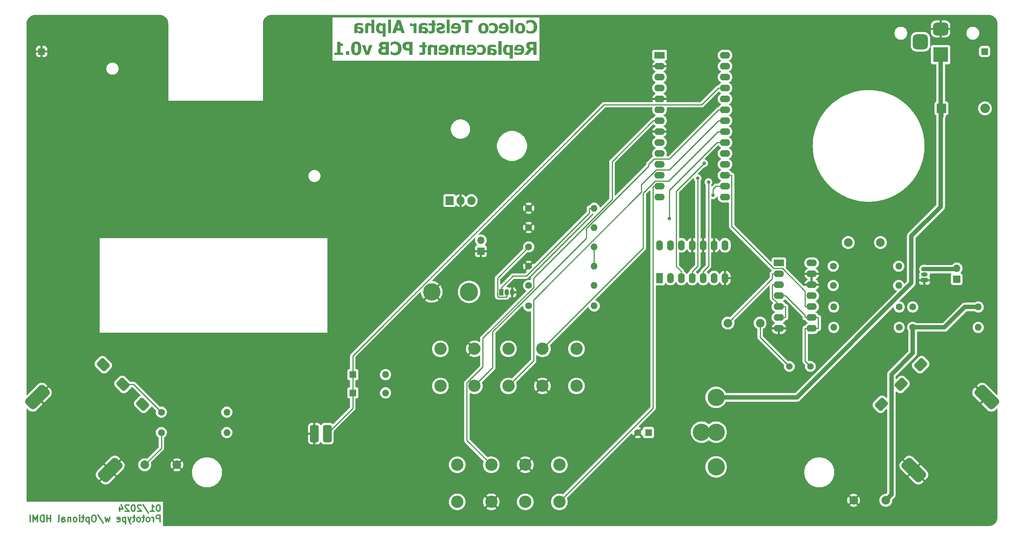
<source format=gbr>
%TF.GenerationSoftware,KiCad,Pcbnew,7.0.10*%
%TF.CreationDate,2024-01-17T17:08:55-05:00*%
%TF.ProjectId,Telstar Alpha,54656c73-7461-4722-9041-6c7068612e6b,0.1*%
%TF.SameCoordinates,Original*%
%TF.FileFunction,Copper,L2,Bot*%
%TF.FilePolarity,Positive*%
%FSLAX46Y46*%
G04 Gerber Fmt 4.6, Leading zero omitted, Abs format (unit mm)*
G04 Created by KiCad (PCBNEW 7.0.10) date 2024-01-17 17:08:55*
%MOMM*%
%LPD*%
G01*
G04 APERTURE LIST*
G04 Aperture macros list*
%AMRoundRect*
0 Rectangle with rounded corners*
0 $1 Rounding radius*
0 $2 $3 $4 $5 $6 $7 $8 $9 X,Y pos of 4 corners*
0 Add a 4 corners polygon primitive as box body*
4,1,4,$2,$3,$4,$5,$6,$7,$8,$9,$2,$3,0*
0 Add four circle primitives for the rounded corners*
1,1,$1+$1,$2,$3*
1,1,$1+$1,$4,$5*
1,1,$1+$1,$6,$7*
1,1,$1+$1,$8,$9*
0 Add four rect primitives between the rounded corners*
20,1,$1+$1,$2,$3,$4,$5,0*
20,1,$1+$1,$4,$5,$6,$7,0*
20,1,$1+$1,$6,$7,$8,$9,0*
20,1,$1+$1,$8,$9,$2,$3,0*%
G04 Aperture macros list end*
%ADD10C,0.300000*%
%TA.AperFunction,NonConductor*%
%ADD11C,0.300000*%
%TD*%
%TA.AperFunction,ComponentPad*%
%ADD12R,1.905000X2.000000*%
%TD*%
%TA.AperFunction,ComponentPad*%
%ADD13O,1.905000X2.000000*%
%TD*%
%TA.AperFunction,ComponentPad*%
%ADD14C,1.600000*%
%TD*%
%TA.AperFunction,ComponentPad*%
%ADD15O,1.600000X1.600000*%
%TD*%
%TA.AperFunction,ComponentPad*%
%ADD16R,3.500000X3.500000*%
%TD*%
%TA.AperFunction,ComponentPad*%
%ADD17RoundRect,0.750000X-1.000000X0.750000X-1.000000X-0.750000X1.000000X-0.750000X1.000000X0.750000X0*%
%TD*%
%TA.AperFunction,ComponentPad*%
%ADD18RoundRect,0.875000X-0.875000X0.875000X-0.875000X-0.875000X0.875000X-0.875000X0.875000X0.875000X0*%
%TD*%
%TA.AperFunction,ComponentPad*%
%ADD19C,4.230000*%
%TD*%
%TA.AperFunction,ComponentPad*%
%ADD20C,4.035000*%
%TD*%
%TA.AperFunction,ComponentPad*%
%ADD21C,2.865000*%
%TD*%
%TA.AperFunction,ComponentPad*%
%ADD22R,1.600000X2.400000*%
%TD*%
%TA.AperFunction,ComponentPad*%
%ADD23O,1.600000X2.400000*%
%TD*%
%TA.AperFunction,ComponentPad*%
%ADD24R,2.200000X2.200000*%
%TD*%
%TA.AperFunction,ComponentPad*%
%ADD25O,2.200000X2.200000*%
%TD*%
%TA.AperFunction,ComponentPad*%
%ADD26RoundRect,0.562500X-0.176777X-0.972272X0.972272X0.176777X0.176777X0.972272X-0.972272X-0.176777X0*%
%TD*%
%TA.AperFunction,ComponentPad*%
%ADD27RoundRect,0.750000X-2.121320X1.060660X1.060660X-2.121320X2.121320X-1.060660X-1.060660X2.121320X0*%
%TD*%
%TA.AperFunction,ComponentPad*%
%ADD28R,1.500000X1.050000*%
%TD*%
%TA.AperFunction,ComponentPad*%
%ADD29O,1.500000X1.050000*%
%TD*%
%TA.AperFunction,ComponentPad*%
%ADD30RoundRect,0.250000X-0.550000X-0.550000X0.550000X-0.550000X0.550000X0.550000X-0.550000X0.550000X0*%
%TD*%
%TA.AperFunction,ComponentPad*%
%ADD31R,1.600000X1.600000*%
%TD*%
%TA.AperFunction,ComponentPad*%
%ADD32R,1.050000X1.500000*%
%TD*%
%TA.AperFunction,ComponentPad*%
%ADD33O,1.050000X1.500000*%
%TD*%
%TA.AperFunction,ComponentPad*%
%ADD34R,1.700000X1.700000*%
%TD*%
%TA.AperFunction,ComponentPad*%
%ADD35O,1.700000X1.700000*%
%TD*%
%TA.AperFunction,ComponentPad*%
%ADD36C,4.000000*%
%TD*%
%TA.AperFunction,ComponentPad*%
%ADD37C,1.500000*%
%TD*%
%TA.AperFunction,ComponentPad*%
%ADD38RoundRect,0.400000X-0.600000X-1.600000X0.600000X-1.600000X0.600000X1.600000X-0.600000X1.600000X0*%
%TD*%
%TA.AperFunction,ComponentPad*%
%ADD39R,2.400000X1.600000*%
%TD*%
%TA.AperFunction,ComponentPad*%
%ADD40O,2.400000X1.600000*%
%TD*%
%TA.AperFunction,ComponentPad*%
%ADD41C,2.000000*%
%TD*%
%TA.AperFunction,ComponentPad*%
%ADD42RoundRect,0.562500X-0.972272X0.176777X0.176777X-0.972272X0.972272X-0.176777X-0.176777X0.972272X0*%
%TD*%
%TA.AperFunction,ComponentPad*%
%ADD43RoundRect,0.750000X1.060660X2.121320X-2.121320X-1.060660X-1.060660X-2.121320X2.121320X1.060660X0*%
%TD*%
%TA.AperFunction,ViaPad*%
%ADD44C,0.800000*%
%TD*%
%TA.AperFunction,Conductor*%
%ADD45C,0.250000*%
%TD*%
%TA.AperFunction,Conductor*%
%ADD46C,1.000000*%
%TD*%
G04 APERTURE END LIST*
D10*
D11*
X51759774Y-135085828D02*
X51616917Y-135085828D01*
X51616917Y-135085828D02*
X51474060Y-135157257D01*
X51474060Y-135157257D02*
X51402632Y-135228685D01*
X51402632Y-135228685D02*
X51331203Y-135371542D01*
X51331203Y-135371542D02*
X51259774Y-135657257D01*
X51259774Y-135657257D02*
X51259774Y-136014400D01*
X51259774Y-136014400D02*
X51331203Y-136300114D01*
X51331203Y-136300114D02*
X51402632Y-136442971D01*
X51402632Y-136442971D02*
X51474060Y-136514400D01*
X51474060Y-136514400D02*
X51616917Y-136585828D01*
X51616917Y-136585828D02*
X51759774Y-136585828D01*
X51759774Y-136585828D02*
X51902632Y-136514400D01*
X51902632Y-136514400D02*
X51974060Y-136442971D01*
X51974060Y-136442971D02*
X52045489Y-136300114D01*
X52045489Y-136300114D02*
X52116917Y-136014400D01*
X52116917Y-136014400D02*
X52116917Y-135657257D01*
X52116917Y-135657257D02*
X52045489Y-135371542D01*
X52045489Y-135371542D02*
X51974060Y-135228685D01*
X51974060Y-135228685D02*
X51902632Y-135157257D01*
X51902632Y-135157257D02*
X51759774Y-135085828D01*
X49831203Y-136585828D02*
X50688346Y-136585828D01*
X50259775Y-136585828D02*
X50259775Y-135085828D01*
X50259775Y-135085828D02*
X50402632Y-135300114D01*
X50402632Y-135300114D02*
X50545489Y-135442971D01*
X50545489Y-135442971D02*
X50688346Y-135514400D01*
X48116918Y-135014400D02*
X49402632Y-136942971D01*
X47688346Y-135228685D02*
X47616918Y-135157257D01*
X47616918Y-135157257D02*
X47474061Y-135085828D01*
X47474061Y-135085828D02*
X47116918Y-135085828D01*
X47116918Y-135085828D02*
X46974061Y-135157257D01*
X46974061Y-135157257D02*
X46902632Y-135228685D01*
X46902632Y-135228685D02*
X46831203Y-135371542D01*
X46831203Y-135371542D02*
X46831203Y-135514400D01*
X46831203Y-135514400D02*
X46902632Y-135728685D01*
X46902632Y-135728685D02*
X47759775Y-136585828D01*
X47759775Y-136585828D02*
X46831203Y-136585828D01*
X45902632Y-135085828D02*
X45759775Y-135085828D01*
X45759775Y-135085828D02*
X45616918Y-135157257D01*
X45616918Y-135157257D02*
X45545490Y-135228685D01*
X45545490Y-135228685D02*
X45474061Y-135371542D01*
X45474061Y-135371542D02*
X45402632Y-135657257D01*
X45402632Y-135657257D02*
X45402632Y-136014400D01*
X45402632Y-136014400D02*
X45474061Y-136300114D01*
X45474061Y-136300114D02*
X45545490Y-136442971D01*
X45545490Y-136442971D02*
X45616918Y-136514400D01*
X45616918Y-136514400D02*
X45759775Y-136585828D01*
X45759775Y-136585828D02*
X45902632Y-136585828D01*
X45902632Y-136585828D02*
X46045490Y-136514400D01*
X46045490Y-136514400D02*
X46116918Y-136442971D01*
X46116918Y-136442971D02*
X46188347Y-136300114D01*
X46188347Y-136300114D02*
X46259775Y-136014400D01*
X46259775Y-136014400D02*
X46259775Y-135657257D01*
X46259775Y-135657257D02*
X46188347Y-135371542D01*
X46188347Y-135371542D02*
X46116918Y-135228685D01*
X46116918Y-135228685D02*
X46045490Y-135157257D01*
X46045490Y-135157257D02*
X45902632Y-135085828D01*
X44831204Y-135228685D02*
X44759776Y-135157257D01*
X44759776Y-135157257D02*
X44616919Y-135085828D01*
X44616919Y-135085828D02*
X44259776Y-135085828D01*
X44259776Y-135085828D02*
X44116919Y-135157257D01*
X44116919Y-135157257D02*
X44045490Y-135228685D01*
X44045490Y-135228685D02*
X43974061Y-135371542D01*
X43974061Y-135371542D02*
X43974061Y-135514400D01*
X43974061Y-135514400D02*
X44045490Y-135728685D01*
X44045490Y-135728685D02*
X44902633Y-136585828D01*
X44902633Y-136585828D02*
X43974061Y-136585828D01*
X42688348Y-135585828D02*
X42688348Y-136585828D01*
X43045490Y-135014400D02*
X43402633Y-136085828D01*
X43402633Y-136085828D02*
X42474062Y-136085828D01*
X52045489Y-139000828D02*
X52045489Y-137500828D01*
X52045489Y-137500828D02*
X51474060Y-137500828D01*
X51474060Y-137500828D02*
X51331203Y-137572257D01*
X51331203Y-137572257D02*
X51259774Y-137643685D01*
X51259774Y-137643685D02*
X51188346Y-137786542D01*
X51188346Y-137786542D02*
X51188346Y-138000828D01*
X51188346Y-138000828D02*
X51259774Y-138143685D01*
X51259774Y-138143685D02*
X51331203Y-138215114D01*
X51331203Y-138215114D02*
X51474060Y-138286542D01*
X51474060Y-138286542D02*
X52045489Y-138286542D01*
X50545489Y-139000828D02*
X50545489Y-138000828D01*
X50545489Y-138286542D02*
X50474060Y-138143685D01*
X50474060Y-138143685D02*
X50402632Y-138072257D01*
X50402632Y-138072257D02*
X50259774Y-138000828D01*
X50259774Y-138000828D02*
X50116917Y-138000828D01*
X49402632Y-139000828D02*
X49545489Y-138929400D01*
X49545489Y-138929400D02*
X49616918Y-138857971D01*
X49616918Y-138857971D02*
X49688346Y-138715114D01*
X49688346Y-138715114D02*
X49688346Y-138286542D01*
X49688346Y-138286542D02*
X49616918Y-138143685D01*
X49616918Y-138143685D02*
X49545489Y-138072257D01*
X49545489Y-138072257D02*
X49402632Y-138000828D01*
X49402632Y-138000828D02*
X49188346Y-138000828D01*
X49188346Y-138000828D02*
X49045489Y-138072257D01*
X49045489Y-138072257D02*
X48974061Y-138143685D01*
X48974061Y-138143685D02*
X48902632Y-138286542D01*
X48902632Y-138286542D02*
X48902632Y-138715114D01*
X48902632Y-138715114D02*
X48974061Y-138857971D01*
X48974061Y-138857971D02*
X49045489Y-138929400D01*
X49045489Y-138929400D02*
X49188346Y-139000828D01*
X49188346Y-139000828D02*
X49402632Y-139000828D01*
X48474060Y-138000828D02*
X47902632Y-138000828D01*
X48259775Y-137500828D02*
X48259775Y-138786542D01*
X48259775Y-138786542D02*
X48188346Y-138929400D01*
X48188346Y-138929400D02*
X48045489Y-139000828D01*
X48045489Y-139000828D02*
X47902632Y-139000828D01*
X47188346Y-139000828D02*
X47331203Y-138929400D01*
X47331203Y-138929400D02*
X47402632Y-138857971D01*
X47402632Y-138857971D02*
X47474060Y-138715114D01*
X47474060Y-138715114D02*
X47474060Y-138286542D01*
X47474060Y-138286542D02*
X47402632Y-138143685D01*
X47402632Y-138143685D02*
X47331203Y-138072257D01*
X47331203Y-138072257D02*
X47188346Y-138000828D01*
X47188346Y-138000828D02*
X46974060Y-138000828D01*
X46974060Y-138000828D02*
X46831203Y-138072257D01*
X46831203Y-138072257D02*
X46759775Y-138143685D01*
X46759775Y-138143685D02*
X46688346Y-138286542D01*
X46688346Y-138286542D02*
X46688346Y-138715114D01*
X46688346Y-138715114D02*
X46759775Y-138857971D01*
X46759775Y-138857971D02*
X46831203Y-138929400D01*
X46831203Y-138929400D02*
X46974060Y-139000828D01*
X46974060Y-139000828D02*
X47188346Y-139000828D01*
X46259774Y-138000828D02*
X45688346Y-138000828D01*
X46045489Y-137500828D02*
X46045489Y-138786542D01*
X46045489Y-138786542D02*
X45974060Y-138929400D01*
X45974060Y-138929400D02*
X45831203Y-139000828D01*
X45831203Y-139000828D02*
X45688346Y-139000828D01*
X45331203Y-138000828D02*
X44974060Y-139000828D01*
X44616917Y-138000828D02*
X44974060Y-139000828D01*
X44974060Y-139000828D02*
X45116917Y-139357971D01*
X45116917Y-139357971D02*
X45188346Y-139429400D01*
X45188346Y-139429400D02*
X45331203Y-139500828D01*
X44045489Y-138000828D02*
X44045489Y-139500828D01*
X44045489Y-138072257D02*
X43902632Y-138000828D01*
X43902632Y-138000828D02*
X43616917Y-138000828D01*
X43616917Y-138000828D02*
X43474060Y-138072257D01*
X43474060Y-138072257D02*
X43402632Y-138143685D01*
X43402632Y-138143685D02*
X43331203Y-138286542D01*
X43331203Y-138286542D02*
X43331203Y-138715114D01*
X43331203Y-138715114D02*
X43402632Y-138857971D01*
X43402632Y-138857971D02*
X43474060Y-138929400D01*
X43474060Y-138929400D02*
X43616917Y-139000828D01*
X43616917Y-139000828D02*
X43902632Y-139000828D01*
X43902632Y-139000828D02*
X44045489Y-138929400D01*
X42116917Y-138929400D02*
X42259774Y-139000828D01*
X42259774Y-139000828D02*
X42545489Y-139000828D01*
X42545489Y-139000828D02*
X42688346Y-138929400D01*
X42688346Y-138929400D02*
X42759774Y-138786542D01*
X42759774Y-138786542D02*
X42759774Y-138215114D01*
X42759774Y-138215114D02*
X42688346Y-138072257D01*
X42688346Y-138072257D02*
X42545489Y-138000828D01*
X42545489Y-138000828D02*
X42259774Y-138000828D01*
X42259774Y-138000828D02*
X42116917Y-138072257D01*
X42116917Y-138072257D02*
X42045489Y-138215114D01*
X42045489Y-138215114D02*
X42045489Y-138357971D01*
X42045489Y-138357971D02*
X42759774Y-138500828D01*
X40402632Y-138000828D02*
X40116918Y-139000828D01*
X40116918Y-139000828D02*
X39831203Y-138286542D01*
X39831203Y-138286542D02*
X39545489Y-139000828D01*
X39545489Y-139000828D02*
X39259775Y-138000828D01*
X37616917Y-137429400D02*
X38902631Y-139357971D01*
X36831202Y-137500828D02*
X36545488Y-137500828D01*
X36545488Y-137500828D02*
X36402631Y-137572257D01*
X36402631Y-137572257D02*
X36259774Y-137715114D01*
X36259774Y-137715114D02*
X36188345Y-138000828D01*
X36188345Y-138000828D02*
X36188345Y-138500828D01*
X36188345Y-138500828D02*
X36259774Y-138786542D01*
X36259774Y-138786542D02*
X36402631Y-138929400D01*
X36402631Y-138929400D02*
X36545488Y-139000828D01*
X36545488Y-139000828D02*
X36831202Y-139000828D01*
X36831202Y-139000828D02*
X36974060Y-138929400D01*
X36974060Y-138929400D02*
X37116917Y-138786542D01*
X37116917Y-138786542D02*
X37188345Y-138500828D01*
X37188345Y-138500828D02*
X37188345Y-138000828D01*
X37188345Y-138000828D02*
X37116917Y-137715114D01*
X37116917Y-137715114D02*
X36974060Y-137572257D01*
X36974060Y-137572257D02*
X36831202Y-137500828D01*
X35545488Y-138000828D02*
X35545488Y-139500828D01*
X35545488Y-138072257D02*
X35402631Y-138000828D01*
X35402631Y-138000828D02*
X35116916Y-138000828D01*
X35116916Y-138000828D02*
X34974059Y-138072257D01*
X34974059Y-138072257D02*
X34902631Y-138143685D01*
X34902631Y-138143685D02*
X34831202Y-138286542D01*
X34831202Y-138286542D02*
X34831202Y-138715114D01*
X34831202Y-138715114D02*
X34902631Y-138857971D01*
X34902631Y-138857971D02*
X34974059Y-138929400D01*
X34974059Y-138929400D02*
X35116916Y-139000828D01*
X35116916Y-139000828D02*
X35402631Y-139000828D01*
X35402631Y-139000828D02*
X35545488Y-138929400D01*
X34402630Y-138000828D02*
X33831202Y-138000828D01*
X34188345Y-137500828D02*
X34188345Y-138786542D01*
X34188345Y-138786542D02*
X34116916Y-138929400D01*
X34116916Y-138929400D02*
X33974059Y-139000828D01*
X33974059Y-139000828D02*
X33831202Y-139000828D01*
X33331202Y-139000828D02*
X33331202Y-138000828D01*
X33331202Y-137500828D02*
X33402630Y-137572257D01*
X33402630Y-137572257D02*
X33331202Y-137643685D01*
X33331202Y-137643685D02*
X33259773Y-137572257D01*
X33259773Y-137572257D02*
X33331202Y-137500828D01*
X33331202Y-137500828D02*
X33331202Y-137643685D01*
X32402630Y-139000828D02*
X32545487Y-138929400D01*
X32545487Y-138929400D02*
X32616916Y-138857971D01*
X32616916Y-138857971D02*
X32688344Y-138715114D01*
X32688344Y-138715114D02*
X32688344Y-138286542D01*
X32688344Y-138286542D02*
X32616916Y-138143685D01*
X32616916Y-138143685D02*
X32545487Y-138072257D01*
X32545487Y-138072257D02*
X32402630Y-138000828D01*
X32402630Y-138000828D02*
X32188344Y-138000828D01*
X32188344Y-138000828D02*
X32045487Y-138072257D01*
X32045487Y-138072257D02*
X31974059Y-138143685D01*
X31974059Y-138143685D02*
X31902630Y-138286542D01*
X31902630Y-138286542D02*
X31902630Y-138715114D01*
X31902630Y-138715114D02*
X31974059Y-138857971D01*
X31974059Y-138857971D02*
X32045487Y-138929400D01*
X32045487Y-138929400D02*
X32188344Y-139000828D01*
X32188344Y-139000828D02*
X32402630Y-139000828D01*
X31259773Y-138000828D02*
X31259773Y-139000828D01*
X31259773Y-138143685D02*
X31188344Y-138072257D01*
X31188344Y-138072257D02*
X31045487Y-138000828D01*
X31045487Y-138000828D02*
X30831201Y-138000828D01*
X30831201Y-138000828D02*
X30688344Y-138072257D01*
X30688344Y-138072257D02*
X30616916Y-138215114D01*
X30616916Y-138215114D02*
X30616916Y-139000828D01*
X29259773Y-139000828D02*
X29259773Y-138215114D01*
X29259773Y-138215114D02*
X29331201Y-138072257D01*
X29331201Y-138072257D02*
X29474058Y-138000828D01*
X29474058Y-138000828D02*
X29759773Y-138000828D01*
X29759773Y-138000828D02*
X29902630Y-138072257D01*
X29259773Y-138929400D02*
X29402630Y-139000828D01*
X29402630Y-139000828D02*
X29759773Y-139000828D01*
X29759773Y-139000828D02*
X29902630Y-138929400D01*
X29902630Y-138929400D02*
X29974058Y-138786542D01*
X29974058Y-138786542D02*
X29974058Y-138643685D01*
X29974058Y-138643685D02*
X29902630Y-138500828D01*
X29902630Y-138500828D02*
X29759773Y-138429400D01*
X29759773Y-138429400D02*
X29402630Y-138429400D01*
X29402630Y-138429400D02*
X29259773Y-138357971D01*
X28331201Y-139000828D02*
X28474058Y-138929400D01*
X28474058Y-138929400D02*
X28545487Y-138786542D01*
X28545487Y-138786542D02*
X28545487Y-137500828D01*
X26616916Y-139000828D02*
X26616916Y-137500828D01*
X26616916Y-138215114D02*
X25759773Y-138215114D01*
X25759773Y-139000828D02*
X25759773Y-137500828D01*
X25045487Y-139000828D02*
X25045487Y-137500828D01*
X25045487Y-137500828D02*
X24688344Y-137500828D01*
X24688344Y-137500828D02*
X24474058Y-137572257D01*
X24474058Y-137572257D02*
X24331201Y-137715114D01*
X24331201Y-137715114D02*
X24259772Y-137857971D01*
X24259772Y-137857971D02*
X24188344Y-138143685D01*
X24188344Y-138143685D02*
X24188344Y-138357971D01*
X24188344Y-138357971D02*
X24259772Y-138643685D01*
X24259772Y-138643685D02*
X24331201Y-138786542D01*
X24331201Y-138786542D02*
X24474058Y-138929400D01*
X24474058Y-138929400D02*
X24688344Y-139000828D01*
X24688344Y-139000828D02*
X25045487Y-139000828D01*
X23545487Y-139000828D02*
X23545487Y-137500828D01*
X23545487Y-137500828D02*
X23045487Y-138572257D01*
X23045487Y-138572257D02*
X22545487Y-137500828D01*
X22545487Y-137500828D02*
X22545487Y-139000828D01*
X21831201Y-139000828D02*
X21831201Y-137500828D01*
D10*
D11*
G36*
X138359420Y-25343789D02*
G01*
X138402327Y-25343382D01*
X138444677Y-25342160D01*
X138486471Y-25340124D01*
X138527707Y-25337274D01*
X138568387Y-25333610D01*
X138608511Y-25329131D01*
X138648077Y-25323838D01*
X138687087Y-25317731D01*
X138725541Y-25310810D01*
X138763437Y-25303074D01*
X138800777Y-25294523D01*
X138837560Y-25285159D01*
X138873786Y-25274980D01*
X138909456Y-25263987D01*
X138944569Y-25252180D01*
X138979125Y-25239558D01*
X139013125Y-25226122D01*
X139046568Y-25211872D01*
X139079454Y-25196807D01*
X139111784Y-25180928D01*
X139143556Y-25164235D01*
X139174773Y-25146728D01*
X139205432Y-25128406D01*
X139235535Y-25109270D01*
X139265081Y-25089319D01*
X139294070Y-25068555D01*
X139322503Y-25046976D01*
X139350378Y-25024582D01*
X139377698Y-25001375D01*
X139404460Y-24977353D01*
X139430666Y-24952517D01*
X139456315Y-24926866D01*
X139481289Y-24900431D01*
X139505471Y-24873334D01*
X139528859Y-24845574D01*
X139551455Y-24817152D01*
X139573258Y-24788066D01*
X139594268Y-24758319D01*
X139614486Y-24727908D01*
X139633910Y-24696835D01*
X139652542Y-24665100D01*
X139670380Y-24632701D01*
X139687426Y-24599641D01*
X139703679Y-24565917D01*
X139719140Y-24531531D01*
X139733807Y-24496483D01*
X139747682Y-24460771D01*
X139760764Y-24424398D01*
X139773053Y-24387361D01*
X139784549Y-24349662D01*
X139795252Y-24311301D01*
X139805162Y-24272276D01*
X139814280Y-24232589D01*
X139822605Y-24192240D01*
X139830137Y-24151228D01*
X139836876Y-24109553D01*
X139842822Y-24067216D01*
X139847976Y-24024216D01*
X139852336Y-23980554D01*
X139855904Y-23936229D01*
X139858679Y-23891241D01*
X139860661Y-23845591D01*
X139861850Y-23799278D01*
X139862247Y-23752302D01*
X139861849Y-23706979D01*
X139860658Y-23662234D01*
X139858672Y-23618067D01*
X139855892Y-23574478D01*
X139852318Y-23531468D01*
X139847950Y-23489035D01*
X139842787Y-23447181D01*
X139836830Y-23405905D01*
X139830079Y-23365207D01*
X139822533Y-23325087D01*
X139814193Y-23285546D01*
X139805059Y-23246582D01*
X139795131Y-23208197D01*
X139784408Y-23170390D01*
X139772892Y-23133161D01*
X139760580Y-23096510D01*
X139747475Y-23060438D01*
X139733575Y-23024943D01*
X139718881Y-22990027D01*
X139703393Y-22955689D01*
X139687111Y-22921929D01*
X139670034Y-22888747D01*
X139652163Y-22856144D01*
X139633498Y-22824118D01*
X139614038Y-22792671D01*
X139593785Y-22761802D01*
X139572736Y-22731511D01*
X139550894Y-22701799D01*
X139528258Y-22672664D01*
X139504827Y-22644108D01*
X139480602Y-22616129D01*
X139455582Y-22588729D01*
X139429844Y-22562042D01*
X139403553Y-22536202D01*
X139376709Y-22511209D01*
X139349314Y-22487063D01*
X139321366Y-22463765D01*
X139292865Y-22441314D01*
X139263812Y-22419710D01*
X139234207Y-22398953D01*
X139204049Y-22379043D01*
X139173339Y-22359981D01*
X139142076Y-22341766D01*
X139110261Y-22324398D01*
X139077894Y-22307877D01*
X139044974Y-22292203D01*
X139011501Y-22277377D01*
X138977477Y-22263398D01*
X138942900Y-22250266D01*
X138907770Y-22237981D01*
X138872088Y-22226544D01*
X138835854Y-22215954D01*
X138799067Y-22206211D01*
X138761728Y-22197315D01*
X138723837Y-22189266D01*
X138685393Y-22182065D01*
X138646397Y-22175711D01*
X138606848Y-22170204D01*
X138566747Y-22165544D01*
X138526093Y-22161732D01*
X138484887Y-22158767D01*
X138443129Y-22156649D01*
X138400818Y-22155378D01*
X138357955Y-22154954D01*
X138323806Y-22155134D01*
X138290326Y-22155675D01*
X138257517Y-22156577D01*
X138225377Y-22157839D01*
X138193907Y-22159462D01*
X138163106Y-22161446D01*
X138132976Y-22163790D01*
X138103515Y-22166495D01*
X138065276Y-22170662D01*
X138028227Y-22175471D01*
X137991785Y-22180863D01*
X137955733Y-22186782D01*
X137920069Y-22193228D01*
X137884795Y-22200200D01*
X137849911Y-22207699D01*
X137815415Y-22215725D01*
X137781309Y-22224277D01*
X137747592Y-22233356D01*
X137714383Y-22243528D01*
X137680244Y-22254808D01*
X137652263Y-22264632D01*
X137623686Y-22275165D01*
X137594515Y-22286407D01*
X137564748Y-22298360D01*
X137534385Y-22311022D01*
X137518981Y-22317620D01*
X137488767Y-22330763D01*
X137460042Y-22343449D01*
X137432805Y-22355676D01*
X137400852Y-22370316D01*
X137371224Y-22384241D01*
X137343922Y-22397450D01*
X137318946Y-22409944D01*
X137318946Y-23139741D01*
X137397348Y-23139741D01*
X137419235Y-23120086D01*
X137443132Y-23099041D01*
X137469038Y-23076604D01*
X137492161Y-23056844D01*
X137516679Y-23036117D01*
X137537299Y-23018841D01*
X137564204Y-22996720D01*
X137592254Y-22974777D01*
X137621448Y-22953014D01*
X137645628Y-22935731D01*
X137670541Y-22918564D01*
X137696186Y-22901511D01*
X137722565Y-22884572D01*
X137729274Y-22880355D01*
X137756362Y-22863812D01*
X137784137Y-22847886D01*
X137812599Y-22832579D01*
X137841748Y-22817890D01*
X137871583Y-22803820D01*
X137902106Y-22790367D01*
X137933316Y-22777533D01*
X137965212Y-22765317D01*
X137997464Y-22754154D01*
X138030105Y-22744480D01*
X138063135Y-22736294D01*
X138096554Y-22729596D01*
X138130362Y-22724387D01*
X138164560Y-22720666D01*
X138199147Y-22718434D01*
X138234124Y-22717690D01*
X138265203Y-22718160D01*
X138295793Y-22719570D01*
X138325894Y-22721921D01*
X138355505Y-22725212D01*
X138384626Y-22729443D01*
X138422694Y-22736547D01*
X138459891Y-22745322D01*
X138496219Y-22755769D01*
X138531676Y-22767888D01*
X138540404Y-22771179D01*
X138574831Y-22785604D01*
X138608869Y-22802503D01*
X138642517Y-22821875D01*
X138667498Y-22838026D01*
X138692259Y-22855569D01*
X138716802Y-22874502D01*
X138741126Y-22894827D01*
X138765231Y-22916542D01*
X138789117Y-22939649D01*
X138804919Y-22955826D01*
X138826122Y-22978817D01*
X138846590Y-23003276D01*
X138866325Y-23029204D01*
X138885325Y-23056600D01*
X138903591Y-23085464D01*
X138921123Y-23115796D01*
X138937920Y-23147597D01*
X138953984Y-23180866D01*
X138969313Y-23215603D01*
X138983908Y-23251809D01*
X138993230Y-23276762D01*
X139006325Y-23315324D01*
X139018132Y-23355175D01*
X139028650Y-23396314D01*
X139037881Y-23438740D01*
X139043319Y-23467740D01*
X139048185Y-23497313D01*
X139052478Y-23527458D01*
X139056199Y-23558175D01*
X139059348Y-23589465D01*
X139061924Y-23621327D01*
X139063927Y-23653762D01*
X139065358Y-23686769D01*
X139066217Y-23720349D01*
X139066503Y-23754501D01*
X139066206Y-23790407D01*
X139065313Y-23825587D01*
X139063824Y-23860039D01*
X139061741Y-23893765D01*
X139059062Y-23926763D01*
X139055787Y-23959035D01*
X139051917Y-23990579D01*
X139047452Y-24021397D01*
X139042392Y-24051487D01*
X139036736Y-24080851D01*
X139030485Y-24109487D01*
X139019992Y-24151079D01*
X139008160Y-24191035D01*
X138994988Y-24229355D01*
X138990300Y-24241765D01*
X138975593Y-24278052D01*
X138960049Y-24313000D01*
X138943668Y-24346608D01*
X138926449Y-24378877D01*
X138908394Y-24409806D01*
X138889501Y-24439396D01*
X138869771Y-24467646D01*
X138849204Y-24494556D01*
X138827799Y-24520127D01*
X138805558Y-24544359D01*
X138790265Y-24559769D01*
X138767626Y-24581178D01*
X138744498Y-24601440D01*
X138720880Y-24620556D01*
X138696773Y-24638526D01*
X138672177Y-24655350D01*
X138647091Y-24671027D01*
X138621515Y-24685557D01*
X138586653Y-24703149D01*
X138550921Y-24718702D01*
X138523551Y-24729030D01*
X138486743Y-24741223D01*
X138449958Y-24751790D01*
X138413196Y-24760731D01*
X138376456Y-24768047D01*
X138339740Y-24773737D01*
X138303046Y-24777802D01*
X138266375Y-24780240D01*
X138229727Y-24781053D01*
X138191854Y-24780240D01*
X138154439Y-24777802D01*
X138117482Y-24773737D01*
X138080983Y-24768047D01*
X138044942Y-24760731D01*
X138009359Y-24751790D01*
X137974234Y-24741223D01*
X137939567Y-24729030D01*
X137905632Y-24715840D01*
X137873072Y-24702285D01*
X137841885Y-24688363D01*
X137812072Y-24674075D01*
X137783633Y-24659420D01*
X137756568Y-24644399D01*
X137730877Y-24629012D01*
X137706559Y-24613258D01*
X137681120Y-24596909D01*
X137656459Y-24580469D01*
X137626728Y-24559789D01*
X137598213Y-24538967D01*
X137570914Y-24518001D01*
X137544832Y-24496892D01*
X137524842Y-24479902D01*
X137500861Y-24458983D01*
X137477916Y-24438815D01*
X137451753Y-24415605D01*
X137427083Y-24393477D01*
X137403908Y-24372431D01*
X137389288Y-24359002D01*
X137318946Y-24359002D01*
X137318946Y-25080006D01*
X137345940Y-25092640D01*
X137374258Y-25105809D01*
X137403900Y-25119516D01*
X137434866Y-25133759D01*
X137467155Y-25148539D01*
X137493940Y-25160749D01*
X137514584Y-25170132D01*
X137542520Y-25182359D01*
X137570638Y-25194129D01*
X137598940Y-25205440D01*
X137627424Y-25216294D01*
X137656092Y-25226690D01*
X137684944Y-25236627D01*
X137713978Y-25246107D01*
X137743196Y-25255129D01*
X137778996Y-25265616D01*
X137814224Y-25275462D01*
X137848880Y-25284667D01*
X137882964Y-25293230D01*
X137916474Y-25301153D01*
X137949413Y-25308435D01*
X137981779Y-25315075D01*
X138013572Y-25321074D01*
X138046385Y-25326398D01*
X138082174Y-25331012D01*
X138120940Y-25334916D01*
X138151968Y-25337378D01*
X138184670Y-25339441D01*
X138219047Y-25341105D01*
X138255098Y-25342369D01*
X138292824Y-25343234D01*
X138332223Y-25343700D01*
X138359420Y-25343789D01*
G37*
G36*
X135931141Y-22858696D02*
G01*
X135965802Y-22859664D01*
X135999971Y-22861278D01*
X136033648Y-22863537D01*
X136066833Y-22866441D01*
X136099525Y-22869991D01*
X136131725Y-22874187D01*
X136163433Y-22879027D01*
X136194648Y-22884513D01*
X136225371Y-22890645D01*
X136255602Y-22897422D01*
X136285341Y-22904845D01*
X136314587Y-22912912D01*
X136343341Y-22921626D01*
X136371602Y-22930985D01*
X136399371Y-22940989D01*
X136453433Y-22962933D01*
X136505525Y-22987460D01*
X136555649Y-23014568D01*
X136603803Y-23044258D01*
X136649988Y-23076529D01*
X136694203Y-23111382D01*
X136736449Y-23148817D01*
X136776727Y-23188834D01*
X136814791Y-23231040D01*
X136850400Y-23275227D01*
X136883553Y-23321395D01*
X136914251Y-23369543D01*
X136942492Y-23419672D01*
X136968278Y-23471782D01*
X136980250Y-23498579D01*
X136991608Y-23525872D01*
X137002352Y-23553660D01*
X137012482Y-23581943D01*
X137021998Y-23610721D01*
X137030900Y-23639995D01*
X137039189Y-23669763D01*
X137046863Y-23700027D01*
X137053923Y-23730786D01*
X137060370Y-23762040D01*
X137066202Y-23793789D01*
X137071421Y-23826033D01*
X137076026Y-23858773D01*
X137080016Y-23892007D01*
X137083393Y-23925737D01*
X137086156Y-23959962D01*
X137088304Y-23994682D01*
X137089839Y-24029898D01*
X137090760Y-24065608D01*
X137091067Y-24101814D01*
X137090760Y-24137662D01*
X137089839Y-24173032D01*
X137088304Y-24207924D01*
X137086156Y-24242337D01*
X137083393Y-24276273D01*
X137080016Y-24309731D01*
X137076026Y-24342711D01*
X137071421Y-24375213D01*
X137066202Y-24407237D01*
X137060370Y-24438783D01*
X137053923Y-24469851D01*
X137046863Y-24500441D01*
X137039189Y-24530553D01*
X137030900Y-24560187D01*
X137021998Y-24589343D01*
X137012482Y-24618021D01*
X137002352Y-24646221D01*
X136991608Y-24673943D01*
X136980250Y-24701187D01*
X136968278Y-24727953D01*
X136942492Y-24780051D01*
X136914251Y-24830238D01*
X136883553Y-24878512D01*
X136850400Y-24924874D01*
X136814791Y-24969324D01*
X136776727Y-25011863D01*
X136736449Y-25052057D01*
X136694203Y-25089658D01*
X136649988Y-25124666D01*
X136603803Y-25157080D01*
X136555649Y-25186902D01*
X136505525Y-25214130D01*
X136453433Y-25238765D01*
X136399371Y-25260807D01*
X136371602Y-25270856D01*
X136343341Y-25280256D01*
X136314587Y-25289008D01*
X136285341Y-25297112D01*
X136255602Y-25304567D01*
X136225371Y-25311374D01*
X136194648Y-25317533D01*
X136163433Y-25323043D01*
X136131725Y-25327906D01*
X136099525Y-25332119D01*
X136066833Y-25335685D01*
X136033648Y-25338602D01*
X135999971Y-25340871D01*
X135965802Y-25342492D01*
X135931141Y-25343465D01*
X135895987Y-25343789D01*
X135860520Y-25343465D01*
X135825559Y-25342492D01*
X135791105Y-25340871D01*
X135757158Y-25338602D01*
X135723717Y-25335685D01*
X135690783Y-25332119D01*
X135658355Y-25327906D01*
X135626434Y-25323043D01*
X135595020Y-25317533D01*
X135564112Y-25311374D01*
X135533711Y-25304567D01*
X135503817Y-25297112D01*
X135474429Y-25289008D01*
X135445548Y-25280256D01*
X135417173Y-25270856D01*
X135389305Y-25260807D01*
X135335089Y-25238765D01*
X135282899Y-25214130D01*
X135232736Y-25186902D01*
X135184599Y-25157080D01*
X135138489Y-25124666D01*
X135094405Y-25089658D01*
X135052347Y-25052057D01*
X135012316Y-25011863D01*
X134993112Y-24990833D01*
X134956533Y-24947338D01*
X134922392Y-24901932D01*
X134890691Y-24854614D01*
X134861427Y-24805384D01*
X134834602Y-24754241D01*
X134810216Y-24701187D01*
X134798938Y-24673943D01*
X134788269Y-24646221D01*
X134778210Y-24618021D01*
X134768760Y-24589343D01*
X134759920Y-24560187D01*
X134751690Y-24530553D01*
X134744069Y-24500441D01*
X134737058Y-24469851D01*
X134730657Y-24438783D01*
X134724865Y-24407237D01*
X134719683Y-24375213D01*
X134715110Y-24342711D01*
X134711148Y-24309731D01*
X134707795Y-24276273D01*
X134705051Y-24242337D01*
X134702917Y-24207924D01*
X134701393Y-24173032D01*
X134700479Y-24137662D01*
X134700211Y-24106210D01*
X135440230Y-24106210D01*
X135440520Y-24147531D01*
X135441389Y-24187140D01*
X135442838Y-24225035D01*
X135444867Y-24261217D01*
X135447475Y-24295686D01*
X135450663Y-24328442D01*
X135454430Y-24359485D01*
X135458777Y-24388814D01*
X135465475Y-24425256D01*
X135473203Y-24458653D01*
X135475293Y-24466585D01*
X135484258Y-24497582D01*
X135494184Y-24527413D01*
X135505072Y-24556075D01*
X135516922Y-24583569D01*
X135533086Y-24616295D01*
X135550753Y-24647196D01*
X135569923Y-24676273D01*
X135583867Y-24694729D01*
X135606931Y-24720180D01*
X135632571Y-24742951D01*
X135660787Y-24763044D01*
X135686268Y-24777742D01*
X135713538Y-24790579D01*
X135730273Y-24797257D01*
X135758051Y-24806928D01*
X135791195Y-24816124D01*
X135824134Y-24822693D01*
X135856866Y-24826634D01*
X135889392Y-24827948D01*
X135902421Y-24827802D01*
X135934392Y-24826160D01*
X135965505Y-24822693D01*
X135995758Y-24817401D01*
X136025153Y-24810285D01*
X136053690Y-24801344D01*
X136081367Y-24790579D01*
X136107671Y-24777599D01*
X136137347Y-24759189D01*
X136164961Y-24737688D01*
X136186399Y-24717409D01*
X136206406Y-24694983D01*
X136224982Y-24670411D01*
X136228442Y-24665367D01*
X136245144Y-24638580D01*
X136260843Y-24609182D01*
X136275540Y-24577172D01*
X136286577Y-24549683D01*
X136296973Y-24520522D01*
X136306727Y-24489691D01*
X136315840Y-24457187D01*
X136324084Y-24422371D01*
X136331228Y-24384968D01*
X136335864Y-24355217D01*
X136339883Y-24324011D01*
X136343283Y-24291349D01*
X136346065Y-24257232D01*
X136348229Y-24221660D01*
X136349775Y-24184632D01*
X136350702Y-24146149D01*
X136351011Y-24106210D01*
X136350976Y-24092727D01*
X136350439Y-24053145D01*
X136349258Y-24014863D01*
X136347434Y-23977883D01*
X136344965Y-23942203D01*
X136341852Y-23907824D01*
X136338096Y-23874746D01*
X136333695Y-23842969D01*
X136328650Y-23812493D01*
X136322962Y-23783317D01*
X136314375Y-23746441D01*
X136309606Y-23728818D01*
X136299486Y-23694998D01*
X136288586Y-23663078D01*
X136276908Y-23633059D01*
X136264452Y-23604941D01*
X136251217Y-23578723D01*
X136233579Y-23548623D01*
X136214724Y-23521493D01*
X136198054Y-23500759D01*
X136176702Y-23477321D01*
X136154778Y-23456638D01*
X136127712Y-23435455D01*
X136099823Y-23418238D01*
X136071109Y-23404989D01*
X136056248Y-23399489D01*
X136025559Y-23390113D01*
X135993582Y-23382900D01*
X135960317Y-23377851D01*
X135925765Y-23374966D01*
X135895987Y-23374214D01*
X135870525Y-23374764D01*
X135839727Y-23376997D01*
X135810075Y-23380946D01*
X135776003Y-23387953D01*
X135743579Y-23397433D01*
X135712805Y-23409385D01*
X135683146Y-23424180D01*
X135654622Y-23442736D01*
X135631717Y-23461072D01*
X135609599Y-23482020D01*
X135588268Y-23505580D01*
X135567725Y-23531751D01*
X135560406Y-23542502D01*
X135542986Y-23571281D01*
X135526818Y-23602780D01*
X135514785Y-23629937D01*
X135503554Y-23658834D01*
X135493124Y-23689471D01*
X135483495Y-23721848D01*
X135474668Y-23755966D01*
X135472549Y-23764782D01*
X135464747Y-23801418D01*
X135459601Y-23830338D01*
X135455061Y-23860494D01*
X135451126Y-23891887D01*
X135447797Y-23924516D01*
X135445073Y-23958382D01*
X135442954Y-23993485D01*
X135441441Y-24029823D01*
X135440532Y-24067399D01*
X135440230Y-24106210D01*
X134700211Y-24106210D01*
X134700174Y-24101814D01*
X134700480Y-24065877D01*
X134701399Y-24030422D01*
X134702930Y-23995449D01*
X134705074Y-23960958D01*
X134707830Y-23926950D01*
X134711199Y-23893424D01*
X134715181Y-23860381D01*
X134719774Y-23827819D01*
X134724981Y-23795740D01*
X134730800Y-23764143D01*
X134737231Y-23733029D01*
X134744275Y-23702397D01*
X134751931Y-23672247D01*
X134760200Y-23642579D01*
X134769082Y-23613394D01*
X134778576Y-23584691D01*
X134788682Y-23556470D01*
X134799401Y-23528731D01*
X134810733Y-23501475D01*
X134822677Y-23474701D01*
X134848403Y-23422600D01*
X134876578Y-23372428D01*
X134907204Y-23324186D01*
X134940280Y-23277872D01*
X134975806Y-23233488D01*
X135013782Y-23191032D01*
X135033587Y-23170566D01*
X135074700Y-23131583D01*
X135117816Y-23095198D01*
X135162936Y-23061412D01*
X135210060Y-23030226D01*
X135259187Y-23001638D01*
X135310318Y-22975649D01*
X135363452Y-22952259D01*
X135390771Y-22941538D01*
X135418590Y-22931468D01*
X135446910Y-22922047D01*
X135475731Y-22913275D01*
X135505053Y-22905154D01*
X135534876Y-22897682D01*
X135565200Y-22890860D01*
X135596025Y-22884687D01*
X135627350Y-22879165D01*
X135659177Y-22874292D01*
X135691504Y-22870069D01*
X135724332Y-22866495D01*
X135757662Y-22863571D01*
X135791492Y-22861297D01*
X135825822Y-22859673D01*
X135860654Y-22858698D01*
X135895987Y-22858374D01*
X135931141Y-22858696D01*
G37*
G36*
X133609874Y-25250000D02*
G01*
X134330879Y-25250000D01*
X134330879Y-22061165D01*
X133609874Y-22061165D01*
X133609874Y-25250000D01*
G37*
G36*
X132033476Y-22858703D02*
G01*
X132069306Y-22859690D01*
X132104631Y-22861336D01*
X132139448Y-22863640D01*
X132173759Y-22866602D01*
X132207563Y-22870223D01*
X132240861Y-22874502D01*
X132273652Y-22879439D01*
X132305936Y-22885035D01*
X132337714Y-22891289D01*
X132368985Y-22898201D01*
X132399750Y-22905772D01*
X132430008Y-22914001D01*
X132459759Y-22922888D01*
X132489004Y-22932434D01*
X132517742Y-22942637D01*
X132545974Y-22953499D01*
X132573698Y-22965020D01*
X132600917Y-22977199D01*
X132627628Y-22990036D01*
X132653833Y-23003531D01*
X132679532Y-23017685D01*
X132729409Y-23047967D01*
X132777260Y-23080883D01*
X132823084Y-23116431D01*
X132866881Y-23154613D01*
X132908653Y-23195429D01*
X132948048Y-23238359D01*
X132984902Y-23283070D01*
X133019215Y-23329561D01*
X133050985Y-23377832D01*
X133080214Y-23427884D01*
X133106902Y-23479716D01*
X133119292Y-23506299D01*
X133131047Y-23533328D01*
X133142167Y-23560802D01*
X133152651Y-23588721D01*
X133162500Y-23617085D01*
X133171714Y-23645894D01*
X133180292Y-23675148D01*
X133188234Y-23704847D01*
X133195542Y-23734991D01*
X133202213Y-23765580D01*
X133208250Y-23796615D01*
X133213651Y-23828094D01*
X133218417Y-23860018D01*
X133222547Y-23892388D01*
X133226041Y-23925203D01*
X133228901Y-23958462D01*
X133231125Y-23992167D01*
X133232713Y-24026317D01*
X133233666Y-24060912D01*
X133233984Y-24095952D01*
X133233644Y-24131735D01*
X133232622Y-24167001D01*
X133230919Y-24201750D01*
X133228534Y-24235983D01*
X133225469Y-24269700D01*
X133221722Y-24302899D01*
X133217295Y-24335582D01*
X133212185Y-24367749D01*
X133206395Y-24399398D01*
X133199924Y-24430531D01*
X133192771Y-24461148D01*
X133184937Y-24491248D01*
X133176422Y-24520831D01*
X133167226Y-24549897D01*
X133157348Y-24578447D01*
X133146789Y-24606481D01*
X133135550Y-24633997D01*
X133123628Y-24660997D01*
X133097742Y-24713448D01*
X133069132Y-24763831D01*
X133037796Y-24812148D01*
X133003736Y-24858399D01*
X132966950Y-24902583D01*
X132927440Y-24944701D01*
X132885205Y-24984752D01*
X132863062Y-25003956D01*
X132840320Y-25022550D01*
X132816980Y-25040535D01*
X132793042Y-25057910D01*
X132768505Y-25074676D01*
X132743371Y-25090831D01*
X132717638Y-25106378D01*
X132691307Y-25121314D01*
X132664378Y-25135641D01*
X132636850Y-25149358D01*
X132608725Y-25162466D01*
X132580001Y-25174964D01*
X132550679Y-25186852D01*
X132520759Y-25198130D01*
X132490240Y-25208799D01*
X132459124Y-25218859D01*
X132427409Y-25228308D01*
X132395096Y-25237148D01*
X132362185Y-25245378D01*
X132328675Y-25252999D01*
X132294567Y-25260010D01*
X132259862Y-25266411D01*
X132224558Y-25272203D01*
X132188655Y-25277385D01*
X132152155Y-25281958D01*
X132115056Y-25285920D01*
X132077359Y-25289273D01*
X132039064Y-25292017D01*
X132000171Y-25294151D01*
X131960679Y-25295675D01*
X131920590Y-25296589D01*
X131879902Y-25296894D01*
X131846856Y-25296740D01*
X131814763Y-25296276D01*
X131783624Y-25295503D01*
X131753437Y-25294421D01*
X131714672Y-25292498D01*
X131677600Y-25290025D01*
X131642223Y-25287002D01*
X131608540Y-25283430D01*
X131576552Y-25279309D01*
X131545354Y-25274695D01*
X131514408Y-25269646D01*
X131483713Y-25264162D01*
X131453271Y-25258243D01*
X131423080Y-25251889D01*
X131393141Y-25245099D01*
X131363454Y-25237875D01*
X131334019Y-25230216D01*
X131318294Y-25226283D01*
X131288115Y-25218452D01*
X131259630Y-25210667D01*
X131226407Y-25201000D01*
X131195831Y-25191404D01*
X131162635Y-25179984D01*
X131133251Y-25168667D01*
X131119378Y-25162982D01*
X131090818Y-25151304D01*
X131061177Y-25139214D01*
X131030454Y-25126712D01*
X130998649Y-25113798D01*
X130971318Y-25102721D01*
X130971318Y-24499685D01*
X131047522Y-24499685D01*
X131066361Y-24514085D01*
X131090815Y-24531862D01*
X131117933Y-24550690D01*
X131143298Y-24567666D01*
X131170621Y-24585415D01*
X131194316Y-24600137D01*
X131223648Y-24617379D01*
X131253959Y-24634158D01*
X131279966Y-24647785D01*
X131306653Y-24661091D01*
X131334019Y-24674075D01*
X131340359Y-24677079D01*
X131372659Y-24691540D01*
X131405961Y-24705071D01*
X131440265Y-24717672D01*
X131468429Y-24727083D01*
X131497234Y-24735899D01*
X131526681Y-24744119D01*
X131556769Y-24751744D01*
X131587234Y-24758613D01*
X131617814Y-24764567D01*
X131648508Y-24769604D01*
X131679317Y-24773726D01*
X131710241Y-24776932D01*
X131741279Y-24779221D01*
X131772431Y-24780595D01*
X131803698Y-24781053D01*
X131839980Y-24780618D01*
X131875551Y-24779313D01*
X131910413Y-24777138D01*
X131944565Y-24774092D01*
X131978007Y-24770177D01*
X132010740Y-24765391D01*
X132042762Y-24759735D01*
X132074075Y-24753210D01*
X132081739Y-24751434D01*
X132111810Y-24743614D01*
X132140941Y-24734649D01*
X132169134Y-24724540D01*
X132196388Y-24713286D01*
X132229136Y-24697608D01*
X132260416Y-24680141D01*
X132290230Y-24660886D01*
X132313288Y-24644251D01*
X132340500Y-24621492D01*
X132365924Y-24596552D01*
X132389559Y-24569428D01*
X132411405Y-24540123D01*
X132427593Y-24515107D01*
X132442637Y-24488695D01*
X132446209Y-24481820D01*
X132459564Y-24453307D01*
X132471431Y-24423168D01*
X132481809Y-24391403D01*
X132490699Y-24358012D01*
X132498101Y-24322996D01*
X132504014Y-24286353D01*
X132508439Y-24248086D01*
X132510781Y-24218318D01*
X130929553Y-24218318D01*
X130929553Y-23959665D01*
X130929815Y-23926703D01*
X130930600Y-23894223D01*
X130931910Y-23862223D01*
X130933743Y-23830704D01*
X130936100Y-23799666D01*
X130936421Y-23796266D01*
X131641032Y-23796266D01*
X132512247Y-23796266D01*
X132510277Y-23769510D01*
X132505778Y-23730707D01*
X132499424Y-23693501D01*
X132491215Y-23657892D01*
X132481151Y-23623880D01*
X132469233Y-23591466D01*
X132455460Y-23560648D01*
X132439832Y-23531428D01*
X132422350Y-23503804D01*
X132403013Y-23477778D01*
X132381821Y-23453349D01*
X132366625Y-23438088D01*
X132342490Y-23417042D01*
X132316745Y-23398211D01*
X132289390Y-23381596D01*
X132260425Y-23367196D01*
X132229851Y-23355012D01*
X132197666Y-23345043D01*
X132163871Y-23337289D01*
X132128466Y-23331751D01*
X132091451Y-23328427D01*
X132052826Y-23327320D01*
X132027504Y-23327789D01*
X131991077Y-23330254D01*
X131956518Y-23334830D01*
X131923826Y-23341519D01*
X131893002Y-23350321D01*
X131864046Y-23361234D01*
X131836957Y-23374260D01*
X131803744Y-23394914D01*
X131773851Y-23419323D01*
X131747278Y-23447487D01*
X131735099Y-23462846D01*
X131718216Y-23487494D01*
X131702994Y-23514074D01*
X131689433Y-23542586D01*
X131677534Y-23573030D01*
X131667297Y-23605406D01*
X131658721Y-23639714D01*
X131651806Y-23675954D01*
X131646554Y-23714126D01*
X131642962Y-23754230D01*
X131641032Y-23796266D01*
X130936421Y-23796266D01*
X130938981Y-23769109D01*
X130942386Y-23739033D01*
X130946314Y-23709438D01*
X130955742Y-23651690D01*
X130967266Y-23595865D01*
X130980884Y-23541963D01*
X130996598Y-23489986D01*
X131014406Y-23439931D01*
X131034310Y-23391800D01*
X131056309Y-23345592D01*
X131080403Y-23301308D01*
X131106593Y-23258947D01*
X131134877Y-23218510D01*
X131165257Y-23179996D01*
X131197732Y-23143405D01*
X131232196Y-23108889D01*
X131268726Y-23076601D01*
X131307323Y-23046539D01*
X131347987Y-23018704D01*
X131390717Y-22993095D01*
X131435513Y-22969714D01*
X131482377Y-22948559D01*
X131531306Y-22929631D01*
X131582302Y-22912930D01*
X131635365Y-22898456D01*
X131690494Y-22886209D01*
X131747690Y-22876188D01*
X131777063Y-22872013D01*
X131806952Y-22868394D01*
X131837358Y-22865332D01*
X131868281Y-22862827D01*
X131899721Y-22860879D01*
X131931677Y-22859487D01*
X131964149Y-22858652D01*
X131997138Y-22858374D01*
X132033476Y-22858703D01*
G37*
G36*
X129437718Y-25296894D02*
G01*
X129473341Y-25296614D01*
X129508586Y-25295772D01*
X129543454Y-25294370D01*
X129577943Y-25292406D01*
X129612055Y-25289882D01*
X129645790Y-25286796D01*
X129679146Y-25283150D01*
X129712124Y-25278942D01*
X129744725Y-25274174D01*
X129776948Y-25268844D01*
X129808793Y-25262954D01*
X129840260Y-25256502D01*
X129871350Y-25249490D01*
X129902061Y-25241917D01*
X129932395Y-25233782D01*
X129962351Y-25225087D01*
X129991872Y-25215716D01*
X130020901Y-25205738D01*
X130049437Y-25195154D01*
X130077481Y-25183962D01*
X130105033Y-25172164D01*
X130132092Y-25159759D01*
X130158659Y-25146748D01*
X130184734Y-25133129D01*
X130222924Y-25111564D01*
X130260005Y-25088633D01*
X130295979Y-25064337D01*
X130330845Y-25038676D01*
X130364603Y-25011649D01*
X130375610Y-25002337D01*
X130407495Y-24973497D01*
X130438027Y-24943304D01*
X130467206Y-24911759D01*
X130495033Y-24878861D01*
X130521508Y-24844611D01*
X130546631Y-24809009D01*
X130570401Y-24772054D01*
X130585496Y-24746666D01*
X130599990Y-24720677D01*
X130613884Y-24694087D01*
X130627176Y-24666896D01*
X130639867Y-24639104D01*
X130645987Y-24624982D01*
X130657699Y-24596180D01*
X130668656Y-24566742D01*
X130678857Y-24536668D01*
X130688302Y-24505959D01*
X130696992Y-24474615D01*
X130704926Y-24442636D01*
X130712104Y-24410021D01*
X130718527Y-24376770D01*
X130724194Y-24342884D01*
X130729106Y-24308363D01*
X130733262Y-24273207D01*
X130736662Y-24237414D01*
X130739307Y-24200987D01*
X130741196Y-24163924D01*
X130742329Y-24126226D01*
X130742707Y-24087892D01*
X130742298Y-24046876D01*
X130741070Y-24006628D01*
X130739023Y-23967146D01*
X130736158Y-23928432D01*
X130732475Y-23890485D01*
X130727972Y-23853304D01*
X130722652Y-23816891D01*
X130716512Y-23781245D01*
X130709554Y-23746366D01*
X130701777Y-23712254D01*
X130693182Y-23678909D01*
X130683768Y-23646331D01*
X130673536Y-23614521D01*
X130662485Y-23583477D01*
X130650615Y-23553201D01*
X130637927Y-23523691D01*
X130624449Y-23494889D01*
X130610392Y-23466733D01*
X130595758Y-23439224D01*
X130580545Y-23412362D01*
X130564754Y-23386147D01*
X130548385Y-23360579D01*
X130531438Y-23335657D01*
X130513913Y-23311383D01*
X130495809Y-23287755D01*
X130477127Y-23264775D01*
X130457867Y-23242441D01*
X130438029Y-23220754D01*
X130417613Y-23199713D01*
X130385905Y-23169366D01*
X130352896Y-23140474D01*
X130319938Y-23114072D01*
X130285911Y-23088997D01*
X130250815Y-23065248D01*
X130214650Y-23042827D01*
X130177416Y-23021731D01*
X130139113Y-23001963D01*
X130099741Y-22983521D01*
X130059300Y-22966405D01*
X130031746Y-22955732D01*
X130003716Y-22945648D01*
X129975211Y-22936154D01*
X129946231Y-22927250D01*
X129916848Y-22918910D01*
X129887315Y-22911107D01*
X129857634Y-22903843D01*
X129827804Y-22897117D01*
X129797825Y-22890928D01*
X129767697Y-22885278D01*
X129737421Y-22880166D01*
X129706995Y-22875593D01*
X129676421Y-22871557D01*
X129645698Y-22868059D01*
X129614826Y-22865100D01*
X129583805Y-22862678D01*
X129552636Y-22860795D01*
X129521317Y-22859450D01*
X129489850Y-22858643D01*
X129458234Y-22858374D01*
X129422370Y-22858760D01*
X129386492Y-22859919D01*
X129350602Y-22861851D01*
X129314699Y-22864556D01*
X129278783Y-22868034D01*
X129242855Y-22872284D01*
X129206913Y-22877307D01*
X129170959Y-22883103D01*
X129134991Y-22889672D01*
X129099011Y-22897014D01*
X129075017Y-22902337D01*
X129039009Y-22911038D01*
X129002975Y-22920653D01*
X128966915Y-22931182D01*
X128930830Y-22942626D01*
X128894718Y-22954984D01*
X128858582Y-22968257D01*
X128822419Y-22982444D01*
X128786230Y-22997546D01*
X128750016Y-23013562D01*
X128713776Y-23030493D01*
X128689602Y-23042288D01*
X128689602Y-23655582D01*
X128782658Y-23655582D01*
X128805510Y-23634608D01*
X128830835Y-23612718D01*
X128855023Y-23592812D01*
X128881104Y-23572206D01*
X128888904Y-23566189D01*
X128912698Y-23548063D01*
X128937367Y-23530503D01*
X128962912Y-23513510D01*
X128989334Y-23497084D01*
X129016631Y-23481224D01*
X129025924Y-23476064D01*
X129055823Y-23460591D01*
X129087267Y-23446045D01*
X129114652Y-23434632D01*
X129143109Y-23423863D01*
X129172640Y-23413737D01*
X129203244Y-23404256D01*
X129234693Y-23395602D01*
X129267215Y-23388414D01*
X129300810Y-23382693D01*
X129335479Y-23378439D01*
X129371221Y-23375652D01*
X129400587Y-23374478D01*
X129423063Y-23374214D01*
X129457106Y-23374970D01*
X129490176Y-23377237D01*
X129522273Y-23381015D01*
X129553397Y-23386304D01*
X129583548Y-23393105D01*
X129612725Y-23401417D01*
X129640930Y-23411240D01*
X129668161Y-23422575D01*
X129707183Y-23442410D01*
X129744015Y-23465645D01*
X129778658Y-23492281D01*
X129800537Y-23511927D01*
X129821443Y-23533085D01*
X129841375Y-23555754D01*
X129850976Y-23567655D01*
X129869343Y-23592356D01*
X129886525Y-23618099D01*
X129902522Y-23644883D01*
X129917334Y-23672710D01*
X129930961Y-23701578D01*
X129943403Y-23731488D01*
X129954660Y-23762440D01*
X129964733Y-23794434D01*
X129973620Y-23827470D01*
X129981322Y-23861548D01*
X129987839Y-23896667D01*
X129993172Y-23932828D01*
X129997319Y-23970032D01*
X130000281Y-24008276D01*
X130002059Y-24047563D01*
X130002651Y-24087892D01*
X130002019Y-24130888D01*
X130000121Y-24172499D01*
X129996958Y-24212725D01*
X129992530Y-24251565D01*
X129986838Y-24289020D01*
X129979879Y-24325090D01*
X129971656Y-24359774D01*
X129962168Y-24393073D01*
X129951415Y-24424987D01*
X129939396Y-24455516D01*
X129926113Y-24484659D01*
X129911564Y-24512417D01*
X129895750Y-24538789D01*
X129878671Y-24563776D01*
X129860327Y-24587378D01*
X129840718Y-24609595D01*
X129809428Y-24640236D01*
X129776284Y-24667864D01*
X129741285Y-24692478D01*
X129704431Y-24714077D01*
X129665722Y-24732663D01*
X129625159Y-24748235D01*
X129597086Y-24756942D01*
X129568189Y-24764309D01*
X129538468Y-24770337D01*
X129507922Y-24775025D01*
X129476552Y-24778374D01*
X129444358Y-24780383D01*
X129411339Y-24781053D01*
X129377794Y-24780572D01*
X129345302Y-24779130D01*
X129313864Y-24776726D01*
X129283478Y-24773360D01*
X129254146Y-24769032D01*
X129218962Y-24762270D01*
X129185424Y-24754005D01*
X129172470Y-24750279D01*
X129140882Y-24740128D01*
X129110689Y-24729370D01*
X129081891Y-24718004D01*
X129054489Y-24706029D01*
X129023448Y-24690856D01*
X128994417Y-24674808D01*
X128968210Y-24658218D01*
X128943446Y-24641423D01*
X128916378Y-24621567D01*
X128891274Y-24601432D01*
X128871318Y-24583949D01*
X128849294Y-24563889D01*
X128825927Y-24542079D01*
X128804483Y-24521459D01*
X128782658Y-24499685D01*
X128689602Y-24499685D01*
X128689602Y-25117376D01*
X128717511Y-25129622D01*
X128747384Y-25142640D01*
X128774552Y-25154413D01*
X128803163Y-25166752D01*
X128833217Y-25179658D01*
X128863819Y-25192383D01*
X128894628Y-25204181D01*
X128925643Y-25215052D01*
X128956864Y-25224995D01*
X128988292Y-25234011D01*
X128998813Y-25236810D01*
X129031253Y-25245630D01*
X129063084Y-25253769D01*
X129094308Y-25261229D01*
X129124923Y-25268009D01*
X129154929Y-25274109D01*
X129184328Y-25279529D01*
X129195917Y-25281507D01*
X129225970Y-25285940D01*
X129258886Y-25289621D01*
X129294664Y-25292551D01*
X129325347Y-25294355D01*
X129357862Y-25295677D01*
X129392208Y-25296518D01*
X129428387Y-25296879D01*
X129437718Y-25296894D01*
G37*
G36*
X127369940Y-22858696D02*
G01*
X127404602Y-22859664D01*
X127438771Y-22861278D01*
X127472448Y-22863537D01*
X127505633Y-22866441D01*
X127538325Y-22869991D01*
X127570525Y-22874187D01*
X127602233Y-22879027D01*
X127633448Y-22884513D01*
X127664171Y-22890645D01*
X127694402Y-22897422D01*
X127724140Y-22904845D01*
X127753386Y-22912912D01*
X127782140Y-22921626D01*
X127810402Y-22930985D01*
X127838171Y-22940989D01*
X127892233Y-22962933D01*
X127944325Y-22987460D01*
X127994448Y-23014568D01*
X128042602Y-23044258D01*
X128088787Y-23076529D01*
X128133003Y-23111382D01*
X128175249Y-23148817D01*
X128215526Y-23188834D01*
X128253591Y-23231040D01*
X128289200Y-23275227D01*
X128322353Y-23321395D01*
X128353050Y-23369543D01*
X128381292Y-23419672D01*
X128407078Y-23471782D01*
X128419050Y-23498579D01*
X128430408Y-23525872D01*
X128441152Y-23553660D01*
X128451282Y-23581943D01*
X128460798Y-23610721D01*
X128469700Y-23639995D01*
X128477988Y-23669763D01*
X128485663Y-23700027D01*
X128492723Y-23730786D01*
X128499170Y-23762040D01*
X128505002Y-23793789D01*
X128510221Y-23826033D01*
X128514825Y-23858773D01*
X128518816Y-23892007D01*
X128522193Y-23925737D01*
X128524955Y-23959962D01*
X128527104Y-23994682D01*
X128528639Y-24029898D01*
X128529560Y-24065608D01*
X128529867Y-24101814D01*
X128529560Y-24137662D01*
X128528639Y-24173032D01*
X128527104Y-24207924D01*
X128524955Y-24242337D01*
X128522193Y-24276273D01*
X128518816Y-24309731D01*
X128514825Y-24342711D01*
X128510221Y-24375213D01*
X128505002Y-24407237D01*
X128499170Y-24438783D01*
X128492723Y-24469851D01*
X128485663Y-24500441D01*
X128477988Y-24530553D01*
X128469700Y-24560187D01*
X128460798Y-24589343D01*
X128451282Y-24618021D01*
X128441152Y-24646221D01*
X128430408Y-24673943D01*
X128419050Y-24701187D01*
X128407078Y-24727953D01*
X128381292Y-24780051D01*
X128353050Y-24830238D01*
X128322353Y-24878512D01*
X128289200Y-24924874D01*
X128253591Y-24969324D01*
X128215526Y-25011863D01*
X128175249Y-25052057D01*
X128133003Y-25089658D01*
X128088787Y-25124666D01*
X128042602Y-25157080D01*
X127994448Y-25186902D01*
X127944325Y-25214130D01*
X127892233Y-25238765D01*
X127838171Y-25260807D01*
X127810402Y-25270856D01*
X127782140Y-25280256D01*
X127753386Y-25289008D01*
X127724140Y-25297112D01*
X127694402Y-25304567D01*
X127664171Y-25311374D01*
X127633448Y-25317533D01*
X127602233Y-25323043D01*
X127570525Y-25327906D01*
X127538325Y-25332119D01*
X127505633Y-25335685D01*
X127472448Y-25338602D01*
X127438771Y-25340871D01*
X127404602Y-25342492D01*
X127369940Y-25343465D01*
X127334787Y-25343789D01*
X127299319Y-25343465D01*
X127264359Y-25342492D01*
X127229905Y-25340871D01*
X127195957Y-25338602D01*
X127162517Y-25335685D01*
X127129583Y-25332119D01*
X127097155Y-25327906D01*
X127065234Y-25323043D01*
X127033820Y-25317533D01*
X127002912Y-25311374D01*
X126972511Y-25304567D01*
X126942617Y-25297112D01*
X126913229Y-25289008D01*
X126884348Y-25280256D01*
X126855973Y-25270856D01*
X126828105Y-25260807D01*
X126773889Y-25238765D01*
X126721699Y-25214130D01*
X126671536Y-25186902D01*
X126623399Y-25157080D01*
X126577288Y-25124666D01*
X126533205Y-25089658D01*
X126491147Y-25052057D01*
X126451116Y-25011863D01*
X126431912Y-24990833D01*
X126395333Y-24947338D01*
X126361192Y-24901932D01*
X126329490Y-24854614D01*
X126300227Y-24805384D01*
X126273402Y-24754241D01*
X126249016Y-24701187D01*
X126237737Y-24673943D01*
X126227069Y-24646221D01*
X126217009Y-24618021D01*
X126207560Y-24589343D01*
X126198720Y-24560187D01*
X126190489Y-24530553D01*
X126182869Y-24500441D01*
X126175858Y-24469851D01*
X126169456Y-24438783D01*
X126163665Y-24407237D01*
X126158483Y-24375213D01*
X126153910Y-24342711D01*
X126149947Y-24309731D01*
X126146594Y-24276273D01*
X126143851Y-24242337D01*
X126141717Y-24207924D01*
X126140193Y-24173032D01*
X126139279Y-24137662D01*
X126139011Y-24106210D01*
X126879030Y-24106210D01*
X126879319Y-24147531D01*
X126880189Y-24187140D01*
X126881638Y-24225035D01*
X126883666Y-24261217D01*
X126886275Y-24295686D01*
X126889462Y-24328442D01*
X126893230Y-24359485D01*
X126897577Y-24388814D01*
X126904274Y-24425256D01*
X126912002Y-24458653D01*
X126914093Y-24466585D01*
X126923058Y-24497582D01*
X126932984Y-24527413D01*
X126943872Y-24556075D01*
X126955721Y-24583569D01*
X126971886Y-24616295D01*
X126989553Y-24647196D01*
X127008722Y-24676273D01*
X127022667Y-24694729D01*
X127045731Y-24720180D01*
X127071371Y-24742951D01*
X127099587Y-24763044D01*
X127125067Y-24777742D01*
X127152337Y-24790579D01*
X127169073Y-24797257D01*
X127196851Y-24806928D01*
X127229995Y-24816124D01*
X127262933Y-24822693D01*
X127295666Y-24826634D01*
X127328192Y-24827948D01*
X127341221Y-24827802D01*
X127373192Y-24826160D01*
X127404304Y-24822693D01*
X127434558Y-24817401D01*
X127463953Y-24810285D01*
X127492489Y-24801344D01*
X127520167Y-24790579D01*
X127546471Y-24777599D01*
X127576146Y-24759189D01*
X127603761Y-24737688D01*
X127625199Y-24717409D01*
X127645206Y-24694983D01*
X127663782Y-24670411D01*
X127667242Y-24665367D01*
X127683943Y-24638580D01*
X127699643Y-24609182D01*
X127714340Y-24577172D01*
X127725377Y-24549683D01*
X127735772Y-24520522D01*
X127745527Y-24489691D01*
X127754640Y-24457187D01*
X127762883Y-24422371D01*
X127770027Y-24384968D01*
X127774664Y-24355217D01*
X127778683Y-24324011D01*
X127782083Y-24291349D01*
X127784865Y-24257232D01*
X127787029Y-24221660D01*
X127788575Y-24184632D01*
X127789502Y-24146149D01*
X127789811Y-24106210D01*
X127789775Y-24092727D01*
X127789239Y-24053145D01*
X127788058Y-24014863D01*
X127786233Y-23977883D01*
X127783765Y-23942203D01*
X127780652Y-23907824D01*
X127776895Y-23874746D01*
X127772495Y-23842969D01*
X127767450Y-23812493D01*
X127761761Y-23783317D01*
X127753175Y-23746441D01*
X127748406Y-23728818D01*
X127738285Y-23694998D01*
X127727386Y-23663078D01*
X127715708Y-23633059D01*
X127703252Y-23604941D01*
X127690017Y-23578723D01*
X127672378Y-23548623D01*
X127653524Y-23521493D01*
X127636854Y-23500759D01*
X127615502Y-23477321D01*
X127593577Y-23456638D01*
X127566512Y-23435455D01*
X127538623Y-23418238D01*
X127509909Y-23404989D01*
X127495047Y-23399489D01*
X127464359Y-23390113D01*
X127432382Y-23382900D01*
X127399117Y-23377851D01*
X127364564Y-23374966D01*
X127334787Y-23374214D01*
X127309324Y-23374764D01*
X127278527Y-23376997D01*
X127248874Y-23380946D01*
X127214802Y-23387953D01*
X127182379Y-23397433D01*
X127151605Y-23409385D01*
X127121946Y-23424180D01*
X127093421Y-23442736D01*
X127070516Y-23461072D01*
X127048399Y-23482020D01*
X127027068Y-23505580D01*
X127006524Y-23531751D01*
X126999206Y-23542502D01*
X126981785Y-23571281D01*
X126965617Y-23602780D01*
X126953585Y-23629937D01*
X126942353Y-23658834D01*
X126931923Y-23689471D01*
X126922295Y-23721848D01*
X126913468Y-23755966D01*
X126911349Y-23764782D01*
X126903547Y-23801418D01*
X126898401Y-23830338D01*
X126893861Y-23860494D01*
X126889926Y-23891887D01*
X126886597Y-23924516D01*
X126883872Y-23958382D01*
X126881754Y-23993485D01*
X126880240Y-24029823D01*
X126879332Y-24067399D01*
X126879030Y-24106210D01*
X126139011Y-24106210D01*
X126138974Y-24101814D01*
X126139280Y-24065877D01*
X126140199Y-24030422D01*
X126141730Y-23995449D01*
X126143874Y-23960958D01*
X126146630Y-23926950D01*
X126149999Y-23893424D01*
X126153980Y-23860381D01*
X126158574Y-23827819D01*
X126163781Y-23795740D01*
X126169599Y-23764143D01*
X126176031Y-23733029D01*
X126183075Y-23702397D01*
X126190731Y-23672247D01*
X126199000Y-23642579D01*
X126207882Y-23613394D01*
X126217376Y-23584691D01*
X126227482Y-23556470D01*
X126238201Y-23528731D01*
X126249533Y-23501475D01*
X126261477Y-23474701D01*
X126287202Y-23422600D01*
X126315378Y-23372428D01*
X126346004Y-23324186D01*
X126379080Y-23277872D01*
X126414606Y-23233488D01*
X126452581Y-23191032D01*
X126472387Y-23170566D01*
X126513500Y-23131583D01*
X126556616Y-23095198D01*
X126601736Y-23061412D01*
X126648860Y-23030226D01*
X126697987Y-23001638D01*
X126749118Y-22975649D01*
X126802252Y-22952259D01*
X126829570Y-22941538D01*
X126857390Y-22931468D01*
X126885710Y-22922047D01*
X126914531Y-22913275D01*
X126943853Y-22905154D01*
X126973676Y-22897682D01*
X127004000Y-22890860D01*
X127034824Y-22884687D01*
X127066150Y-22879165D01*
X127097977Y-22874292D01*
X127130304Y-22870069D01*
X127163132Y-22866495D01*
X127196461Y-22863571D01*
X127230291Y-22861297D01*
X127264622Y-22859673D01*
X127299454Y-22858698D01*
X127334787Y-22858374D01*
X127369940Y-22858696D01*
G37*
G36*
X123910746Y-25250000D02*
G01*
X123910746Y-22764584D01*
X124817864Y-22764584D01*
X124817864Y-22201849D01*
X122233531Y-22201849D01*
X122233531Y-22764584D01*
X123140648Y-22764584D01*
X123140648Y-25250000D01*
X123910746Y-25250000D01*
G37*
G36*
X120939966Y-22858703D02*
G01*
X120975796Y-22859690D01*
X121011120Y-22861336D01*
X121045938Y-22863640D01*
X121080249Y-22866602D01*
X121114053Y-22870223D01*
X121147351Y-22874502D01*
X121180142Y-22879439D01*
X121212426Y-22885035D01*
X121244204Y-22891289D01*
X121275475Y-22898201D01*
X121306240Y-22905772D01*
X121336498Y-22914001D01*
X121366249Y-22922888D01*
X121395494Y-22932434D01*
X121424232Y-22942637D01*
X121452463Y-22953499D01*
X121480188Y-22965020D01*
X121507407Y-22977199D01*
X121534118Y-22990036D01*
X121560323Y-23003531D01*
X121586022Y-23017685D01*
X121635899Y-23047967D01*
X121683749Y-23080883D01*
X121729574Y-23116431D01*
X121773371Y-23154613D01*
X121815143Y-23195429D01*
X121854538Y-23238359D01*
X121891392Y-23283070D01*
X121925704Y-23329561D01*
X121957475Y-23377832D01*
X121986704Y-23427884D01*
X122013391Y-23479716D01*
X122025782Y-23506299D01*
X122037537Y-23533328D01*
X122048657Y-23560802D01*
X122059141Y-23588721D01*
X122068990Y-23617085D01*
X122078204Y-23645894D01*
X122086782Y-23675148D01*
X122094724Y-23704847D01*
X122102032Y-23734991D01*
X122108703Y-23765580D01*
X122114740Y-23796615D01*
X122120141Y-23828094D01*
X122124906Y-23860018D01*
X122129037Y-23892388D01*
X122132531Y-23925203D01*
X122135391Y-23958462D01*
X122137615Y-23992167D01*
X122139203Y-24026317D01*
X122140156Y-24060912D01*
X122140474Y-24095952D01*
X122140133Y-24131735D01*
X122139112Y-24167001D01*
X122137409Y-24201750D01*
X122135024Y-24235983D01*
X122131959Y-24269700D01*
X122128212Y-24302899D01*
X122123784Y-24335582D01*
X122118675Y-24367749D01*
X122112885Y-24399398D01*
X122106414Y-24430531D01*
X122099261Y-24461148D01*
X122091427Y-24491248D01*
X122082912Y-24520831D01*
X122073716Y-24549897D01*
X122063838Y-24578447D01*
X122053279Y-24606481D01*
X122042039Y-24633997D01*
X122030118Y-24660997D01*
X122004232Y-24713448D01*
X121975622Y-24763831D01*
X121944286Y-24812148D01*
X121910226Y-24858399D01*
X121873440Y-24902583D01*
X121833930Y-24944701D01*
X121791695Y-24984752D01*
X121769552Y-25003956D01*
X121746810Y-25022550D01*
X121723470Y-25040535D01*
X121699532Y-25057910D01*
X121674995Y-25074676D01*
X121649861Y-25090831D01*
X121624128Y-25106378D01*
X121597797Y-25121314D01*
X121570868Y-25135641D01*
X121543340Y-25149358D01*
X121515215Y-25162466D01*
X121486491Y-25174964D01*
X121457169Y-25186852D01*
X121427249Y-25198130D01*
X121396730Y-25208799D01*
X121365614Y-25218859D01*
X121333899Y-25228308D01*
X121301586Y-25237148D01*
X121268674Y-25245378D01*
X121235165Y-25252999D01*
X121201057Y-25260010D01*
X121166352Y-25266411D01*
X121131047Y-25272203D01*
X121095145Y-25277385D01*
X121058645Y-25281958D01*
X121021546Y-25285920D01*
X120983849Y-25289273D01*
X120945554Y-25292017D01*
X120906661Y-25294151D01*
X120867169Y-25295675D01*
X120827080Y-25296589D01*
X120786392Y-25296894D01*
X120753346Y-25296740D01*
X120721253Y-25296276D01*
X120690114Y-25295503D01*
X120659927Y-25294421D01*
X120621161Y-25292498D01*
X120584090Y-25290025D01*
X120548713Y-25287002D01*
X120515030Y-25283430D01*
X120483042Y-25279309D01*
X120451844Y-25274695D01*
X120420898Y-25269646D01*
X120390203Y-25264162D01*
X120359760Y-25258243D01*
X120329570Y-25251889D01*
X120299631Y-25245099D01*
X120269944Y-25237875D01*
X120240509Y-25230216D01*
X120224784Y-25226283D01*
X120194605Y-25218452D01*
X120166120Y-25210667D01*
X120132897Y-25201000D01*
X120102321Y-25191404D01*
X120069125Y-25179984D01*
X120039741Y-25168667D01*
X120025867Y-25162982D01*
X119997308Y-25151304D01*
X119967667Y-25139214D01*
X119936944Y-25126712D01*
X119905139Y-25113798D01*
X119877808Y-25102721D01*
X119877808Y-24499685D01*
X119954012Y-24499685D01*
X119972851Y-24514085D01*
X119997305Y-24531862D01*
X120024423Y-24550690D01*
X120049788Y-24567666D01*
X120077110Y-24585415D01*
X120100806Y-24600137D01*
X120130138Y-24617379D01*
X120160449Y-24634158D01*
X120186456Y-24647785D01*
X120213143Y-24661091D01*
X120240509Y-24674075D01*
X120246849Y-24677079D01*
X120279149Y-24691540D01*
X120312451Y-24705071D01*
X120346755Y-24717672D01*
X120374919Y-24727083D01*
X120403724Y-24735899D01*
X120433171Y-24744119D01*
X120463258Y-24751744D01*
X120493724Y-24758613D01*
X120524304Y-24764567D01*
X120554998Y-24769604D01*
X120585807Y-24773726D01*
X120616731Y-24776932D01*
X120647769Y-24779221D01*
X120678921Y-24780595D01*
X120710188Y-24781053D01*
X120746469Y-24780618D01*
X120782041Y-24779313D01*
X120816903Y-24777138D01*
X120851055Y-24774092D01*
X120884497Y-24770177D01*
X120917230Y-24765391D01*
X120949252Y-24759735D01*
X120980565Y-24753210D01*
X120988229Y-24751434D01*
X121018300Y-24743614D01*
X121047431Y-24734649D01*
X121075624Y-24724540D01*
X121102878Y-24713286D01*
X121135626Y-24697608D01*
X121166906Y-24680141D01*
X121196720Y-24660886D01*
X121219778Y-24644251D01*
X121246990Y-24621492D01*
X121272414Y-24596552D01*
X121296049Y-24569428D01*
X121317895Y-24540123D01*
X121334083Y-24515107D01*
X121349127Y-24488695D01*
X121352699Y-24481820D01*
X121366054Y-24453307D01*
X121377920Y-24423168D01*
X121388299Y-24391403D01*
X121397189Y-24358012D01*
X121404591Y-24322996D01*
X121410504Y-24286353D01*
X121414929Y-24248086D01*
X121417271Y-24218318D01*
X119836043Y-24218318D01*
X119836043Y-23959665D01*
X119836305Y-23926703D01*
X119837090Y-23894223D01*
X119838400Y-23862223D01*
X119840233Y-23830704D01*
X119842590Y-23799666D01*
X119842911Y-23796266D01*
X120547522Y-23796266D01*
X121418736Y-23796266D01*
X121416767Y-23769510D01*
X121412268Y-23730707D01*
X121405914Y-23693501D01*
X121397705Y-23657892D01*
X121387641Y-23623880D01*
X121375723Y-23591466D01*
X121361950Y-23560648D01*
X121346322Y-23531428D01*
X121328840Y-23503804D01*
X121309503Y-23477778D01*
X121288311Y-23453349D01*
X121273115Y-23438088D01*
X121248980Y-23417042D01*
X121223235Y-23398211D01*
X121195880Y-23381596D01*
X121166915Y-23367196D01*
X121136340Y-23355012D01*
X121104155Y-23345043D01*
X121070360Y-23337289D01*
X121034956Y-23331751D01*
X120997941Y-23328427D01*
X120959316Y-23327320D01*
X120933994Y-23327789D01*
X120897567Y-23330254D01*
X120863008Y-23334830D01*
X120830316Y-23341519D01*
X120799492Y-23350321D01*
X120770536Y-23361234D01*
X120743447Y-23374260D01*
X120710234Y-23394914D01*
X120680341Y-23419323D01*
X120653768Y-23447487D01*
X120641589Y-23462846D01*
X120624706Y-23487494D01*
X120609484Y-23514074D01*
X120595923Y-23542586D01*
X120584024Y-23573030D01*
X120573787Y-23605406D01*
X120565211Y-23639714D01*
X120558296Y-23675954D01*
X120553043Y-23714126D01*
X120549452Y-23754230D01*
X120547522Y-23796266D01*
X119842911Y-23796266D01*
X119845471Y-23769109D01*
X119848876Y-23739033D01*
X119852804Y-23709438D01*
X119862232Y-23651690D01*
X119873755Y-23595865D01*
X119887374Y-23541963D01*
X119903087Y-23489986D01*
X119920896Y-23439931D01*
X119940800Y-23391800D01*
X119962799Y-23345592D01*
X119986893Y-23301308D01*
X120013083Y-23258947D01*
X120041367Y-23218510D01*
X120071747Y-23179996D01*
X120104221Y-23143405D01*
X120138685Y-23108889D01*
X120175216Y-23076601D01*
X120213813Y-23046539D01*
X120254477Y-23018704D01*
X120297207Y-22993095D01*
X120342003Y-22969714D01*
X120388866Y-22948559D01*
X120437796Y-22929631D01*
X120488792Y-22912930D01*
X120541855Y-22898456D01*
X120596984Y-22886209D01*
X120654180Y-22876188D01*
X120683553Y-22872013D01*
X120713442Y-22868394D01*
X120743848Y-22865332D01*
X120774771Y-22862827D01*
X120806210Y-22860879D01*
X120838166Y-22859487D01*
X120870639Y-22858652D01*
X120903628Y-22858374D01*
X120939966Y-22858703D01*
G37*
G36*
X118758932Y-25250000D02*
G01*
X119479937Y-25250000D01*
X119479937Y-22061165D01*
X118758932Y-22061165D01*
X118758932Y-25250000D01*
G37*
G36*
X117508897Y-25296894D02*
G01*
X117540753Y-25296677D01*
X117572392Y-25296024D01*
X117603814Y-25294936D01*
X117635018Y-25293414D01*
X117666004Y-25291456D01*
X117696773Y-25289063D01*
X117727324Y-25286235D01*
X117757658Y-25282972D01*
X117787775Y-25279274D01*
X117817673Y-25275141D01*
X117847355Y-25270573D01*
X117876818Y-25265570D01*
X117906064Y-25260132D01*
X117935093Y-25254258D01*
X117963904Y-25247950D01*
X117992498Y-25241207D01*
X118034399Y-25230598D01*
X118074921Y-25219654D01*
X118114066Y-25208376D01*
X118151832Y-25196762D01*
X118188220Y-25184814D01*
X118223230Y-25172531D01*
X118256862Y-25159913D01*
X118289115Y-25146960D01*
X118319991Y-25133672D01*
X118349488Y-25120049D01*
X118368387Y-25110781D01*
X118368387Y-24499685D01*
X118308304Y-24499685D01*
X118281742Y-24518507D01*
X118256998Y-24535803D01*
X118230852Y-24553870D01*
X118203303Y-24572709D01*
X118191067Y-24581018D01*
X118164534Y-24597659D01*
X118134395Y-24614609D01*
X118106524Y-24628971D01*
X118076149Y-24643546D01*
X118043269Y-24658337D01*
X118015162Y-24670324D01*
X118007885Y-24673342D01*
X117975660Y-24686795D01*
X117942183Y-24699675D01*
X117914499Y-24709566D01*
X117886015Y-24719092D01*
X117856728Y-24728251D01*
X117826641Y-24737044D01*
X117795752Y-24745470D01*
X117780006Y-24749546D01*
X117747984Y-24756930D01*
X117715297Y-24763330D01*
X117681947Y-24768746D01*
X117647932Y-24773176D01*
X117613253Y-24776623D01*
X117577911Y-24779084D01*
X117541904Y-24780561D01*
X117505233Y-24781053D01*
X117467692Y-24780401D01*
X117431273Y-24778443D01*
X117395977Y-24775180D01*
X117361802Y-24770612D01*
X117328749Y-24764739D01*
X117296818Y-24757560D01*
X117266009Y-24749077D01*
X117236322Y-24739288D01*
X117209016Y-24727896D01*
X117180004Y-24711499D01*
X117156681Y-24692705D01*
X117136201Y-24666988D01*
X117123914Y-24637819D01*
X117119818Y-24605198D01*
X117122378Y-24572115D01*
X117130056Y-24542748D01*
X117145100Y-24513736D01*
X117166830Y-24489579D01*
X117173307Y-24484298D01*
X117201547Y-24466271D01*
X117233455Y-24451210D01*
X117265476Y-24438935D01*
X117294648Y-24429295D01*
X117326980Y-24419815D01*
X117362471Y-24410496D01*
X117381402Y-24405896D01*
X117413971Y-24398100D01*
X117443434Y-24391445D01*
X117475008Y-24384647D01*
X117508693Y-24377706D01*
X117544489Y-24370622D01*
X117574645Y-24364852D01*
X117590230Y-24361933D01*
X117621107Y-24355784D01*
X117651092Y-24349430D01*
X117680184Y-24342870D01*
X117715292Y-24334380D01*
X117749006Y-24325568D01*
X117781324Y-24316434D01*
X117812247Y-24306978D01*
X117845700Y-24296127D01*
X117878101Y-24284641D01*
X117909448Y-24272520D01*
X117939741Y-24259763D01*
X117968982Y-24246370D01*
X117997169Y-24232343D01*
X118024303Y-24217679D01*
X118050383Y-24202381D01*
X118075411Y-24186447D01*
X118110977Y-24161355D01*
X118144173Y-24134832D01*
X118174999Y-24106881D01*
X118203455Y-24077499D01*
X118221109Y-24057117D01*
X118245596Y-24025154D01*
X118267675Y-23991361D01*
X118287344Y-23955739D01*
X118304606Y-23918288D01*
X118319459Y-23879009D01*
X118331903Y-23837900D01*
X118341938Y-23794962D01*
X118347291Y-23765321D01*
X118351573Y-23734867D01*
X118354784Y-23703600D01*
X118356925Y-23671520D01*
X118357995Y-23638628D01*
X118358129Y-23621877D01*
X118357019Y-23583511D01*
X118353687Y-23545719D01*
X118348134Y-23508498D01*
X118340361Y-23471851D01*
X118330366Y-23435775D01*
X118318150Y-23400272D01*
X118303713Y-23365342D01*
X118287055Y-23330983D01*
X118268233Y-23297198D01*
X118247304Y-23264351D01*
X118230225Y-23240332D01*
X118211961Y-23216841D01*
X118192513Y-23193878D01*
X118171879Y-23171443D01*
X118150060Y-23149537D01*
X118127056Y-23128158D01*
X118102868Y-23107307D01*
X118077494Y-23086985D01*
X118051092Y-23067719D01*
X118023544Y-23049212D01*
X117994850Y-23031466D01*
X117965009Y-23014479D01*
X117934022Y-22998252D01*
X117901888Y-22982786D01*
X117868609Y-22968079D01*
X117834183Y-22954132D01*
X117798610Y-22940945D01*
X117761891Y-22928518D01*
X117736775Y-22920655D01*
X117698256Y-22909525D01*
X117658809Y-22899489D01*
X117618434Y-22890548D01*
X117577132Y-22882702D01*
X117534903Y-22875951D01*
X117491746Y-22870295D01*
X117462460Y-22867132D01*
X117432762Y-22864456D01*
X117402651Y-22862266D01*
X117372129Y-22860563D01*
X117341194Y-22859347D01*
X117309847Y-22858617D01*
X117278087Y-22858374D01*
X117247834Y-22858562D01*
X117217889Y-22859129D01*
X117188254Y-22860074D01*
X117158927Y-22861396D01*
X117115518Y-22864088D01*
X117072803Y-22867630D01*
X117030784Y-22872022D01*
X116989461Y-22877264D01*
X116948833Y-22883356D01*
X116908901Y-22890299D01*
X116869664Y-22898091D01*
X116831123Y-22906734D01*
X116793359Y-22915975D01*
X116756728Y-22925564D01*
X116721231Y-22935501D01*
X116686867Y-22945786D01*
X116653637Y-22956418D01*
X116621540Y-22967398D01*
X116590576Y-22978726D01*
X116560746Y-22990402D01*
X116532050Y-23002426D01*
X116504486Y-23014797D01*
X116486741Y-23023237D01*
X116486741Y-23608688D01*
X116544626Y-23608688D01*
X116571817Y-23590484D01*
X116599753Y-23573448D01*
X116628704Y-23556738D01*
X116656868Y-23541076D01*
X116661863Y-23538346D01*
X116691933Y-23522022D01*
X116721695Y-23506575D01*
X116751147Y-23492003D01*
X116780290Y-23478308D01*
X116809124Y-23465488D01*
X116818667Y-23461409D01*
X116847579Y-23449842D01*
X116877528Y-23438955D01*
X116908515Y-23428748D01*
X116940540Y-23419220D01*
X116973602Y-23410372D01*
X117007702Y-23402204D01*
X117021632Y-23399127D01*
X117056809Y-23391950D01*
X117092272Y-23385990D01*
X117128021Y-23381245D01*
X117164057Y-23377718D01*
X117200378Y-23375407D01*
X117236986Y-23374312D01*
X117251709Y-23374214D01*
X117290155Y-23374959D01*
X117327089Y-23377191D01*
X117362511Y-23380912D01*
X117396423Y-23386121D01*
X117428823Y-23392819D01*
X117459713Y-23401005D01*
X117489090Y-23410679D01*
X117516957Y-23421842D01*
X117547987Y-23437477D01*
X117573758Y-23454614D01*
X117597740Y-23477163D01*
X117614149Y-23501875D01*
X117623721Y-23533441D01*
X117624668Y-23547871D01*
X117622108Y-23580594D01*
X117614430Y-23610162D01*
X117601632Y-23636573D01*
X117583715Y-23659830D01*
X117571179Y-23671702D01*
X117546690Y-23688412D01*
X117519513Y-23702258D01*
X117486182Y-23716032D01*
X117455087Y-23727000D01*
X117420054Y-23737923D01*
X117391194Y-23746084D01*
X117360119Y-23754220D01*
X117338171Y-23759630D01*
X117308429Y-23766710D01*
X117277363Y-23773755D01*
X117244974Y-23780764D01*
X117211260Y-23787737D01*
X117176223Y-23794674D01*
X117147240Y-23800198D01*
X117124947Y-23804326D01*
X117094871Y-23809890D01*
X117065092Y-23815958D01*
X117035612Y-23822530D01*
X117006428Y-23829605D01*
X116977543Y-23837184D01*
X116948955Y-23845267D01*
X116920665Y-23853854D01*
X116892672Y-23862944D01*
X116862001Y-23873223D01*
X116832268Y-23884090D01*
X116803474Y-23895548D01*
X116775619Y-23907595D01*
X116748703Y-23920232D01*
X116710088Y-23940292D01*
X116673586Y-23961680D01*
X116639197Y-23984393D01*
X116606920Y-24008434D01*
X116576755Y-24033801D01*
X116548702Y-24060495D01*
X116522762Y-24088515D01*
X116514584Y-24098150D01*
X116491538Y-24128171D01*
X116470758Y-24159983D01*
X116452245Y-24193585D01*
X116435999Y-24228977D01*
X116422020Y-24266159D01*
X116410308Y-24305132D01*
X116400863Y-24345895D01*
X116393684Y-24388448D01*
X116390158Y-24417812D01*
X116387639Y-24447971D01*
X116386128Y-24478926D01*
X116385624Y-24510676D01*
X116386294Y-24541041D01*
X116388303Y-24571135D01*
X116391652Y-24600959D01*
X116396340Y-24630512D01*
X116402368Y-24659795D01*
X116409735Y-24688807D01*
X116418442Y-24717548D01*
X116428489Y-24746020D01*
X116439875Y-24774220D01*
X116452600Y-24802151D01*
X116461828Y-24820621D01*
X116476676Y-24847823D01*
X116492645Y-24874201D01*
X116509735Y-24899755D01*
X116527945Y-24924485D01*
X116547276Y-24948390D01*
X116567727Y-24971471D01*
X116589299Y-24993728D01*
X116611991Y-25015160D01*
X116635804Y-25035768D01*
X116660738Y-25055552D01*
X116677983Y-25068283D01*
X116706329Y-25088322D01*
X116735591Y-25107498D01*
X116765766Y-25125811D01*
X116796857Y-25143262D01*
X116828861Y-25159849D01*
X116861780Y-25175573D01*
X116895614Y-25190435D01*
X116930362Y-25204433D01*
X116966024Y-25217568D01*
X117002602Y-25229841D01*
X117027494Y-25237543D01*
X117065840Y-25248150D01*
X117105590Y-25257713D01*
X117146744Y-25266233D01*
X117189301Y-25273710D01*
X117218453Y-25278115D01*
X117248229Y-25282056D01*
X117278628Y-25285534D01*
X117309652Y-25288548D01*
X117341300Y-25291098D01*
X117373571Y-25293185D01*
X117406467Y-25294808D01*
X117439986Y-25295967D01*
X117474130Y-25296662D01*
X117508897Y-25296894D01*
G37*
G36*
X115167829Y-25296894D02*
G01*
X115222028Y-25296196D01*
X115274350Y-25294101D01*
X115324793Y-25290609D01*
X115373360Y-25285720D01*
X115420048Y-25279435D01*
X115464859Y-25271752D01*
X115507792Y-25262673D01*
X115548848Y-25252198D01*
X115588026Y-25240325D01*
X115625327Y-25227056D01*
X115660749Y-25212390D01*
X115694295Y-25196327D01*
X115725962Y-25178868D01*
X115755752Y-25160011D01*
X115783665Y-25139758D01*
X115809699Y-25118108D01*
X115834011Y-25094873D01*
X115856754Y-25069863D01*
X115877929Y-25043078D01*
X115897535Y-25014519D01*
X115915573Y-24984185D01*
X115932042Y-24952077D01*
X115946943Y-24918194D01*
X115960275Y-24882536D01*
X115972039Y-24845104D01*
X115982234Y-24805897D01*
X115990861Y-24764916D01*
X115997919Y-24722160D01*
X116003409Y-24677630D01*
X116007330Y-24631325D01*
X116009683Y-24583245D01*
X116010467Y-24533391D01*
X116010467Y-23468004D01*
X116286706Y-23468004D01*
X116286706Y-22952163D01*
X116010467Y-22952163D01*
X116010467Y-22295638D01*
X115289462Y-22295638D01*
X115289462Y-22952163D01*
X114594836Y-22952163D01*
X114594836Y-23468004D01*
X115289462Y-23468004D01*
X115289462Y-24264480D01*
X115289408Y-24300629D01*
X115289247Y-24335348D01*
X115288979Y-24368636D01*
X115288603Y-24400492D01*
X115288120Y-24430918D01*
X115287399Y-24465539D01*
X115287264Y-24471109D01*
X115285435Y-24503438D01*
X115281597Y-24534479D01*
X115275749Y-24564231D01*
X115267892Y-24592696D01*
X115256187Y-24624277D01*
X115254291Y-24628646D01*
X115239650Y-24658018D01*
X115220732Y-24684585D01*
X115197536Y-24708347D01*
X115174248Y-24726482D01*
X115152442Y-24740020D01*
X115122620Y-24753965D01*
X115094188Y-24763382D01*
X115062500Y-24770795D01*
X115027555Y-24776205D01*
X114997256Y-24779090D01*
X114964873Y-24780693D01*
X114939218Y-24781053D01*
X114908031Y-24778992D01*
X114877061Y-24773808D01*
X114847781Y-24766853D01*
X114815976Y-24757579D01*
X114787543Y-24748080D01*
X114759611Y-24737902D01*
X114729730Y-24726018D01*
X114699882Y-24712609D01*
X114672382Y-24697886D01*
X114656385Y-24687264D01*
X114594836Y-24687264D01*
X114594836Y-25227285D01*
X114624374Y-25235127D01*
X114654370Y-25242535D01*
X114684824Y-25249507D01*
X114715736Y-25256045D01*
X114747106Y-25262147D01*
X114778934Y-25267814D01*
X114811219Y-25273046D01*
X114843963Y-25277843D01*
X114877875Y-25282308D01*
X114913664Y-25286178D01*
X114951331Y-25289452D01*
X114980813Y-25291517D01*
X115011352Y-25293248D01*
X115042946Y-25294643D01*
X115075597Y-25295703D01*
X115109304Y-25296429D01*
X115144067Y-25296820D01*
X115167829Y-25296894D01*
G37*
G36*
X113490966Y-22858534D02*
G01*
X113521331Y-22859015D01*
X113551668Y-22859816D01*
X113581976Y-22860938D01*
X113612255Y-22862381D01*
X113642506Y-22864144D01*
X113672728Y-22866227D01*
X113702922Y-22868632D01*
X113733087Y-22871357D01*
X113763223Y-22874402D01*
X113793331Y-22877768D01*
X113823410Y-22881454D01*
X113853460Y-22885462D01*
X113883482Y-22889789D01*
X113913475Y-22894438D01*
X113943440Y-22899406D01*
X113972783Y-22904493D01*
X114014867Y-22911961D01*
X114054631Y-22919236D01*
X114092078Y-22926318D01*
X114127206Y-22933206D01*
X114160016Y-22939902D01*
X114190507Y-22946404D01*
X114227555Y-22954773D01*
X114260482Y-22962799D01*
X114289288Y-22970481D01*
X114289288Y-23514898D01*
X114227739Y-23514898D01*
X114207374Y-23507291D01*
X114176709Y-23496201D01*
X114145902Y-23485498D01*
X114114953Y-23475181D01*
X114083863Y-23465250D01*
X114052631Y-23455706D01*
X114021258Y-23446548D01*
X113989743Y-23437777D01*
X113958086Y-23429392D01*
X113926287Y-23421394D01*
X113894347Y-23413782D01*
X113862579Y-23406711D01*
X113831570Y-23400335D01*
X113801321Y-23394655D01*
X113771833Y-23389670D01*
X113733696Y-23384106D01*
X113696911Y-23379779D01*
X113661477Y-23376687D01*
X113627393Y-23374833D01*
X113594661Y-23374214D01*
X113577168Y-23374291D01*
X113543010Y-23374904D01*
X113509957Y-23376129D01*
X113478009Y-23377966D01*
X113447166Y-23380416D01*
X113417427Y-23383479D01*
X113374891Y-23389221D01*
X113334841Y-23396342D01*
X113297276Y-23404840D01*
X113262198Y-23414717D01*
X113229605Y-23425972D01*
X113199498Y-23438605D01*
X113171877Y-23452616D01*
X113154752Y-23462912D01*
X113123817Y-23486474D01*
X113097302Y-23513997D01*
X113075205Y-23545481D01*
X113061533Y-23571694D01*
X113050347Y-23600135D01*
X113041646Y-23630805D01*
X113035432Y-23663702D01*
X113031703Y-23698828D01*
X113030460Y-23736182D01*
X113030460Y-23749371D01*
X113069412Y-23752002D01*
X113108049Y-23754764D01*
X113146371Y-23757658D01*
X113184379Y-23760683D01*
X113222071Y-23763840D01*
X113259449Y-23767129D01*
X113296512Y-23770549D01*
X113333260Y-23774101D01*
X113369693Y-23777785D01*
X113405812Y-23781600D01*
X113441615Y-23785547D01*
X113477104Y-23789626D01*
X113512278Y-23793836D01*
X113547137Y-23798178D01*
X113581681Y-23802652D01*
X113615910Y-23807257D01*
X113649593Y-23812157D01*
X113682680Y-23817515D01*
X113715172Y-23823331D01*
X113747069Y-23829605D01*
X113778370Y-23836337D01*
X113809076Y-23843527D01*
X113839186Y-23851175D01*
X113868702Y-23859281D01*
X113897621Y-23867844D01*
X113925946Y-23876866D01*
X113967316Y-23891257D01*
X114007348Y-23906679D01*
X114046039Y-23923131D01*
X114083391Y-23940614D01*
X114107219Y-23952509D01*
X114141641Y-23971340D01*
X114174478Y-23991355D01*
X114205732Y-24012556D01*
X114235401Y-24034941D01*
X114263486Y-24058511D01*
X114289986Y-24083267D01*
X114314902Y-24109207D01*
X114338235Y-24136332D01*
X114359982Y-24164642D01*
X114380146Y-24194138D01*
X114398479Y-24224964D01*
X114415008Y-24257542D01*
X114429734Y-24291871D01*
X114442657Y-24327952D01*
X114453777Y-24365785D01*
X114463093Y-24405370D01*
X114470607Y-24446706D01*
X114476317Y-24489794D01*
X114479122Y-24519492D01*
X114481125Y-24549969D01*
X114482327Y-24581224D01*
X114482728Y-24613258D01*
X114481935Y-24652225D01*
X114479557Y-24690355D01*
X114475593Y-24727650D01*
X114470043Y-24764109D01*
X114462907Y-24799732D01*
X114454186Y-24834520D01*
X114443879Y-24868471D01*
X114431987Y-24901587D01*
X114418508Y-24933867D01*
X114403445Y-24965312D01*
X114386795Y-24995920D01*
X114368560Y-25025693D01*
X114348739Y-25054630D01*
X114327332Y-25082731D01*
X114304340Y-25109997D01*
X114279762Y-25136427D01*
X114253985Y-25161537D01*
X114227395Y-25185027D01*
X114199992Y-25206897D01*
X114171776Y-25227148D01*
X114142748Y-25245778D01*
X114112906Y-25262788D01*
X114082252Y-25278178D01*
X114050785Y-25291948D01*
X114018504Y-25304098D01*
X113985411Y-25314628D01*
X113951506Y-25323539D01*
X113916787Y-25330829D01*
X113881255Y-25336499D01*
X113844911Y-25340549D01*
X113807753Y-25342979D01*
X113769783Y-25343789D01*
X113749461Y-25343643D01*
X113710535Y-25342475D01*
X113673899Y-25340139D01*
X113639552Y-25336636D01*
X113607495Y-25331965D01*
X113577728Y-25326126D01*
X113543739Y-25317185D01*
X113513328Y-25306420D01*
X113501859Y-25301683D01*
X113473012Y-25289264D01*
X113443914Y-25276023D01*
X113414565Y-25261959D01*
X113384966Y-25247071D01*
X113355117Y-25231361D01*
X113325017Y-25214829D01*
X113300917Y-25202555D01*
X113272563Y-25187214D01*
X113246177Y-25171872D01*
X113217111Y-25153463D01*
X113190879Y-25135053D01*
X113167480Y-25116643D01*
X113156223Y-25107191D01*
X113132936Y-25087631D01*
X113108619Y-25067194D01*
X113083271Y-25045882D01*
X113056893Y-25023694D01*
X113034124Y-25004535D01*
X113034124Y-25250000D01*
X112316782Y-25250000D01*
X112316782Y-24171423D01*
X113034124Y-24171423D01*
X113034124Y-24660886D01*
X113044270Y-24670640D01*
X113070263Y-24693824D01*
X113097150Y-24715291D01*
X113124931Y-24735040D01*
X113153607Y-24753072D01*
X113183177Y-24769387D01*
X113213642Y-24783984D01*
X113225990Y-24789308D01*
X113256709Y-24801115D01*
X113287213Y-24810775D01*
X113317502Y-24818288D01*
X113347577Y-24823655D01*
X113377437Y-24826875D01*
X113407083Y-24827948D01*
X113438497Y-24827407D01*
X113468443Y-24825784D01*
X113506087Y-24821937D01*
X113541120Y-24816167D01*
X113573544Y-24808473D01*
X113603356Y-24798856D01*
X113636952Y-24784130D01*
X113666468Y-24766399D01*
X113682051Y-24753944D01*
X113704616Y-24729121D01*
X113722924Y-24699218D01*
X113734504Y-24671638D01*
X113743360Y-24640806D01*
X113749491Y-24606723D01*
X113752897Y-24569388D01*
X113753663Y-24539253D01*
X113752839Y-24511753D01*
X113749490Y-24479374D01*
X113743565Y-24449213D01*
X113733055Y-24415948D01*
X113718836Y-24385878D01*
X113700907Y-24359002D01*
X113687065Y-24342504D01*
X113663855Y-24319775D01*
X113637709Y-24299467D01*
X113608626Y-24281581D01*
X113582147Y-24268526D01*
X113553628Y-24257152D01*
X113539964Y-24252309D01*
X113505653Y-24241104D01*
X113471128Y-24231186D01*
X113436387Y-24222557D01*
X113401433Y-24215215D01*
X113366263Y-24209161D01*
X113330879Y-24204396D01*
X113301398Y-24200835D01*
X113269742Y-24197114D01*
X113235910Y-24193233D01*
X113199904Y-24189192D01*
X113161722Y-24184990D01*
X113131657Y-24181734D01*
X113100370Y-24178387D01*
X113067859Y-24174950D01*
X113034124Y-24171423D01*
X112316782Y-24171423D01*
X112316782Y-23668039D01*
X112317850Y-23617572D01*
X112321053Y-23568754D01*
X112326391Y-23521584D01*
X112333864Y-23476064D01*
X112343473Y-23432192D01*
X112355216Y-23389968D01*
X112369095Y-23349393D01*
X112385109Y-23310467D01*
X112403259Y-23273189D01*
X112423543Y-23237561D01*
X112445963Y-23203580D01*
X112470518Y-23171249D01*
X112497208Y-23140566D01*
X112526034Y-23111531D01*
X112556994Y-23084146D01*
X112590090Y-23058408D01*
X112607444Y-23046102D01*
X112644057Y-23022660D01*
X112683213Y-23000781D01*
X112724909Y-22980465D01*
X112769148Y-22961712D01*
X112815928Y-22944521D01*
X112865250Y-22928894D01*
X112917113Y-22914829D01*
X112971518Y-22902327D01*
X113028465Y-22891387D01*
X113057892Y-22886503D01*
X113087954Y-22882010D01*
X113118651Y-22877908D01*
X113149984Y-22874197D01*
X113181952Y-22870876D01*
X113214555Y-22867946D01*
X113247794Y-22865406D01*
X113281669Y-22863257D01*
X113316178Y-22861499D01*
X113351324Y-22860132D01*
X113387104Y-22859155D01*
X113423520Y-22858569D01*
X113460572Y-22858374D01*
X113490966Y-22858534D01*
G37*
G36*
X110243893Y-23608688D02*
G01*
X110303977Y-23608688D01*
X110333272Y-23595178D01*
X110361963Y-23586019D01*
X110390899Y-23579207D01*
X110423412Y-23573517D01*
X110453379Y-23569532D01*
X110484480Y-23566372D01*
X110516715Y-23564037D01*
X110550082Y-23562526D01*
X110584584Y-23561839D01*
X110596336Y-23561793D01*
X110632114Y-23562616D01*
X110668464Y-23565084D01*
X110697956Y-23568244D01*
X110727815Y-23572458D01*
X110758040Y-23577724D01*
X110788631Y-23584044D01*
X110819589Y-23591417D01*
X110835205Y-23595498D01*
X110866232Y-23603948D01*
X110897029Y-23612809D01*
X110927598Y-23622083D01*
X110957937Y-23631769D01*
X110988048Y-23641866D01*
X111017930Y-23652377D01*
X111047582Y-23663299D01*
X111077006Y-23674633D01*
X111077006Y-25250000D01*
X111798011Y-25250000D01*
X111798011Y-22952163D01*
X111077006Y-22952163D01*
X111077006Y-23288485D01*
X111053419Y-23267809D01*
X111030355Y-23248300D01*
X111004664Y-23227142D01*
X110981247Y-23208251D01*
X110956006Y-23188216D01*
X110939986Y-23175645D01*
X110912902Y-23154819D01*
X110886605Y-23135388D01*
X110861096Y-23117352D01*
X110836373Y-23100712D01*
X110807745Y-23082586D01*
X110780251Y-23066468D01*
X110749948Y-23049347D01*
X110723319Y-23035787D01*
X110695437Y-23022871D01*
X110666304Y-23010599D01*
X110635918Y-22998972D01*
X110604279Y-22987988D01*
X110597801Y-22985868D01*
X110565555Y-22976158D01*
X110533845Y-22968094D01*
X110502672Y-22961675D01*
X110472035Y-22956903D01*
X110441935Y-22953776D01*
X110412372Y-22952294D01*
X110400697Y-22952163D01*
X110370791Y-22952526D01*
X110340823Y-22953504D01*
X110322295Y-22954361D01*
X110291006Y-22955872D01*
X110259666Y-22958440D01*
X110243893Y-22960223D01*
X110243893Y-23608688D01*
G37*
G36*
X109038555Y-25250000D02*
G01*
X108265526Y-25250000D01*
X108074284Y-24640369D01*
X107109281Y-24640369D01*
X106918039Y-25250000D01*
X106124494Y-25250000D01*
X106523267Y-24077634D01*
X107278541Y-24077634D01*
X107905024Y-24077634D01*
X107591416Y-23070132D01*
X107278541Y-24077634D01*
X106523267Y-24077634D01*
X107161304Y-22201849D01*
X108001744Y-22201849D01*
X109038555Y-25250000D01*
G37*
G36*
X105153628Y-25250000D02*
G01*
X105874633Y-25250000D01*
X105874633Y-22061165D01*
X105153628Y-22061165D01*
X105153628Y-25250000D01*
G37*
G36*
X103209407Y-22858706D02*
G01*
X103248885Y-22860449D01*
X103287460Y-22863686D01*
X103325134Y-22868417D01*
X103361907Y-22874642D01*
X103397777Y-22882362D01*
X103432747Y-22891575D01*
X103466814Y-22902283D01*
X103499980Y-22914485D01*
X103532245Y-22928180D01*
X103563607Y-22943370D01*
X103584192Y-22954198D01*
X103614984Y-22971202D01*
X103645673Y-22989120D01*
X103676259Y-23007952D01*
X103706741Y-23027700D01*
X103737121Y-23048361D01*
X103767397Y-23069937D01*
X103797571Y-23092428D01*
X103827641Y-23115833D01*
X103857609Y-23140153D01*
X103887473Y-23165387D01*
X103887473Y-22952163D01*
X104608478Y-22952163D01*
X104608478Y-26094103D01*
X103887473Y-26094103D01*
X103887473Y-25134961D01*
X103869496Y-25145142D01*
X103842776Y-25159780D01*
X103816353Y-25173658D01*
X103781583Y-25190981D01*
X103747339Y-25206952D01*
X103713622Y-25221572D01*
X103680432Y-25234841D01*
X103647768Y-25246759D01*
X103615631Y-25257327D01*
X103582876Y-25266600D01*
X103548724Y-25274637D01*
X103513175Y-25281438D01*
X103476229Y-25287002D01*
X103437887Y-25291330D01*
X103408214Y-25293764D01*
X103377755Y-25295503D01*
X103346510Y-25296546D01*
X103314480Y-25296894D01*
X103263515Y-25295557D01*
X103213569Y-25291547D01*
X103164642Y-25284864D01*
X103116734Y-25275508D01*
X103069846Y-25263478D01*
X103023976Y-25248774D01*
X102979125Y-25231398D01*
X102935293Y-25211348D01*
X102892479Y-25188625D01*
X102850685Y-25163228D01*
X102809910Y-25135159D01*
X102770154Y-25104415D01*
X102731417Y-25070999D01*
X102693698Y-25034909D01*
X102656999Y-24996146D01*
X102621318Y-24954710D01*
X102604008Y-24933113D01*
X102571035Y-24888657D01*
X102540260Y-24842518D01*
X102511684Y-24794696D01*
X102485306Y-24745191D01*
X102461126Y-24694003D01*
X102439144Y-24641132D01*
X102419360Y-24586578D01*
X102410293Y-24558670D01*
X102401775Y-24530341D01*
X102393806Y-24501592D01*
X102386387Y-24472421D01*
X102379518Y-24442830D01*
X102373198Y-24412819D01*
X102367428Y-24382386D01*
X102362207Y-24351533D01*
X102357536Y-24320259D01*
X102353415Y-24288564D01*
X102349842Y-24256448D01*
X102346820Y-24223912D01*
X102344347Y-24190955D01*
X102342424Y-24157577D01*
X102341050Y-24123779D01*
X102340225Y-24089559D01*
X102340125Y-24076901D01*
X103077076Y-24076901D01*
X103077576Y-24120355D01*
X103079079Y-24162424D01*
X103081584Y-24203108D01*
X103085090Y-24242406D01*
X103089598Y-24280319D01*
X103095108Y-24316847D01*
X103101619Y-24351989D01*
X103109132Y-24385746D01*
X103117648Y-24418118D01*
X103127164Y-24449104D01*
X103137683Y-24478705D01*
X103149204Y-24506921D01*
X103161726Y-24533752D01*
X103182387Y-24571400D01*
X103205303Y-24605931D01*
X103230406Y-24637227D01*
X103257905Y-24665445D01*
X103287799Y-24690585D01*
X103320090Y-24712646D01*
X103354775Y-24731629D01*
X103391857Y-24747534D01*
X103431334Y-24760360D01*
X103473207Y-24770108D01*
X103502453Y-24774897D01*
X103532764Y-24778317D01*
X103564140Y-24780369D01*
X103596580Y-24781053D01*
X103631373Y-24780693D01*
X103664312Y-24779611D01*
X103695395Y-24777807D01*
X103729316Y-24774792D01*
X103760711Y-24770795D01*
X103765005Y-24770095D01*
X103794463Y-24764429D01*
X103826840Y-24756324D01*
X103857844Y-24746478D01*
X103887473Y-24734891D01*
X103887473Y-23547138D01*
X103875833Y-23539385D01*
X103846656Y-23521077D01*
X103817372Y-23504308D01*
X103787980Y-23489078D01*
X103758482Y-23475385D01*
X103728876Y-23463232D01*
X103699162Y-23452616D01*
X103687158Y-23448801D01*
X103657097Y-23440340D01*
X103626965Y-23433417D01*
X103596762Y-23428032D01*
X103566487Y-23424186D01*
X103536140Y-23421878D01*
X103505722Y-23421109D01*
X103478608Y-23421719D01*
X103439644Y-23424919D01*
X103402728Y-23430864D01*
X103367859Y-23439551D01*
X103335039Y-23450982D01*
X103304266Y-23465156D01*
X103275542Y-23482074D01*
X103248865Y-23501736D01*
X103224237Y-23524140D01*
X103201656Y-23549289D01*
X103181123Y-23577180D01*
X103162529Y-23607968D01*
X103145763Y-23642078D01*
X103130827Y-23679512D01*
X103117719Y-23720268D01*
X103109997Y-23749286D01*
X103103087Y-23779780D01*
X103096991Y-23811751D01*
X103091707Y-23845199D01*
X103087236Y-23880123D01*
X103083579Y-23916525D01*
X103080733Y-23954404D01*
X103078701Y-23993759D01*
X103077482Y-24034592D01*
X103077076Y-24076901D01*
X102340125Y-24076901D01*
X102339951Y-24054919D01*
X102340166Y-24020525D01*
X102340812Y-23986587D01*
X102341889Y-23953103D01*
X102343397Y-23920074D01*
X102345335Y-23887501D01*
X102347704Y-23855382D01*
X102350504Y-23823719D01*
X102353735Y-23792511D01*
X102357397Y-23761758D01*
X102361489Y-23731460D01*
X102366012Y-23701617D01*
X102370966Y-23672229D01*
X102382166Y-23614818D01*
X102395088Y-23559228D01*
X102409734Y-23505459D01*
X102426103Y-23453509D01*
X102444196Y-23403380D01*
X102464011Y-23355072D01*
X102485549Y-23308584D01*
X102508810Y-23263916D01*
X102533795Y-23221068D01*
X102560502Y-23180041D01*
X102588778Y-23141089D01*
X102618468Y-23104650D01*
X102649571Y-23070725D01*
X102682089Y-23039312D01*
X102716021Y-23010412D01*
X102751366Y-22984025D01*
X102788126Y-22960151D01*
X102826299Y-22938790D01*
X102865887Y-22919943D01*
X102906888Y-22903608D01*
X102949303Y-22889786D01*
X102993132Y-22878478D01*
X103038375Y-22869682D01*
X103085033Y-22863400D01*
X103133104Y-22859630D01*
X103182588Y-22858374D01*
X103209407Y-22858706D01*
G37*
G36*
X99796650Y-25250000D02*
G01*
X100522051Y-25250000D01*
X100522051Y-24099616D01*
X100522234Y-24064639D01*
X100522784Y-24029686D01*
X100523700Y-23994755D01*
X100524982Y-23959848D01*
X100526631Y-23924963D01*
X100528646Y-23890101D01*
X100531027Y-23855262D01*
X100533775Y-23820446D01*
X100536832Y-23786615D01*
X100540507Y-23755096D01*
X100544800Y-23725890D01*
X100551036Y-23692634D01*
X100558238Y-23662992D01*
X100568156Y-23632192D01*
X100575540Y-23614549D01*
X100590713Y-23586720D01*
X100608204Y-23562033D01*
X100631540Y-23537204D01*
X100658032Y-23516653D01*
X100683251Y-23502442D01*
X100711055Y-23490738D01*
X100742259Y-23481456D01*
X100776863Y-23474595D01*
X100808298Y-23470728D01*
X100842093Y-23468542D01*
X100870830Y-23468004D01*
X100904155Y-23469163D01*
X100937634Y-23472640D01*
X100971268Y-23478436D01*
X101005057Y-23486551D01*
X101033332Y-23495084D01*
X101050348Y-23500976D01*
X101078835Y-23512246D01*
X101107965Y-23525448D01*
X101137739Y-23540582D01*
X101168157Y-23557648D01*
X101199220Y-23576646D01*
X101224533Y-23593236D01*
X101243789Y-23606489D01*
X101243789Y-25250000D01*
X101964794Y-25250000D01*
X101964794Y-22061165D01*
X101243789Y-22061165D01*
X101243789Y-23179309D01*
X101210625Y-23151587D01*
X101177629Y-23125024D01*
X101144800Y-23099620D01*
X101112138Y-23075376D01*
X101079644Y-23052290D01*
X101047317Y-23030364D01*
X101015158Y-23009598D01*
X100983166Y-22989990D01*
X100951342Y-22971541D01*
X100919685Y-22954252D01*
X100898674Y-22943370D01*
X100866766Y-22928180D01*
X100834239Y-22914485D01*
X100801095Y-22902283D01*
X100767332Y-22891575D01*
X100732951Y-22882362D01*
X100697952Y-22874642D01*
X100662334Y-22868417D01*
X100626099Y-22863686D01*
X100589245Y-22860449D01*
X100551772Y-22858706D01*
X100526448Y-22858374D01*
X100482770Y-22859252D01*
X100440398Y-22861888D01*
X100399331Y-22866282D01*
X100359569Y-22872433D01*
X100321112Y-22880341D01*
X100283960Y-22890007D01*
X100248114Y-22901430D01*
X100213572Y-22914610D01*
X100180336Y-22929548D01*
X100148405Y-22946244D01*
X100117780Y-22964696D01*
X100088459Y-22984907D01*
X100060444Y-23006874D01*
X100033733Y-23030599D01*
X100008328Y-23056081D01*
X99984228Y-23083321D01*
X99961514Y-23112227D01*
X99940265Y-23142707D01*
X99920481Y-23174761D01*
X99902163Y-23208389D01*
X99885310Y-23243591D01*
X99869923Y-23280368D01*
X99856001Y-23318719D01*
X99843545Y-23358644D01*
X99832554Y-23400143D01*
X99823028Y-23443217D01*
X99814968Y-23487865D01*
X99808374Y-23534087D01*
X99803244Y-23581883D01*
X99799581Y-23631253D01*
X99797383Y-23682198D01*
X99796650Y-23734717D01*
X99796650Y-25250000D01*
G37*
G36*
X98458307Y-22858534D02*
G01*
X98488672Y-22859015D01*
X98519009Y-22859816D01*
X98549317Y-22860938D01*
X98579596Y-22862381D01*
X98609847Y-22864144D01*
X98640069Y-22866227D01*
X98670263Y-22868632D01*
X98700428Y-22871357D01*
X98730564Y-22874402D01*
X98760672Y-22877768D01*
X98790751Y-22881454D01*
X98820801Y-22885462D01*
X98850823Y-22889789D01*
X98880816Y-22894438D01*
X98910781Y-22899406D01*
X98940125Y-22904493D01*
X98982208Y-22911961D01*
X99021973Y-22919236D01*
X99059419Y-22926318D01*
X99094547Y-22933206D01*
X99127357Y-22939902D01*
X99157848Y-22946404D01*
X99194897Y-22954773D01*
X99227824Y-22962799D01*
X99256629Y-22970481D01*
X99256629Y-23514898D01*
X99195080Y-23514898D01*
X99174715Y-23507291D01*
X99144050Y-23496201D01*
X99113243Y-23485498D01*
X99082295Y-23475181D01*
X99051204Y-23465250D01*
X99019973Y-23455706D01*
X98988599Y-23446548D01*
X98957084Y-23437777D01*
X98925427Y-23429392D01*
X98893629Y-23421394D01*
X98861688Y-23413782D01*
X98829920Y-23406711D01*
X98798911Y-23400335D01*
X98768663Y-23394655D01*
X98739174Y-23389670D01*
X98701038Y-23384106D01*
X98664252Y-23379779D01*
X98628818Y-23376687D01*
X98594735Y-23374833D01*
X98562002Y-23374214D01*
X98544509Y-23374291D01*
X98510351Y-23374904D01*
X98477298Y-23376129D01*
X98445350Y-23377966D01*
X98414507Y-23380416D01*
X98384769Y-23383479D01*
X98342232Y-23389221D01*
X98302182Y-23396342D01*
X98264618Y-23404840D01*
X98229539Y-23414717D01*
X98196946Y-23425972D01*
X98166839Y-23438605D01*
X98139218Y-23452616D01*
X98122093Y-23462912D01*
X98091158Y-23486474D01*
X98064643Y-23513997D01*
X98042546Y-23545481D01*
X98028874Y-23571694D01*
X98017688Y-23600135D01*
X98008988Y-23630805D01*
X98002773Y-23663702D01*
X97999044Y-23698828D01*
X97997801Y-23736182D01*
X97997801Y-23749371D01*
X98036753Y-23752002D01*
X98075390Y-23754764D01*
X98113713Y-23757658D01*
X98151720Y-23760683D01*
X98189413Y-23763840D01*
X98226790Y-23767129D01*
X98263853Y-23770549D01*
X98300601Y-23774101D01*
X98337035Y-23777785D01*
X98373153Y-23781600D01*
X98408956Y-23785547D01*
X98444445Y-23789626D01*
X98479619Y-23793836D01*
X98514478Y-23798178D01*
X98549022Y-23802652D01*
X98583251Y-23807257D01*
X98616934Y-23812157D01*
X98650021Y-23817515D01*
X98682513Y-23823331D01*
X98714410Y-23829605D01*
X98745711Y-23836337D01*
X98776417Y-23843527D01*
X98806528Y-23851175D01*
X98836043Y-23859281D01*
X98864963Y-23867844D01*
X98893287Y-23876866D01*
X98934658Y-23891257D01*
X98974689Y-23906679D01*
X99013380Y-23923131D01*
X99050732Y-23940614D01*
X99074560Y-23952509D01*
X99108982Y-23971340D01*
X99141820Y-23991355D01*
X99173073Y-24012556D01*
X99202742Y-24034941D01*
X99230827Y-24058511D01*
X99257327Y-24083267D01*
X99282244Y-24109207D01*
X99305576Y-24136332D01*
X99327324Y-24164642D01*
X99347487Y-24194138D01*
X99365820Y-24224964D01*
X99382349Y-24257542D01*
X99397075Y-24291871D01*
X99409998Y-24327952D01*
X99421118Y-24365785D01*
X99430434Y-24405370D01*
X99437948Y-24446706D01*
X99443658Y-24489794D01*
X99446463Y-24519492D01*
X99448466Y-24549969D01*
X99449669Y-24581224D01*
X99450069Y-24613258D01*
X99449276Y-24652225D01*
X99446898Y-24690355D01*
X99442934Y-24727650D01*
X99437384Y-24764109D01*
X99430248Y-24799732D01*
X99421527Y-24834520D01*
X99411220Y-24868471D01*
X99399328Y-24901587D01*
X99385850Y-24933867D01*
X99370786Y-24965312D01*
X99354136Y-24995920D01*
X99335901Y-25025693D01*
X99316080Y-25054630D01*
X99294674Y-25082731D01*
X99271681Y-25109997D01*
X99247103Y-25136427D01*
X99221326Y-25161537D01*
X99194736Y-25185027D01*
X99167333Y-25206897D01*
X99139118Y-25227148D01*
X99110089Y-25245778D01*
X99080247Y-25262788D01*
X99049593Y-25278178D01*
X99018126Y-25291948D01*
X98985846Y-25304098D01*
X98952753Y-25314628D01*
X98918847Y-25323539D01*
X98884128Y-25330829D01*
X98848596Y-25336499D01*
X98812252Y-25340549D01*
X98775095Y-25342979D01*
X98737124Y-25343789D01*
X98716803Y-25343643D01*
X98677876Y-25342475D01*
X98641240Y-25340139D01*
X98606893Y-25336636D01*
X98574836Y-25331965D01*
X98545069Y-25326126D01*
X98511081Y-25317185D01*
X98480669Y-25306420D01*
X98469201Y-25301683D01*
X98440353Y-25289264D01*
X98411255Y-25276023D01*
X98381906Y-25261959D01*
X98352307Y-25247071D01*
X98322458Y-25231361D01*
X98292358Y-25214829D01*
X98268258Y-25202555D01*
X98239904Y-25187214D01*
X98213518Y-25171872D01*
X98184452Y-25153463D01*
X98158220Y-25135053D01*
X98134822Y-25116643D01*
X98123564Y-25107191D01*
X98100277Y-25087631D01*
X98075960Y-25067194D01*
X98050612Y-25045882D01*
X98024234Y-25023694D01*
X98001465Y-25004535D01*
X98001465Y-25250000D01*
X97284124Y-25250000D01*
X97284124Y-24171423D01*
X98001465Y-24171423D01*
X98001465Y-24660886D01*
X98011612Y-24670640D01*
X98037604Y-24693824D01*
X98064491Y-24715291D01*
X98092272Y-24735040D01*
X98120948Y-24753072D01*
X98150519Y-24769387D01*
X98180983Y-24783984D01*
X98193331Y-24789308D01*
X98224050Y-24801115D01*
X98254554Y-24810775D01*
X98284843Y-24818288D01*
X98314918Y-24823655D01*
X98344778Y-24826875D01*
X98374424Y-24827948D01*
X98405838Y-24827407D01*
X98435784Y-24825784D01*
X98473428Y-24821937D01*
X98508462Y-24816167D01*
X98540885Y-24808473D01*
X98570698Y-24798856D01*
X98604293Y-24784130D01*
X98633810Y-24766399D01*
X98649392Y-24753944D01*
X98671957Y-24729121D01*
X98690265Y-24699218D01*
X98701845Y-24671638D01*
X98710701Y-24640806D01*
X98716832Y-24606723D01*
X98720238Y-24569388D01*
X98721004Y-24539253D01*
X98720180Y-24511753D01*
X98716831Y-24479374D01*
X98710906Y-24449213D01*
X98700396Y-24415948D01*
X98686177Y-24385878D01*
X98668248Y-24359002D01*
X98654406Y-24342504D01*
X98631196Y-24319775D01*
X98605050Y-24299467D01*
X98575967Y-24281581D01*
X98549488Y-24268526D01*
X98520969Y-24257152D01*
X98507305Y-24252309D01*
X98472994Y-24241104D01*
X98438469Y-24231186D01*
X98403729Y-24222557D01*
X98368774Y-24215215D01*
X98333604Y-24209161D01*
X98298220Y-24204396D01*
X98268739Y-24200835D01*
X98237083Y-24197114D01*
X98203252Y-24193233D01*
X98167245Y-24189192D01*
X98129063Y-24184990D01*
X98098999Y-24181734D01*
X98067711Y-24178387D01*
X98035200Y-24174950D01*
X98001465Y-24171423D01*
X97284124Y-24171423D01*
X97284124Y-23668039D01*
X97285191Y-23617572D01*
X97288394Y-23568754D01*
X97293732Y-23521584D01*
X97301205Y-23476064D01*
X97310814Y-23432192D01*
X97322558Y-23389968D01*
X97336437Y-23349393D01*
X97352451Y-23310467D01*
X97370600Y-23273189D01*
X97390885Y-23237561D01*
X97413304Y-23203580D01*
X97437859Y-23171249D01*
X97464550Y-23140566D01*
X97493375Y-23111531D01*
X97524336Y-23084146D01*
X97557431Y-23058408D01*
X97574785Y-23046102D01*
X97611399Y-23022660D01*
X97650554Y-23000781D01*
X97692251Y-22980465D01*
X97736489Y-22961712D01*
X97783269Y-22944521D01*
X97832591Y-22928894D01*
X97884455Y-22914829D01*
X97938860Y-22902327D01*
X97995806Y-22891387D01*
X98025233Y-22886503D01*
X98055295Y-22882010D01*
X98085992Y-22877908D01*
X98117325Y-22874197D01*
X98149293Y-22870876D01*
X98181896Y-22867946D01*
X98215135Y-22865406D01*
X98249010Y-22863257D01*
X98283520Y-22861499D01*
X98318665Y-22860132D01*
X98354445Y-22859155D01*
X98390862Y-22858569D01*
X98427913Y-22858374D01*
X98458307Y-22858534D01*
G37*
G36*
X139682728Y-30290000D02*
G01*
X138916294Y-30290000D01*
X138916294Y-29164528D01*
X138640055Y-29164528D01*
X137784961Y-30290000D01*
X136844870Y-30290000D01*
X137877285Y-28985010D01*
X137844458Y-28968635D01*
X137812473Y-28951568D01*
X137781329Y-28933808D01*
X137751027Y-28915355D01*
X137721566Y-28896210D01*
X137692946Y-28876372D01*
X137665169Y-28855841D01*
X137638232Y-28834617D01*
X137612137Y-28812701D01*
X137586884Y-28790093D01*
X137562472Y-28766791D01*
X137538902Y-28742797D01*
X137516173Y-28718111D01*
X137494285Y-28692731D01*
X137473240Y-28666659D01*
X137453035Y-28639895D01*
X137433781Y-28612272D01*
X137415769Y-28583624D01*
X137398999Y-28553951D01*
X137383472Y-28523254D01*
X137369186Y-28491532D01*
X137356143Y-28458785D01*
X137344342Y-28425014D01*
X137333784Y-28390218D01*
X137324467Y-28354397D01*
X137316393Y-28317552D01*
X137309561Y-28279681D01*
X137303971Y-28240787D01*
X137299623Y-28200867D01*
X137297020Y-28166552D01*
X138085380Y-28166552D01*
X138085520Y-28182028D01*
X138086642Y-28211864D01*
X138089622Y-28247066D01*
X138094356Y-28279942D01*
X138100842Y-28310493D01*
X138109082Y-28338718D01*
X138121284Y-28369518D01*
X138125923Y-28379052D01*
X138141663Y-28406658D01*
X138160132Y-28432770D01*
X138181333Y-28457388D01*
X138205264Y-28480512D01*
X138231926Y-28502142D01*
X138241857Y-28509669D01*
X138267839Y-28527036D01*
X138295467Y-28542327D01*
X138324740Y-28555544D01*
X138355659Y-28566685D01*
X138388224Y-28575751D01*
X138422435Y-28582742D01*
X138429490Y-28583914D01*
X138458667Y-28588230D01*
X138489379Y-28591951D01*
X138521624Y-28595077D01*
X138555404Y-28597607D01*
X138590719Y-28599542D01*
X138627567Y-28600881D01*
X138665949Y-28601626D01*
X138695743Y-28601793D01*
X138916294Y-28601793D01*
X138916294Y-27804584D01*
X138658374Y-27804584D01*
X138634024Y-27804655D01*
X138602740Y-27804970D01*
X138572807Y-27805537D01*
X138537290Y-27806599D01*
X138503884Y-27808055D01*
X138472590Y-27809905D01*
X138437822Y-27812644D01*
X138426806Y-27813735D01*
X138394545Y-27818002D01*
X138363470Y-27823764D01*
X138333580Y-27831020D01*
X138304875Y-27839770D01*
X138277355Y-27850013D01*
X138246518Y-27864647D01*
X138218579Y-27881069D01*
X138193538Y-27899279D01*
X138171395Y-27919279D01*
X138148649Y-27945640D01*
X138130076Y-27974577D01*
X138127326Y-27979645D01*
X138112660Y-28011312D01*
X138102839Y-28039355D01*
X138095201Y-28068900D01*
X138089745Y-28099948D01*
X138086471Y-28132499D01*
X138085380Y-28166552D01*
X137297020Y-28166552D01*
X137296517Y-28159923D01*
X137294654Y-28117955D01*
X137294033Y-28074961D01*
X137294127Y-28059613D01*
X137294883Y-28029428D01*
X137296394Y-27999924D01*
X137300078Y-27956946D01*
X137305462Y-27915500D01*
X137312546Y-27875587D01*
X137321330Y-27837207D01*
X137331814Y-27800360D01*
X137343999Y-27765045D01*
X137357883Y-27731263D01*
X137373468Y-27699013D01*
X137390753Y-27668297D01*
X137403109Y-27648547D01*
X137422642Y-27619739D01*
X137443372Y-27591910D01*
X137465300Y-27565059D01*
X137488426Y-27539188D01*
X137512750Y-27514295D01*
X137538272Y-27490381D01*
X137564992Y-27467446D01*
X137592909Y-27445490D01*
X137622024Y-27424513D01*
X137652337Y-27404515D01*
X137672599Y-27392324D01*
X137703410Y-27375037D01*
X137734723Y-27358948D01*
X137766539Y-27344057D01*
X137798857Y-27330363D01*
X137831678Y-27317867D01*
X137865000Y-27306569D01*
X137898825Y-27296469D01*
X137933153Y-27287567D01*
X137967982Y-27279863D01*
X138003314Y-27273356D01*
X138015195Y-27271418D01*
X138051617Y-27265972D01*
X138089212Y-27261079D01*
X138127978Y-27256741D01*
X138167917Y-27252956D01*
X138209028Y-27249726D01*
X138251311Y-27247049D01*
X138294766Y-27244926D01*
X138324387Y-27243818D01*
X138354529Y-27242956D01*
X138385192Y-27242341D01*
X138416376Y-27241972D01*
X138448080Y-27241849D01*
X139682728Y-27241849D01*
X139682728Y-30290000D01*
G37*
G36*
X135644362Y-27898703D02*
G01*
X135680193Y-27899690D01*
X135715517Y-27901336D01*
X135750334Y-27903640D01*
X135784645Y-27906602D01*
X135818449Y-27910223D01*
X135851747Y-27914502D01*
X135884538Y-27919439D01*
X135916822Y-27925035D01*
X135948600Y-27931289D01*
X135979871Y-27938201D01*
X136010636Y-27945772D01*
X136040894Y-27954001D01*
X136070645Y-27962888D01*
X136099890Y-27972434D01*
X136128628Y-27982637D01*
X136156860Y-27993499D01*
X136184585Y-28005020D01*
X136211803Y-28017199D01*
X136238515Y-28030036D01*
X136264720Y-28043531D01*
X136290418Y-28057685D01*
X136340295Y-28087967D01*
X136388146Y-28120883D01*
X136433970Y-28156431D01*
X136477768Y-28194613D01*
X136519539Y-28235429D01*
X136558935Y-28278359D01*
X136595788Y-28323070D01*
X136630101Y-28369561D01*
X136661871Y-28417832D01*
X136691100Y-28467884D01*
X136717788Y-28519716D01*
X136730178Y-28546299D01*
X136741933Y-28573328D01*
X136753053Y-28600802D01*
X136763538Y-28628721D01*
X136773386Y-28657085D01*
X136782600Y-28685894D01*
X136791178Y-28715148D01*
X136799121Y-28744847D01*
X136806428Y-28774991D01*
X136813100Y-28805580D01*
X136819136Y-28836615D01*
X136824537Y-28868094D01*
X136829303Y-28900018D01*
X136833433Y-28932388D01*
X136836928Y-28965203D01*
X136839787Y-28998462D01*
X136842011Y-29032167D01*
X136843600Y-29066317D01*
X136844553Y-29100912D01*
X136844870Y-29135952D01*
X136844530Y-29171735D01*
X136843508Y-29207001D01*
X136841805Y-29241750D01*
X136839421Y-29275983D01*
X136836355Y-29309700D01*
X136832609Y-29342899D01*
X136828181Y-29375582D01*
X136823072Y-29407749D01*
X136817281Y-29439398D01*
X136810810Y-29470531D01*
X136803657Y-29501148D01*
X136795823Y-29531248D01*
X136787308Y-29560831D01*
X136778112Y-29589897D01*
X136768234Y-29618447D01*
X136757676Y-29646481D01*
X136746436Y-29673997D01*
X136734515Y-29700997D01*
X136708629Y-29753448D01*
X136680018Y-29803831D01*
X136648682Y-29852148D01*
X136614622Y-29898399D01*
X136577837Y-29942583D01*
X136538327Y-29984701D01*
X136496092Y-30024752D01*
X136473948Y-30043956D01*
X136451206Y-30062550D01*
X136427866Y-30080535D01*
X136403928Y-30097910D01*
X136379392Y-30114676D01*
X136354257Y-30130831D01*
X136328524Y-30146378D01*
X136302193Y-30161314D01*
X136275264Y-30175641D01*
X136247737Y-30189358D01*
X136219611Y-30202466D01*
X136190887Y-30214964D01*
X136161565Y-30226852D01*
X136131645Y-30238130D01*
X136101127Y-30248799D01*
X136070010Y-30258859D01*
X136038295Y-30268308D01*
X136005982Y-30277148D01*
X135973071Y-30285378D01*
X135939561Y-30292999D01*
X135905454Y-30300010D01*
X135870748Y-30306411D01*
X135835444Y-30312203D01*
X135799542Y-30317385D01*
X135763041Y-30321958D01*
X135725942Y-30325920D01*
X135688246Y-30329273D01*
X135649950Y-30332017D01*
X135611057Y-30334151D01*
X135571566Y-30335675D01*
X135531476Y-30336589D01*
X135490788Y-30336894D01*
X135457742Y-30336740D01*
X135425650Y-30336276D01*
X135394510Y-30335503D01*
X135364324Y-30334421D01*
X135325558Y-30332498D01*
X135288486Y-30330025D01*
X135253109Y-30327002D01*
X135219427Y-30323430D01*
X135187438Y-30319309D01*
X135156240Y-30314695D01*
X135125294Y-30309646D01*
X135094599Y-30304162D01*
X135064157Y-30298243D01*
X135033966Y-30291889D01*
X135004027Y-30285099D01*
X134974340Y-30277875D01*
X134944905Y-30270216D01*
X134929180Y-30266283D01*
X134899001Y-30258452D01*
X134870516Y-30250667D01*
X134837293Y-30241000D01*
X134806717Y-30231404D01*
X134773521Y-30219984D01*
X134744138Y-30208667D01*
X134730264Y-30202982D01*
X134701705Y-30191304D01*
X134672063Y-30179214D01*
X134641340Y-30166712D01*
X134609535Y-30153798D01*
X134582205Y-30142721D01*
X134582205Y-29539685D01*
X134658408Y-29539685D01*
X134677248Y-29554085D01*
X134701701Y-29571862D01*
X134728819Y-29590690D01*
X134754184Y-29607666D01*
X134781507Y-29625415D01*
X134805202Y-29640137D01*
X134834534Y-29657379D01*
X134864845Y-29674158D01*
X134890852Y-29687785D01*
X134917539Y-29701091D01*
X134944905Y-29714075D01*
X134951245Y-29717079D01*
X134983545Y-29731540D01*
X135016847Y-29745071D01*
X135051151Y-29757672D01*
X135079315Y-29767083D01*
X135108121Y-29775899D01*
X135137567Y-29784119D01*
X135167655Y-29791744D01*
X135198120Y-29798613D01*
X135228700Y-29804567D01*
X135259395Y-29809604D01*
X135290204Y-29813726D01*
X135321127Y-29816932D01*
X135352165Y-29819221D01*
X135383317Y-29820595D01*
X135414584Y-29821053D01*
X135450866Y-29820618D01*
X135486437Y-29819313D01*
X135521299Y-29817138D01*
X135555451Y-29814092D01*
X135588894Y-29810177D01*
X135621626Y-29805391D01*
X135653648Y-29799735D01*
X135684961Y-29793210D01*
X135692625Y-29791434D01*
X135722696Y-29783614D01*
X135751828Y-29774649D01*
X135780020Y-29764540D01*
X135807275Y-29753286D01*
X135840022Y-29737608D01*
X135871302Y-29720141D01*
X135901116Y-29700886D01*
X135924174Y-29684251D01*
X135951387Y-29661492D01*
X135976810Y-29636552D01*
X136000445Y-29609428D01*
X136022291Y-29580123D01*
X136038480Y-29555107D01*
X136053524Y-29528695D01*
X136057095Y-29521820D01*
X136070450Y-29493307D01*
X136082317Y-29463168D01*
X136092695Y-29431403D01*
X136101585Y-29398012D01*
X136108987Y-29362996D01*
X136114900Y-29326353D01*
X136119325Y-29288086D01*
X136121667Y-29258318D01*
X134540439Y-29258318D01*
X134540439Y-28999665D01*
X134540701Y-28966703D01*
X134541487Y-28934223D01*
X134542796Y-28902223D01*
X134544629Y-28870704D01*
X134546986Y-28839666D01*
X134547307Y-28836266D01*
X135251919Y-28836266D01*
X136123133Y-28836266D01*
X136121164Y-28809510D01*
X136116664Y-28770707D01*
X136110310Y-28733501D01*
X136102101Y-28697892D01*
X136092038Y-28663880D01*
X136080119Y-28631466D01*
X136066346Y-28600648D01*
X136050719Y-28571428D01*
X136033236Y-28543804D01*
X136013899Y-28517778D01*
X135992707Y-28493349D01*
X135977512Y-28478088D01*
X135953377Y-28457042D01*
X135927632Y-28438211D01*
X135900277Y-28421596D01*
X135871312Y-28407196D01*
X135840737Y-28395012D01*
X135808552Y-28385043D01*
X135774757Y-28377289D01*
X135739352Y-28371751D01*
X135702337Y-28368427D01*
X135663712Y-28367320D01*
X135638390Y-28367789D01*
X135601963Y-28370254D01*
X135567404Y-28374830D01*
X135534712Y-28381519D01*
X135503888Y-28390321D01*
X135474932Y-28401234D01*
X135447843Y-28414260D01*
X135414630Y-28434914D01*
X135384737Y-28459323D01*
X135358164Y-28487487D01*
X135345985Y-28502846D01*
X135329102Y-28527494D01*
X135313880Y-28554074D01*
X135300319Y-28582586D01*
X135288420Y-28613030D01*
X135278183Y-28645406D01*
X135269607Y-28679714D01*
X135262693Y-28715954D01*
X135257440Y-28754126D01*
X135253848Y-28794230D01*
X135251919Y-28836266D01*
X134547307Y-28836266D01*
X134549867Y-28809109D01*
X134553272Y-28779033D01*
X134557200Y-28749438D01*
X134566628Y-28691690D01*
X134578152Y-28635865D01*
X134591770Y-28581963D01*
X134607484Y-28529986D01*
X134625293Y-28479931D01*
X134645196Y-28431800D01*
X134667195Y-28385592D01*
X134691290Y-28341308D01*
X134717479Y-28298947D01*
X134745763Y-28258510D01*
X134776143Y-28219996D01*
X134808618Y-28183405D01*
X134843082Y-28148889D01*
X134879612Y-28116601D01*
X134918209Y-28086539D01*
X134958873Y-28058704D01*
X135001603Y-28033095D01*
X135046400Y-28009714D01*
X135093263Y-27988559D01*
X135142192Y-27969631D01*
X135193189Y-27952930D01*
X135246251Y-27938456D01*
X135301381Y-27926209D01*
X135358576Y-27916188D01*
X135387949Y-27912013D01*
X135417839Y-27908394D01*
X135448245Y-27905332D01*
X135479167Y-27902827D01*
X135510607Y-27900879D01*
X135542563Y-27899487D01*
X135575035Y-27898652D01*
X135608025Y-27898374D01*
X135644362Y-27898703D01*
G37*
G36*
X132785262Y-27898706D02*
G01*
X132824740Y-27900449D01*
X132863315Y-27903686D01*
X132900989Y-27908417D01*
X132937761Y-27914642D01*
X132973632Y-27922362D01*
X133008601Y-27931575D01*
X133042669Y-27942283D01*
X133075835Y-27954485D01*
X133108099Y-27968180D01*
X133139462Y-27983370D01*
X133160047Y-27994198D01*
X133190839Y-28011202D01*
X133221528Y-28029120D01*
X133252113Y-28047952D01*
X133282596Y-28067700D01*
X133312976Y-28088361D01*
X133343252Y-28109937D01*
X133373426Y-28132428D01*
X133403496Y-28155833D01*
X133433464Y-28180153D01*
X133463328Y-28205387D01*
X133463328Y-27992163D01*
X134184333Y-27992163D01*
X134184333Y-31134103D01*
X133463328Y-31134103D01*
X133463328Y-30174961D01*
X133445351Y-30185142D01*
X133418631Y-30199780D01*
X133392208Y-30213658D01*
X133357437Y-30230981D01*
X133323194Y-30246952D01*
X133289477Y-30261572D01*
X133256287Y-30274841D01*
X133223623Y-30286759D01*
X133191486Y-30297327D01*
X133158731Y-30306600D01*
X133124579Y-30314637D01*
X133089030Y-30321438D01*
X133052084Y-30327002D01*
X133013742Y-30331330D01*
X132984069Y-30333764D01*
X132953610Y-30335503D01*
X132922365Y-30336546D01*
X132890334Y-30336894D01*
X132839370Y-30335557D01*
X132789424Y-30331547D01*
X132740497Y-30324864D01*
X132692589Y-30315508D01*
X132645700Y-30303478D01*
X132599830Y-30288774D01*
X132554979Y-30271398D01*
X132511147Y-30251348D01*
X132468334Y-30228625D01*
X132426540Y-30203228D01*
X132385765Y-30175159D01*
X132346009Y-30144415D01*
X132307271Y-30110999D01*
X132269553Y-30074909D01*
X132232854Y-30036146D01*
X132197173Y-29994710D01*
X132179863Y-29973113D01*
X132146890Y-29928657D01*
X132116115Y-29882518D01*
X132087539Y-29834696D01*
X132061161Y-29785191D01*
X132036980Y-29734003D01*
X132014999Y-29681132D01*
X131995215Y-29626578D01*
X131986147Y-29598670D01*
X131977629Y-29570341D01*
X131969661Y-29541592D01*
X131962242Y-29512421D01*
X131955373Y-29482830D01*
X131949053Y-29452819D01*
X131943283Y-29422386D01*
X131938062Y-29391533D01*
X131933391Y-29360259D01*
X131929269Y-29328564D01*
X131925697Y-29296448D01*
X131922675Y-29263912D01*
X131920202Y-29230955D01*
X131918278Y-29197577D01*
X131916905Y-29163779D01*
X131916080Y-29129559D01*
X131915980Y-29116901D01*
X132652930Y-29116901D01*
X132653431Y-29160355D01*
X132654934Y-29202424D01*
X132657438Y-29243108D01*
X132660945Y-29282406D01*
X132665453Y-29320319D01*
X132670962Y-29356847D01*
X132677474Y-29391989D01*
X132684987Y-29425746D01*
X132693502Y-29458118D01*
X132703019Y-29489104D01*
X132713538Y-29518705D01*
X132725058Y-29546921D01*
X132737581Y-29573752D01*
X132758242Y-29611400D01*
X132781158Y-29645931D01*
X132806261Y-29677227D01*
X132833760Y-29705445D01*
X132863654Y-29730585D01*
X132895944Y-29752646D01*
X132930630Y-29771629D01*
X132967712Y-29787534D01*
X133007189Y-29800360D01*
X133049062Y-29810108D01*
X133078308Y-29814897D01*
X133108619Y-29818317D01*
X133139995Y-29820369D01*
X133172435Y-29821053D01*
X133207228Y-29820693D01*
X133240167Y-29819611D01*
X133271250Y-29817807D01*
X133305170Y-29814792D01*
X133336566Y-29810795D01*
X133340860Y-29810095D01*
X133370317Y-29804429D01*
X133402695Y-29796324D01*
X133433698Y-29786478D01*
X133463328Y-29774891D01*
X133463328Y-28587138D01*
X133451688Y-28579385D01*
X133422511Y-28561077D01*
X133393227Y-28544308D01*
X133363835Y-28529078D01*
X133334336Y-28515385D01*
X133304730Y-28503232D01*
X133275017Y-28492616D01*
X133263013Y-28488801D01*
X133232952Y-28480340D01*
X133202820Y-28473417D01*
X133172617Y-28468032D01*
X133142342Y-28464186D01*
X133111995Y-28461878D01*
X133081577Y-28461109D01*
X133054463Y-28461719D01*
X133015499Y-28464919D01*
X132978582Y-28470864D01*
X132943714Y-28479551D01*
X132910894Y-28490982D01*
X132880121Y-28505156D01*
X132851397Y-28522074D01*
X132824720Y-28541736D01*
X132800091Y-28564140D01*
X132777511Y-28589289D01*
X132756978Y-28617180D01*
X132738383Y-28647968D01*
X132721618Y-28682078D01*
X132706681Y-28719512D01*
X132693574Y-28760268D01*
X132685852Y-28789286D01*
X132678942Y-28819780D01*
X132672846Y-28851751D01*
X132667562Y-28885199D01*
X132663091Y-28920123D01*
X132659433Y-28956525D01*
X132656588Y-28994404D01*
X132654556Y-29033759D01*
X132653337Y-29074592D01*
X132652930Y-29116901D01*
X131915980Y-29116901D01*
X131915806Y-29094919D01*
X131916021Y-29060525D01*
X131916667Y-29026587D01*
X131917744Y-28993103D01*
X131919252Y-28960074D01*
X131921190Y-28927501D01*
X131923559Y-28895382D01*
X131926359Y-28863719D01*
X131929590Y-28832511D01*
X131933251Y-28801758D01*
X131937344Y-28771460D01*
X131941867Y-28741617D01*
X131946821Y-28712229D01*
X131958020Y-28654818D01*
X131970943Y-28599228D01*
X131985589Y-28545459D01*
X132001958Y-28493509D01*
X132020050Y-28443380D01*
X132039866Y-28395072D01*
X132061404Y-28348584D01*
X132084665Y-28303916D01*
X132109649Y-28261068D01*
X132136357Y-28220041D01*
X132164633Y-28181089D01*
X132194322Y-28144650D01*
X132225426Y-28110725D01*
X132257944Y-28079312D01*
X132291876Y-28050412D01*
X132327221Y-28024025D01*
X132363981Y-28000151D01*
X132402154Y-27978790D01*
X132441741Y-27959943D01*
X132482743Y-27943608D01*
X132525158Y-27929786D01*
X132568987Y-27918478D01*
X132614230Y-27909682D01*
X132660887Y-27903400D01*
X132708958Y-27899630D01*
X132758443Y-27898374D01*
X132785262Y-27898706D01*
G37*
G36*
X130819644Y-30290000D02*
G01*
X131540648Y-30290000D01*
X131540648Y-27101165D01*
X130819644Y-27101165D01*
X130819644Y-30290000D01*
G37*
G36*
X129455655Y-27898534D02*
G01*
X129486020Y-27899015D01*
X129516357Y-27899816D01*
X129546665Y-27900938D01*
X129576945Y-27902381D01*
X129607195Y-27904144D01*
X129637418Y-27906227D01*
X129667611Y-27908632D01*
X129697776Y-27911357D01*
X129727912Y-27914402D01*
X129758020Y-27917768D01*
X129788099Y-27921454D01*
X129818150Y-27925462D01*
X129848171Y-27929789D01*
X129878165Y-27934438D01*
X129908129Y-27939406D01*
X129937473Y-27944493D01*
X129979556Y-27951961D01*
X130019321Y-27959236D01*
X130056767Y-27966318D01*
X130091895Y-27973206D01*
X130124705Y-27979902D01*
X130155196Y-27986404D01*
X130192245Y-27994773D01*
X130225172Y-28002799D01*
X130253977Y-28010481D01*
X130253977Y-28554898D01*
X130192428Y-28554898D01*
X130172063Y-28547291D01*
X130141398Y-28536201D01*
X130110591Y-28525498D01*
X130079643Y-28515181D01*
X130048553Y-28505250D01*
X130017321Y-28495706D01*
X129985947Y-28486548D01*
X129954432Y-28477777D01*
X129922775Y-28469392D01*
X129890977Y-28461394D01*
X129859036Y-28453782D01*
X129827268Y-28446711D01*
X129796259Y-28440335D01*
X129766011Y-28434655D01*
X129736522Y-28429670D01*
X129698386Y-28424106D01*
X129661600Y-28419779D01*
X129626166Y-28416687D01*
X129592083Y-28414833D01*
X129559351Y-28414214D01*
X129541857Y-28414291D01*
X129507700Y-28414904D01*
X129474647Y-28416129D01*
X129442699Y-28417966D01*
X129411855Y-28420416D01*
X129382117Y-28423479D01*
X129339581Y-28429221D01*
X129299530Y-28436342D01*
X129261966Y-28444840D01*
X129226887Y-28454717D01*
X129194294Y-28465972D01*
X129164187Y-28478605D01*
X129136566Y-28492616D01*
X129119441Y-28502912D01*
X129088507Y-28526474D01*
X129061991Y-28553997D01*
X129039895Y-28585481D01*
X129026223Y-28611694D01*
X129015036Y-28640135D01*
X129006336Y-28670805D01*
X129000121Y-28703702D01*
X128996392Y-28738828D01*
X128995150Y-28776182D01*
X128995150Y-28789371D01*
X129034101Y-28792002D01*
X129072739Y-28794764D01*
X129111061Y-28797658D01*
X129149068Y-28800683D01*
X129186761Y-28803840D01*
X129224139Y-28807129D01*
X129261202Y-28810549D01*
X129297950Y-28814101D01*
X129334383Y-28817785D01*
X129370501Y-28821600D01*
X129406305Y-28825547D01*
X129441793Y-28829626D01*
X129476967Y-28833836D01*
X129511826Y-28838178D01*
X129546370Y-28842652D01*
X129580600Y-28847257D01*
X129614282Y-28852157D01*
X129647370Y-28857515D01*
X129679861Y-28863331D01*
X129711758Y-28869605D01*
X129743059Y-28876337D01*
X129773765Y-28883527D01*
X129803876Y-28891175D01*
X129833391Y-28899281D01*
X129862311Y-28907844D01*
X129890635Y-28916866D01*
X129932006Y-28931257D01*
X129972037Y-28946679D01*
X130010728Y-28963131D01*
X130048080Y-28980614D01*
X130071908Y-28992509D01*
X130106330Y-29011340D01*
X130139168Y-29031355D01*
X130170421Y-29052556D01*
X130200090Y-29074941D01*
X130228175Y-29098511D01*
X130254676Y-29123267D01*
X130279592Y-29149207D01*
X130302924Y-29176332D01*
X130324672Y-29204642D01*
X130344836Y-29234138D01*
X130363168Y-29264964D01*
X130379697Y-29297542D01*
X130394423Y-29331871D01*
X130407346Y-29367952D01*
X130418466Y-29405785D01*
X130427783Y-29445370D01*
X130435296Y-29486706D01*
X130441006Y-29529794D01*
X130443811Y-29559492D01*
X130445815Y-29589969D01*
X130447017Y-29621224D01*
X130447418Y-29653258D01*
X130446625Y-29692225D01*
X130444246Y-29730355D01*
X130440282Y-29767650D01*
X130434732Y-29804109D01*
X130427597Y-29839732D01*
X130418875Y-29874520D01*
X130408569Y-29908471D01*
X130396676Y-29941587D01*
X130383198Y-29973867D01*
X130368134Y-30005312D01*
X130351484Y-30035920D01*
X130333249Y-30065693D01*
X130313428Y-30094630D01*
X130292022Y-30122731D01*
X130269030Y-30149997D01*
X130244452Y-30176427D01*
X130218675Y-30201537D01*
X130192085Y-30225027D01*
X130164682Y-30246897D01*
X130136466Y-30267148D01*
X130107437Y-30285778D01*
X130077596Y-30302788D01*
X130046941Y-30318178D01*
X130015474Y-30331948D01*
X129983194Y-30344098D01*
X129950101Y-30354628D01*
X129916195Y-30363539D01*
X129881476Y-30370829D01*
X129845945Y-30376499D01*
X129809600Y-30380549D01*
X129772443Y-30382979D01*
X129734473Y-30383789D01*
X129714151Y-30383643D01*
X129675225Y-30382475D01*
X129638588Y-30380139D01*
X129604242Y-30376636D01*
X129572185Y-30371965D01*
X129542418Y-30366126D01*
X129508429Y-30357185D01*
X129478018Y-30346420D01*
X129466549Y-30341683D01*
X129437701Y-30329264D01*
X129408603Y-30316023D01*
X129379255Y-30301959D01*
X129349656Y-30287071D01*
X129319806Y-30271361D01*
X129289706Y-30254829D01*
X129265607Y-30242555D01*
X129237253Y-30227214D01*
X129210867Y-30211872D01*
X129181801Y-30193463D01*
X129155568Y-30175053D01*
X129132170Y-30156643D01*
X129120913Y-30147191D01*
X129097626Y-30127631D01*
X129073308Y-30107194D01*
X129047960Y-30085882D01*
X129021582Y-30063694D01*
X128998813Y-30044535D01*
X128998813Y-30290000D01*
X128281472Y-30290000D01*
X128281472Y-29211423D01*
X128998813Y-29211423D01*
X128998813Y-29700886D01*
X129008960Y-29710640D01*
X129034952Y-29733824D01*
X129061839Y-29755291D01*
X129089621Y-29775040D01*
X129118297Y-29793072D01*
X129147867Y-29809387D01*
X129178332Y-29823984D01*
X129190679Y-29829308D01*
X129221398Y-29841115D01*
X129251902Y-29850775D01*
X129282192Y-29858288D01*
X129312266Y-29863655D01*
X129342127Y-29866875D01*
X129371772Y-29867948D01*
X129403186Y-29867407D01*
X129433132Y-29865784D01*
X129470776Y-29861937D01*
X129505810Y-29856167D01*
X129538233Y-29848473D01*
X129568046Y-29838856D01*
X129601641Y-29824130D01*
X129631158Y-29806399D01*
X129646741Y-29793944D01*
X129669306Y-29769121D01*
X129687613Y-29739218D01*
X129699194Y-29711638D01*
X129708049Y-29680806D01*
X129714180Y-29646723D01*
X129717586Y-29609388D01*
X129718353Y-29579253D01*
X129717528Y-29551753D01*
X129714179Y-29519374D01*
X129708255Y-29489213D01*
X129697745Y-29455948D01*
X129683525Y-29425878D01*
X129665596Y-29399002D01*
X129651754Y-29382504D01*
X129628545Y-29359775D01*
X129602398Y-29339467D01*
X129573315Y-29321581D01*
X129546836Y-29308526D01*
X129518318Y-29297152D01*
X129504653Y-29292309D01*
X129470343Y-29281104D01*
X129435817Y-29271186D01*
X129401077Y-29262557D01*
X129366122Y-29255215D01*
X129330952Y-29249161D01*
X129295568Y-29244396D01*
X129266087Y-29240835D01*
X129234431Y-29237114D01*
X129200600Y-29233233D01*
X129164593Y-29229192D01*
X129126411Y-29224990D01*
X129096347Y-29221734D01*
X129065059Y-29218387D01*
X129032548Y-29214950D01*
X128998813Y-29211423D01*
X128281472Y-29211423D01*
X128281472Y-28708039D01*
X128282540Y-28657572D01*
X128285742Y-28608754D01*
X128291080Y-28561584D01*
X128298554Y-28516064D01*
X128308162Y-28472192D01*
X128319906Y-28429968D01*
X128333785Y-28389393D01*
X128349799Y-28350467D01*
X128367948Y-28313189D01*
X128388233Y-28277561D01*
X128410653Y-28243580D01*
X128435208Y-28211249D01*
X128461898Y-28180566D01*
X128490723Y-28151531D01*
X128521684Y-28124146D01*
X128554780Y-28098408D01*
X128572133Y-28086102D01*
X128608747Y-28062660D01*
X128647902Y-28040781D01*
X128689599Y-28020465D01*
X128733837Y-28001712D01*
X128780617Y-27984521D01*
X128829939Y-27968894D01*
X128881803Y-27954829D01*
X128936208Y-27942327D01*
X128993155Y-27931387D01*
X129022581Y-27926503D01*
X129052643Y-27922010D01*
X129083340Y-27917908D01*
X129114673Y-27914197D01*
X129146641Y-27910876D01*
X129179245Y-27907946D01*
X129212484Y-27905406D01*
X129246358Y-27903257D01*
X129280868Y-27901499D01*
X129316013Y-27900132D01*
X129351794Y-27899155D01*
X129388210Y-27898569D01*
X129425261Y-27898374D01*
X129455655Y-27898534D01*
G37*
G36*
X126626971Y-30336894D02*
G01*
X126662594Y-30336614D01*
X126697839Y-30335772D01*
X126732707Y-30334370D01*
X126767197Y-30332406D01*
X126801309Y-30329882D01*
X126835043Y-30326796D01*
X126868399Y-30323150D01*
X126901378Y-30318942D01*
X126933978Y-30314174D01*
X126966201Y-30308844D01*
X126998046Y-30302954D01*
X127029514Y-30296502D01*
X127060603Y-30289490D01*
X127091315Y-30281917D01*
X127121649Y-30273782D01*
X127151605Y-30265087D01*
X127181125Y-30255716D01*
X127210154Y-30245738D01*
X127238690Y-30235154D01*
X127266734Y-30223962D01*
X127294286Y-30212164D01*
X127321346Y-30199759D01*
X127347913Y-30186748D01*
X127373988Y-30173129D01*
X127412177Y-30151564D01*
X127449258Y-30128633D01*
X127485232Y-30104337D01*
X127520098Y-30078676D01*
X127553857Y-30051649D01*
X127564863Y-30042337D01*
X127596748Y-30013497D01*
X127627280Y-29983304D01*
X127656459Y-29951759D01*
X127684287Y-29918861D01*
X127710762Y-29884611D01*
X127735884Y-29849009D01*
X127759654Y-29812054D01*
X127774749Y-29786666D01*
X127789244Y-29760677D01*
X127803137Y-29734087D01*
X127816429Y-29706896D01*
X127829120Y-29679104D01*
X127835240Y-29664982D01*
X127846952Y-29636180D01*
X127857909Y-29606742D01*
X127868110Y-29576668D01*
X127877555Y-29545959D01*
X127886245Y-29514615D01*
X127894179Y-29482636D01*
X127901358Y-29450021D01*
X127907780Y-29416770D01*
X127913448Y-29382884D01*
X127918359Y-29348363D01*
X127922515Y-29313207D01*
X127925915Y-29277414D01*
X127928560Y-29240987D01*
X127930449Y-29203924D01*
X127931583Y-29166226D01*
X127931960Y-29127892D01*
X127931551Y-29086876D01*
X127930323Y-29046628D01*
X127928277Y-29007146D01*
X127925412Y-28968432D01*
X127921728Y-28930485D01*
X127917226Y-28893304D01*
X127911905Y-28856891D01*
X127905765Y-28821245D01*
X127898807Y-28786366D01*
X127891031Y-28752254D01*
X127882435Y-28718909D01*
X127873022Y-28686331D01*
X127862789Y-28654521D01*
X127851738Y-28623477D01*
X127839868Y-28593201D01*
X127827180Y-28563691D01*
X127813702Y-28534889D01*
X127799646Y-28506733D01*
X127785011Y-28479224D01*
X127769798Y-28452362D01*
X127754008Y-28426147D01*
X127737639Y-28400579D01*
X127720691Y-28375657D01*
X127703166Y-28351383D01*
X127685062Y-28327755D01*
X127666381Y-28304775D01*
X127647121Y-28282441D01*
X127627283Y-28260754D01*
X127606867Y-28239713D01*
X127575158Y-28209366D01*
X127542149Y-28180474D01*
X127509191Y-28154072D01*
X127475164Y-28128997D01*
X127440068Y-28105248D01*
X127403904Y-28082827D01*
X127366670Y-28061731D01*
X127328367Y-28041963D01*
X127288995Y-28023521D01*
X127248554Y-28006405D01*
X127220999Y-27995732D01*
X127192969Y-27985648D01*
X127164464Y-27976154D01*
X127135484Y-27967250D01*
X127106101Y-27958910D01*
X127076569Y-27951107D01*
X127046887Y-27943843D01*
X127017057Y-27937117D01*
X126987078Y-27930928D01*
X126956951Y-27925278D01*
X126926674Y-27920166D01*
X126896249Y-27915593D01*
X126865674Y-27911557D01*
X126834951Y-27908059D01*
X126804079Y-27905100D01*
X126773059Y-27902678D01*
X126741889Y-27900795D01*
X126710571Y-27899450D01*
X126679103Y-27898643D01*
X126647487Y-27898374D01*
X126611623Y-27898760D01*
X126575746Y-27899919D01*
X126539856Y-27901851D01*
X126503953Y-27904556D01*
X126468037Y-27908034D01*
X126432108Y-27912284D01*
X126396166Y-27917307D01*
X126360212Y-27923103D01*
X126324245Y-27929672D01*
X126288264Y-27937014D01*
X126264270Y-27942337D01*
X126228262Y-27951038D01*
X126192228Y-27960653D01*
X126156168Y-27971182D01*
X126120083Y-27982626D01*
X126083972Y-27994984D01*
X126047835Y-28008257D01*
X126011672Y-28022444D01*
X125975484Y-28037546D01*
X125939269Y-28053562D01*
X125903029Y-28070493D01*
X125878855Y-28082288D01*
X125878855Y-28695582D01*
X125971912Y-28695582D01*
X125994764Y-28674608D01*
X126020088Y-28652718D01*
X126044276Y-28632812D01*
X126070358Y-28612206D01*
X126078157Y-28606189D01*
X126101951Y-28588063D01*
X126126620Y-28570503D01*
X126152166Y-28553510D01*
X126178587Y-28537084D01*
X126205884Y-28521224D01*
X126215177Y-28516064D01*
X126245076Y-28500591D01*
X126276521Y-28486045D01*
X126303905Y-28474632D01*
X126332362Y-28463863D01*
X126361893Y-28453737D01*
X126392498Y-28444256D01*
X126423946Y-28435602D01*
X126456468Y-28428414D01*
X126490064Y-28422693D01*
X126524732Y-28418439D01*
X126560474Y-28415652D01*
X126589841Y-28414478D01*
X126612316Y-28414214D01*
X126646360Y-28414970D01*
X126679430Y-28417237D01*
X126711527Y-28421015D01*
X126742650Y-28426304D01*
X126772801Y-28433105D01*
X126801979Y-28441417D01*
X126830183Y-28451240D01*
X126857414Y-28462575D01*
X126896436Y-28482410D01*
X126933269Y-28505645D01*
X126967911Y-28532281D01*
X126989790Y-28551927D01*
X127010696Y-28573085D01*
X127030628Y-28595754D01*
X127040230Y-28607655D01*
X127058597Y-28632356D01*
X127075779Y-28658099D01*
X127091776Y-28684883D01*
X127106588Y-28712710D01*
X127120215Y-28741578D01*
X127132657Y-28771488D01*
X127143914Y-28802440D01*
X127153986Y-28834434D01*
X127162873Y-28867470D01*
X127170575Y-28901548D01*
X127177093Y-28936667D01*
X127182425Y-28972828D01*
X127186572Y-29010032D01*
X127189535Y-29048276D01*
X127191312Y-29087563D01*
X127191905Y-29127892D01*
X127191272Y-29170888D01*
X127189374Y-29212499D01*
X127186212Y-29252725D01*
X127181784Y-29291565D01*
X127176091Y-29329020D01*
X127169133Y-29365090D01*
X127160910Y-29399774D01*
X127151421Y-29433073D01*
X127140668Y-29464987D01*
X127128650Y-29495516D01*
X127115366Y-29524659D01*
X127100817Y-29552417D01*
X127085004Y-29578789D01*
X127067925Y-29603776D01*
X127049581Y-29627378D01*
X127029972Y-29649595D01*
X126998682Y-29680236D01*
X126965537Y-29707864D01*
X126930538Y-29732478D01*
X126893684Y-29754077D01*
X126854975Y-29772663D01*
X126814412Y-29788235D01*
X126786339Y-29796942D01*
X126757442Y-29804309D01*
X126727721Y-29810337D01*
X126697175Y-29815025D01*
X126665806Y-29818374D01*
X126633611Y-29820383D01*
X126600593Y-29821053D01*
X126567047Y-29820572D01*
X126534556Y-29819130D01*
X126503117Y-29816726D01*
X126472732Y-29813360D01*
X126443399Y-29809032D01*
X126408216Y-29802270D01*
X126374678Y-29794005D01*
X126361723Y-29790279D01*
X126330135Y-29780128D01*
X126299942Y-29769370D01*
X126271145Y-29758004D01*
X126243742Y-29746029D01*
X126212702Y-29730856D01*
X126183670Y-29714808D01*
X126157464Y-29698218D01*
X126132700Y-29681423D01*
X126105632Y-29661567D01*
X126080527Y-29641432D01*
X126060572Y-29623949D01*
X126038548Y-29603889D01*
X126015180Y-29582079D01*
X125993737Y-29561459D01*
X125971912Y-29539685D01*
X125878855Y-29539685D01*
X125878855Y-30157376D01*
X125906765Y-30169622D01*
X125936638Y-30182640D01*
X125963806Y-30194413D01*
X125992417Y-30206752D01*
X126022470Y-30219658D01*
X126053073Y-30232383D01*
X126083882Y-30244181D01*
X126114897Y-30255052D01*
X126146118Y-30264995D01*
X126177545Y-30274011D01*
X126188066Y-30276810D01*
X126220506Y-30285630D01*
X126252338Y-30293769D01*
X126283561Y-30301229D01*
X126314176Y-30308009D01*
X126344183Y-30314109D01*
X126373581Y-30319529D01*
X126385170Y-30321507D01*
X126415224Y-30325940D01*
X126448139Y-30329621D01*
X126483917Y-30332551D01*
X126514600Y-30334355D01*
X126547115Y-30335677D01*
X126581462Y-30336518D01*
X126617640Y-30336879D01*
X126626971Y-30336894D01*
G37*
G36*
X124518612Y-27898703D02*
G01*
X124554442Y-27899690D01*
X124589767Y-27901336D01*
X124624584Y-27903640D01*
X124658895Y-27906602D01*
X124692699Y-27910223D01*
X124725997Y-27914502D01*
X124758788Y-27919439D01*
X124791072Y-27925035D01*
X124822850Y-27931289D01*
X124854121Y-27938201D01*
X124884886Y-27945772D01*
X124915144Y-27954001D01*
X124944895Y-27962888D01*
X124974140Y-27972434D01*
X125002878Y-27982637D01*
X125031110Y-27993499D01*
X125058834Y-28005020D01*
X125086053Y-28017199D01*
X125112764Y-28030036D01*
X125138970Y-28043531D01*
X125164668Y-28057685D01*
X125214545Y-28087967D01*
X125262396Y-28120883D01*
X125308220Y-28156431D01*
X125352018Y-28194613D01*
X125393789Y-28235429D01*
X125433184Y-28278359D01*
X125470038Y-28323070D01*
X125504351Y-28369561D01*
X125536121Y-28417832D01*
X125565350Y-28467884D01*
X125592038Y-28519716D01*
X125604428Y-28546299D01*
X125616183Y-28573328D01*
X125627303Y-28600802D01*
X125637787Y-28628721D01*
X125647636Y-28657085D01*
X125656850Y-28685894D01*
X125665428Y-28715148D01*
X125673370Y-28744847D01*
X125680678Y-28774991D01*
X125687350Y-28805580D01*
X125693386Y-28836615D01*
X125698787Y-28868094D01*
X125703553Y-28900018D01*
X125707683Y-28932388D01*
X125711178Y-28965203D01*
X125714037Y-28998462D01*
X125716261Y-29032167D01*
X125717849Y-29066317D01*
X125718803Y-29100912D01*
X125719120Y-29135952D01*
X125718780Y-29171735D01*
X125717758Y-29207001D01*
X125716055Y-29241750D01*
X125713671Y-29275983D01*
X125710605Y-29309700D01*
X125706858Y-29342899D01*
X125702431Y-29375582D01*
X125697322Y-29407749D01*
X125691531Y-29439398D01*
X125685060Y-29470531D01*
X125677907Y-29501148D01*
X125670073Y-29531248D01*
X125661558Y-29560831D01*
X125652362Y-29589897D01*
X125642484Y-29618447D01*
X125631926Y-29646481D01*
X125620686Y-29673997D01*
X125608764Y-29700997D01*
X125582879Y-29753448D01*
X125554268Y-29803831D01*
X125522932Y-29852148D01*
X125488872Y-29898399D01*
X125452086Y-29942583D01*
X125412576Y-29984701D01*
X125370341Y-30024752D01*
X125348198Y-30043956D01*
X125325456Y-30062550D01*
X125302116Y-30080535D01*
X125278178Y-30097910D01*
X125253642Y-30114676D01*
X125228507Y-30130831D01*
X125202774Y-30146378D01*
X125176443Y-30161314D01*
X125149514Y-30175641D01*
X125121987Y-30189358D01*
X125093861Y-30202466D01*
X125065137Y-30214964D01*
X125035815Y-30226852D01*
X125005895Y-30238130D01*
X124975376Y-30248799D01*
X124944260Y-30258859D01*
X124912545Y-30268308D01*
X124880232Y-30277148D01*
X124847321Y-30285378D01*
X124813811Y-30292999D01*
X124779704Y-30300010D01*
X124744998Y-30306411D01*
X124709694Y-30312203D01*
X124673791Y-30317385D01*
X124637291Y-30321958D01*
X124600192Y-30325920D01*
X124562495Y-30329273D01*
X124524200Y-30332017D01*
X124485307Y-30334151D01*
X124445815Y-30335675D01*
X124405726Y-30336589D01*
X124365038Y-30336894D01*
X124331992Y-30336740D01*
X124299899Y-30336276D01*
X124268760Y-30335503D01*
X124238574Y-30334421D01*
X124199808Y-30332498D01*
X124162736Y-30330025D01*
X124127359Y-30327002D01*
X124093676Y-30323430D01*
X124061688Y-30319309D01*
X124030490Y-30314695D01*
X123999544Y-30309646D01*
X123968849Y-30304162D01*
X123938407Y-30298243D01*
X123908216Y-30291889D01*
X123878277Y-30285099D01*
X123848590Y-30277875D01*
X123819155Y-30270216D01*
X123803430Y-30266283D01*
X123773251Y-30258452D01*
X123744766Y-30250667D01*
X123711543Y-30241000D01*
X123680967Y-30231404D01*
X123647771Y-30219984D01*
X123618387Y-30208667D01*
X123604514Y-30202982D01*
X123575954Y-30191304D01*
X123546313Y-30179214D01*
X123515590Y-30166712D01*
X123483785Y-30153798D01*
X123456454Y-30142721D01*
X123456454Y-29539685D01*
X123532658Y-29539685D01*
X123551497Y-29554085D01*
X123575951Y-29571862D01*
X123603069Y-29590690D01*
X123628434Y-29607666D01*
X123655757Y-29625415D01*
X123679452Y-29640137D01*
X123708784Y-29657379D01*
X123739095Y-29674158D01*
X123765102Y-29687785D01*
X123791789Y-29701091D01*
X123819155Y-29714075D01*
X123825495Y-29717079D01*
X123857795Y-29731540D01*
X123891097Y-29745071D01*
X123925401Y-29757672D01*
X123953565Y-29767083D01*
X123982370Y-29775899D01*
X124011817Y-29784119D01*
X124041905Y-29791744D01*
X124072370Y-29798613D01*
X124102950Y-29804567D01*
X124133644Y-29809604D01*
X124164453Y-29813726D01*
X124195377Y-29816932D01*
X124226415Y-29819221D01*
X124257567Y-29820595D01*
X124288834Y-29821053D01*
X124325116Y-29820618D01*
X124360687Y-29819313D01*
X124395549Y-29817138D01*
X124429701Y-29814092D01*
X124463143Y-29810177D01*
X124495876Y-29805391D01*
X124527898Y-29799735D01*
X124559211Y-29793210D01*
X124566875Y-29791434D01*
X124596946Y-29783614D01*
X124626077Y-29774649D01*
X124654270Y-29764540D01*
X124681524Y-29753286D01*
X124714272Y-29737608D01*
X124745552Y-29720141D01*
X124775366Y-29700886D01*
X124798424Y-29684251D01*
X124825636Y-29661492D01*
X124851060Y-29636552D01*
X124874695Y-29609428D01*
X124896541Y-29580123D01*
X124912730Y-29555107D01*
X124927773Y-29528695D01*
X124931345Y-29521820D01*
X124944700Y-29493307D01*
X124956567Y-29463168D01*
X124966945Y-29431403D01*
X124975835Y-29398012D01*
X124983237Y-29362996D01*
X124989150Y-29326353D01*
X124993575Y-29288086D01*
X124995917Y-29258318D01*
X123414689Y-29258318D01*
X123414689Y-28999665D01*
X123414951Y-28966703D01*
X123415737Y-28934223D01*
X123417046Y-28902223D01*
X123418879Y-28870704D01*
X123421236Y-28839666D01*
X123421557Y-28836266D01*
X124126168Y-28836266D01*
X124997383Y-28836266D01*
X124995413Y-28809510D01*
X124990914Y-28770707D01*
X124984560Y-28733501D01*
X124976351Y-28697892D01*
X124966287Y-28663880D01*
X124954369Y-28631466D01*
X124940596Y-28600648D01*
X124924968Y-28571428D01*
X124907486Y-28543804D01*
X124888149Y-28517778D01*
X124866957Y-28493349D01*
X124851761Y-28478088D01*
X124827626Y-28457042D01*
X124801881Y-28438211D01*
X124774527Y-28421596D01*
X124745562Y-28407196D01*
X124714987Y-28395012D01*
X124682802Y-28385043D01*
X124649007Y-28377289D01*
X124613602Y-28371751D01*
X124576587Y-28368427D01*
X124537962Y-28367320D01*
X124512640Y-28367789D01*
X124476213Y-28370254D01*
X124441654Y-28374830D01*
X124408962Y-28381519D01*
X124378138Y-28390321D01*
X124349182Y-28401234D01*
X124322093Y-28414260D01*
X124288880Y-28434914D01*
X124258987Y-28459323D01*
X124232414Y-28487487D01*
X124220235Y-28502846D01*
X124203352Y-28527494D01*
X124188130Y-28554074D01*
X124174569Y-28582586D01*
X124162670Y-28613030D01*
X124152433Y-28645406D01*
X124143857Y-28679714D01*
X124136942Y-28715954D01*
X124131690Y-28754126D01*
X124128098Y-28794230D01*
X124126168Y-28836266D01*
X123421557Y-28836266D01*
X123424117Y-28809109D01*
X123427522Y-28779033D01*
X123431450Y-28749438D01*
X123440878Y-28691690D01*
X123452402Y-28635865D01*
X123466020Y-28581963D01*
X123481734Y-28529986D01*
X123499542Y-28479931D01*
X123519446Y-28431800D01*
X123541445Y-28385592D01*
X123565539Y-28341308D01*
X123591729Y-28298947D01*
X123620013Y-28258510D01*
X123650393Y-28219996D01*
X123682868Y-28183405D01*
X123717332Y-28148889D01*
X123753862Y-28116601D01*
X123792459Y-28086539D01*
X123833123Y-28058704D01*
X123875853Y-28033095D01*
X123920649Y-28009714D01*
X123967513Y-27988559D01*
X124016442Y-27969631D01*
X124067438Y-27952930D01*
X124120501Y-27938456D01*
X124175630Y-27926209D01*
X124232826Y-27916188D01*
X124262199Y-27912013D01*
X124292088Y-27908394D01*
X124322495Y-27905332D01*
X124353417Y-27902827D01*
X124384857Y-27900879D01*
X124416813Y-27899487D01*
X124449285Y-27898652D01*
X124482274Y-27898374D01*
X124518612Y-27898703D01*
G37*
G36*
X120293265Y-30290000D02*
G01*
X120293265Y-29131556D01*
X120293323Y-29099884D01*
X120293497Y-29069165D01*
X120293787Y-29039399D01*
X120294354Y-29001194D01*
X120295127Y-28964684D01*
X120296105Y-28929868D01*
X120297290Y-28896746D01*
X120298681Y-28865319D01*
X120299860Y-28842861D01*
X120302300Y-28807051D01*
X120305956Y-28773352D01*
X120310829Y-28741763D01*
X120316919Y-28712286D01*
X120325832Y-28679700D01*
X120336496Y-28650153D01*
X120351608Y-28619704D01*
X120370016Y-28593112D01*
X120391719Y-28570376D01*
X120416719Y-28551498D01*
X120432484Y-28542442D01*
X120463253Y-28529023D01*
X120493702Y-28520145D01*
X120527911Y-28513687D01*
X120559292Y-28510156D01*
X120593284Y-28508306D01*
X120614933Y-28508004D01*
X120645656Y-28509292D01*
X120676276Y-28513156D01*
X120706793Y-28519596D01*
X120737207Y-28528612D01*
X120767518Y-28540204D01*
X120777599Y-28544640D01*
X120808313Y-28559160D01*
X120834657Y-28572874D01*
X120861680Y-28588054D01*
X120889382Y-28604702D01*
X120917765Y-28622816D01*
X120946827Y-28642397D01*
X120952721Y-28646489D01*
X120952721Y-30290000D01*
X121678122Y-30290000D01*
X121678122Y-29131556D01*
X121678187Y-29100264D01*
X121678380Y-29069861D01*
X121678702Y-29040346D01*
X121679332Y-29002376D01*
X121680190Y-28965986D01*
X121681278Y-28931175D01*
X121682595Y-28897945D01*
X121684140Y-28866294D01*
X121685450Y-28843593D01*
X121688312Y-28807572D01*
X121692319Y-28773698D01*
X121697471Y-28741970D01*
X121703768Y-28712389D01*
X121712835Y-28679725D01*
X121723551Y-28650153D01*
X121738663Y-28619704D01*
X121757071Y-28593112D01*
X121778774Y-28570376D01*
X121803774Y-28551498D01*
X121819539Y-28542442D01*
X121850203Y-28529023D01*
X121880394Y-28520145D01*
X121914191Y-28513687D01*
X121945110Y-28510156D01*
X121978534Y-28508306D01*
X121999790Y-28508004D01*
X122032883Y-28509472D01*
X122065667Y-28513877D01*
X122098142Y-28521219D01*
X122130307Y-28531497D01*
X122162164Y-28544712D01*
X122172714Y-28549769D01*
X122198957Y-28562950D01*
X122225021Y-28576846D01*
X122250906Y-28591457D01*
X122276613Y-28606785D01*
X122302140Y-28622827D01*
X122327489Y-28639586D01*
X122337578Y-28646489D01*
X122337578Y-30290000D01*
X123058583Y-30290000D01*
X123058583Y-27992163D01*
X122337578Y-27992163D01*
X122337578Y-28219309D01*
X122304511Y-28191587D01*
X122271804Y-28165024D01*
X122239458Y-28139620D01*
X122207473Y-28115376D01*
X122175848Y-28092290D01*
X122144584Y-28070364D01*
X122113681Y-28049598D01*
X122083138Y-28029990D01*
X122052956Y-28011541D01*
X122023134Y-27994252D01*
X122003454Y-27983370D01*
X121973712Y-27968180D01*
X121943287Y-27954485D01*
X121912180Y-27942283D01*
X121880390Y-27931575D01*
X121847917Y-27922362D01*
X121814762Y-27914642D01*
X121780924Y-27908417D01*
X121746403Y-27903686D01*
X121711200Y-27900449D01*
X121675314Y-27898706D01*
X121651011Y-27898374D01*
X121611626Y-27899269D01*
X121573156Y-27901954D01*
X121535600Y-27906430D01*
X121498959Y-27912696D01*
X121463232Y-27920753D01*
X121428419Y-27930599D01*
X121394521Y-27942236D01*
X121361538Y-27955664D01*
X121329469Y-27970881D01*
X121298314Y-27987889D01*
X121278053Y-28000223D01*
X121248504Y-28020064D01*
X121220307Y-28041671D01*
X121193463Y-28065041D01*
X121167972Y-28090177D01*
X121143832Y-28117077D01*
X121121045Y-28145741D01*
X121099611Y-28176170D01*
X121079529Y-28208364D01*
X121060799Y-28242322D01*
X121043422Y-28278044D01*
X121032588Y-28302840D01*
X121006671Y-28278829D01*
X120980943Y-28255521D01*
X120955403Y-28232919D01*
X120930052Y-28211020D01*
X120904890Y-28189825D01*
X120879918Y-28169334D01*
X120855134Y-28149548D01*
X120830539Y-28130465D01*
X120806132Y-28112087D01*
X120781915Y-28094413D01*
X120757887Y-28077443D01*
X120722199Y-28053308D01*
X120686935Y-28030757D01*
X120652097Y-28009790D01*
X120640579Y-28003154D01*
X120605912Y-27984428D01*
X120571156Y-27967545D01*
X120536309Y-27952503D01*
X120501372Y-27939303D01*
X120466345Y-27927945D01*
X120431227Y-27918429D01*
X120396020Y-27910755D01*
X120360722Y-27904922D01*
X120325334Y-27900932D01*
X120289856Y-27898783D01*
X120266154Y-27898374D01*
X120236357Y-27898831D01*
X120197528Y-27900863D01*
X120159729Y-27904521D01*
X120122961Y-27909805D01*
X120087223Y-27916714D01*
X120052516Y-27925249D01*
X120018839Y-27935410D01*
X119986193Y-27947197D01*
X119978192Y-27950397D01*
X119946753Y-27964044D01*
X119916551Y-27979340D01*
X119887586Y-27996284D01*
X119859856Y-28014877D01*
X119833364Y-28035119D01*
X119808107Y-28057009D01*
X119784088Y-28080548D01*
X119761304Y-28105736D01*
X119737880Y-28134427D01*
X119715967Y-28164446D01*
X119695565Y-28195793D01*
X119676674Y-28228468D01*
X119659295Y-28262471D01*
X119643427Y-28297802D01*
X119632517Y-28325172D01*
X119622458Y-28353289D01*
X119616224Y-28372449D01*
X119607582Y-28402131D01*
X119599789Y-28433474D01*
X119592847Y-28466479D01*
X119586755Y-28501146D01*
X119581513Y-28537474D01*
X119577121Y-28575463D01*
X119573579Y-28615114D01*
X119570887Y-28656427D01*
X119569045Y-28699401D01*
X119568289Y-28728974D01*
X119567911Y-28759284D01*
X119567864Y-28774717D01*
X119567864Y-30290000D01*
X120293265Y-30290000D01*
G37*
G36*
X118023706Y-27898703D02*
G01*
X118059537Y-27899690D01*
X118094861Y-27901336D01*
X118129678Y-27903640D01*
X118163989Y-27906602D01*
X118197793Y-27910223D01*
X118231091Y-27914502D01*
X118263882Y-27919439D01*
X118296167Y-27925035D01*
X118327944Y-27931289D01*
X118359216Y-27938201D01*
X118389980Y-27945772D01*
X118420238Y-27954001D01*
X118449989Y-27962888D01*
X118479234Y-27972434D01*
X118507972Y-27982637D01*
X118536204Y-27993499D01*
X118563929Y-28005020D01*
X118591147Y-28017199D01*
X118617859Y-28030036D01*
X118644064Y-28043531D01*
X118669762Y-28057685D01*
X118719639Y-28087967D01*
X118767490Y-28120883D01*
X118813314Y-28156431D01*
X118857112Y-28194613D01*
X118898883Y-28235429D01*
X118938279Y-28278359D01*
X118975133Y-28323070D01*
X119009445Y-28369561D01*
X119041215Y-28417832D01*
X119070444Y-28467884D01*
X119097132Y-28519716D01*
X119109522Y-28546299D01*
X119121278Y-28573328D01*
X119132397Y-28600802D01*
X119142882Y-28628721D01*
X119152730Y-28657085D01*
X119161944Y-28685894D01*
X119170522Y-28715148D01*
X119178465Y-28744847D01*
X119185772Y-28774991D01*
X119192444Y-28805580D01*
X119198480Y-28836615D01*
X119203881Y-28868094D01*
X119208647Y-28900018D01*
X119212777Y-28932388D01*
X119216272Y-28965203D01*
X119219131Y-28998462D01*
X119221355Y-29032167D01*
X119222944Y-29066317D01*
X119223897Y-29100912D01*
X119224214Y-29135952D01*
X119223874Y-29171735D01*
X119222852Y-29207001D01*
X119221149Y-29241750D01*
X119218765Y-29275983D01*
X119215699Y-29309700D01*
X119211953Y-29342899D01*
X119207525Y-29375582D01*
X119202416Y-29407749D01*
X119196625Y-29439398D01*
X119190154Y-29470531D01*
X119183001Y-29501148D01*
X119175167Y-29531248D01*
X119166652Y-29560831D01*
X119157456Y-29589897D01*
X119147578Y-29618447D01*
X119137020Y-29646481D01*
X119125780Y-29673997D01*
X119113859Y-29700997D01*
X119087973Y-29753448D01*
X119059362Y-29803831D01*
X119028026Y-29852148D01*
X118993966Y-29898399D01*
X118957181Y-29942583D01*
X118917671Y-29984701D01*
X118875436Y-30024752D01*
X118853292Y-30043956D01*
X118830550Y-30062550D01*
X118807210Y-30080535D01*
X118783272Y-30097910D01*
X118758736Y-30114676D01*
X118733601Y-30130831D01*
X118707868Y-30146378D01*
X118681537Y-30161314D01*
X118654608Y-30175641D01*
X118627081Y-30189358D01*
X118598955Y-30202466D01*
X118570231Y-30214964D01*
X118540909Y-30226852D01*
X118510989Y-30238130D01*
X118480471Y-30248799D01*
X118449354Y-30258859D01*
X118417639Y-30268308D01*
X118385326Y-30277148D01*
X118352415Y-30285378D01*
X118318905Y-30292999D01*
X118284798Y-30300010D01*
X118250092Y-30306411D01*
X118214788Y-30312203D01*
X118178886Y-30317385D01*
X118142385Y-30321958D01*
X118105286Y-30325920D01*
X118067590Y-30329273D01*
X118029294Y-30332017D01*
X117990401Y-30334151D01*
X117950910Y-30335675D01*
X117910820Y-30336589D01*
X117870132Y-30336894D01*
X117837086Y-30336740D01*
X117804994Y-30336276D01*
X117773854Y-30335503D01*
X117743668Y-30334421D01*
X117704902Y-30332498D01*
X117667830Y-30330025D01*
X117632453Y-30327002D01*
X117598771Y-30323430D01*
X117566782Y-30319309D01*
X117535584Y-30314695D01*
X117504638Y-30309646D01*
X117473943Y-30304162D01*
X117443501Y-30298243D01*
X117413310Y-30291889D01*
X117383371Y-30285099D01*
X117353684Y-30277875D01*
X117324249Y-30270216D01*
X117308524Y-30266283D01*
X117278345Y-30258452D01*
X117249860Y-30250667D01*
X117216637Y-30241000D01*
X117186061Y-30231404D01*
X117152865Y-30219984D01*
X117123482Y-30208667D01*
X117109608Y-30202982D01*
X117081049Y-30191304D01*
X117051407Y-30179214D01*
X117020684Y-30166712D01*
X116988879Y-30153798D01*
X116961549Y-30142721D01*
X116961549Y-29539685D01*
X117037752Y-29539685D01*
X117056592Y-29554085D01*
X117081045Y-29571862D01*
X117108163Y-29590690D01*
X117133528Y-29607666D01*
X117160851Y-29625415D01*
X117184546Y-29640137D01*
X117213879Y-29657379D01*
X117244189Y-29674158D01*
X117270196Y-29687785D01*
X117296883Y-29701091D01*
X117324249Y-29714075D01*
X117330589Y-29717079D01*
X117362889Y-29731540D01*
X117396191Y-29745071D01*
X117430495Y-29757672D01*
X117458659Y-29767083D01*
X117487465Y-29775899D01*
X117516911Y-29784119D01*
X117546999Y-29791744D01*
X117577464Y-29798613D01*
X117608044Y-29804567D01*
X117638739Y-29809604D01*
X117669548Y-29813726D01*
X117700471Y-29816932D01*
X117731509Y-29819221D01*
X117762661Y-29820595D01*
X117793928Y-29821053D01*
X117830210Y-29820618D01*
X117865782Y-29819313D01*
X117900643Y-29817138D01*
X117934795Y-29814092D01*
X117968238Y-29810177D01*
X118000970Y-29805391D01*
X118032992Y-29799735D01*
X118064305Y-29793210D01*
X118071969Y-29791434D01*
X118102040Y-29783614D01*
X118131172Y-29774649D01*
X118159365Y-29764540D01*
X118186619Y-29753286D01*
X118219366Y-29737608D01*
X118250646Y-29720141D01*
X118280460Y-29700886D01*
X118303518Y-29684251D01*
X118330731Y-29661492D01*
X118356154Y-29636552D01*
X118379789Y-29609428D01*
X118401635Y-29580123D01*
X118417824Y-29555107D01*
X118432868Y-29528695D01*
X118436439Y-29521820D01*
X118449794Y-29493307D01*
X118461661Y-29463168D01*
X118472039Y-29431403D01*
X118480929Y-29398012D01*
X118488331Y-29362996D01*
X118494244Y-29326353D01*
X118498669Y-29288086D01*
X118501011Y-29258318D01*
X116919783Y-29258318D01*
X116919783Y-28999665D01*
X116920045Y-28966703D01*
X116920831Y-28934223D01*
X116922140Y-28902223D01*
X116923973Y-28870704D01*
X116926331Y-28839666D01*
X116926651Y-28836266D01*
X117631263Y-28836266D01*
X118502477Y-28836266D01*
X118500508Y-28809510D01*
X118496008Y-28770707D01*
X118489654Y-28733501D01*
X118481445Y-28697892D01*
X118471382Y-28663880D01*
X118459463Y-28631466D01*
X118445690Y-28600648D01*
X118430063Y-28571428D01*
X118412580Y-28543804D01*
X118393243Y-28517778D01*
X118372051Y-28493349D01*
X118356856Y-28478088D01*
X118332721Y-28457042D01*
X118306976Y-28438211D01*
X118279621Y-28421596D01*
X118250656Y-28407196D01*
X118220081Y-28395012D01*
X118187896Y-28385043D01*
X118154101Y-28377289D01*
X118118696Y-28371751D01*
X118081681Y-28368427D01*
X118043056Y-28367320D01*
X118017734Y-28367789D01*
X117981307Y-28370254D01*
X117946748Y-28374830D01*
X117914056Y-28381519D01*
X117883232Y-28390321D01*
X117854276Y-28401234D01*
X117827187Y-28414260D01*
X117793974Y-28434914D01*
X117764081Y-28459323D01*
X117737508Y-28487487D01*
X117725329Y-28502846D01*
X117708446Y-28527494D01*
X117693224Y-28554074D01*
X117679663Y-28582586D01*
X117667764Y-28613030D01*
X117657527Y-28645406D01*
X117648951Y-28679714D01*
X117642037Y-28715954D01*
X117636784Y-28754126D01*
X117633192Y-28794230D01*
X117631263Y-28836266D01*
X116926651Y-28836266D01*
X116929211Y-28809109D01*
X116932616Y-28779033D01*
X116936544Y-28749438D01*
X116945972Y-28691690D01*
X116957496Y-28635865D01*
X116971114Y-28581963D01*
X116986828Y-28529986D01*
X117004637Y-28479931D01*
X117024540Y-28431800D01*
X117046539Y-28385592D01*
X117070634Y-28341308D01*
X117096823Y-28298947D01*
X117125107Y-28258510D01*
X117155487Y-28219996D01*
X117187962Y-28183405D01*
X117222426Y-28148889D01*
X117258956Y-28116601D01*
X117297553Y-28086539D01*
X117338217Y-28058704D01*
X117380947Y-28033095D01*
X117425744Y-28009714D01*
X117472607Y-27988559D01*
X117521536Y-27969631D01*
X117572533Y-27952930D01*
X117625595Y-27938456D01*
X117680725Y-27926209D01*
X117737920Y-27916188D01*
X117767293Y-27912013D01*
X117797183Y-27908394D01*
X117827589Y-27905332D01*
X117858511Y-27902827D01*
X117889951Y-27900879D01*
X117921907Y-27899487D01*
X117954379Y-27898652D01*
X117987369Y-27898374D01*
X118023706Y-27898703D01*
G37*
G36*
X114395533Y-30290000D02*
G01*
X115120935Y-30290000D01*
X115120935Y-29139616D01*
X115121118Y-29104639D01*
X115121667Y-29069686D01*
X115122583Y-29034755D01*
X115123866Y-28999848D01*
X115125514Y-28964963D01*
X115127529Y-28930101D01*
X115129911Y-28895262D01*
X115132658Y-28860446D01*
X115135715Y-28826615D01*
X115139390Y-28795096D01*
X115143684Y-28765890D01*
X115149920Y-28732634D01*
X115157122Y-28702992D01*
X115167039Y-28672192D01*
X115174424Y-28654549D01*
X115189596Y-28626720D01*
X115207087Y-28602033D01*
X115230424Y-28577204D01*
X115256916Y-28556653D01*
X115282135Y-28542442D01*
X115309938Y-28530738D01*
X115341142Y-28521456D01*
X115375747Y-28514595D01*
X115407181Y-28510728D01*
X115440977Y-28508542D01*
X115469713Y-28508004D01*
X115503038Y-28509163D01*
X115536518Y-28512640D01*
X115570152Y-28518436D01*
X115603940Y-28526551D01*
X115632215Y-28535084D01*
X115649232Y-28540976D01*
X115677718Y-28552246D01*
X115706848Y-28565448D01*
X115736623Y-28580582D01*
X115767041Y-28597648D01*
X115798103Y-28616646D01*
X115823417Y-28633236D01*
X115842672Y-28646489D01*
X115842672Y-30290000D01*
X116563677Y-30290000D01*
X116563677Y-27992163D01*
X115842672Y-27992163D01*
X115842672Y-28219309D01*
X115809508Y-28191587D01*
X115776512Y-28165024D01*
X115743683Y-28139620D01*
X115711022Y-28115376D01*
X115678527Y-28092290D01*
X115646201Y-28070364D01*
X115614042Y-28049598D01*
X115582050Y-28029990D01*
X115550226Y-28011541D01*
X115518569Y-27994252D01*
X115497557Y-27983370D01*
X115465649Y-27968180D01*
X115433123Y-27954485D01*
X115399978Y-27942283D01*
X115366215Y-27931575D01*
X115331834Y-27922362D01*
X115296835Y-27914642D01*
X115261218Y-27908417D01*
X115224982Y-27903686D01*
X115188128Y-27900449D01*
X115150656Y-27898706D01*
X115125331Y-27898374D01*
X115081653Y-27899252D01*
X115039281Y-27901888D01*
X114998214Y-27906282D01*
X114958452Y-27912433D01*
X114919995Y-27920341D01*
X114882844Y-27930007D01*
X114846997Y-27941430D01*
X114812456Y-27954610D01*
X114779220Y-27969548D01*
X114747289Y-27986244D01*
X114716663Y-28004696D01*
X114687342Y-28024907D01*
X114659327Y-28046874D01*
X114632617Y-28070599D01*
X114607212Y-28096081D01*
X114583112Y-28123321D01*
X114560397Y-28152227D01*
X114539148Y-28182707D01*
X114519364Y-28214761D01*
X114501046Y-28248389D01*
X114484193Y-28283591D01*
X114468806Y-28320368D01*
X114454884Y-28358719D01*
X114442428Y-28398644D01*
X114431437Y-28440143D01*
X114421912Y-28483217D01*
X114413852Y-28527865D01*
X114407257Y-28574087D01*
X114402128Y-28621883D01*
X114398464Y-28671253D01*
X114396266Y-28722198D01*
X114395533Y-28774717D01*
X114395533Y-30290000D01*
G37*
G36*
X112990160Y-30336894D02*
G01*
X113044359Y-30336196D01*
X113096680Y-30334101D01*
X113147124Y-30330609D01*
X113195690Y-30325720D01*
X113242379Y-30319435D01*
X113287190Y-30311752D01*
X113330123Y-30302673D01*
X113371179Y-30292198D01*
X113410357Y-30280325D01*
X113447657Y-30267056D01*
X113483080Y-30252390D01*
X113516625Y-30236327D01*
X113548293Y-30218868D01*
X113578083Y-30200011D01*
X113605995Y-30179758D01*
X113632030Y-30158108D01*
X113656342Y-30134873D01*
X113679085Y-30109863D01*
X113700260Y-30083078D01*
X113719866Y-30054519D01*
X113737904Y-30024185D01*
X113754373Y-29992077D01*
X113769274Y-29958194D01*
X113782606Y-29922536D01*
X113794370Y-29885104D01*
X113804565Y-29845897D01*
X113813192Y-29804916D01*
X113820250Y-29762160D01*
X113825740Y-29717630D01*
X113829661Y-29671325D01*
X113832014Y-29623245D01*
X113832798Y-29573391D01*
X113832798Y-28508004D01*
X114109036Y-28508004D01*
X114109036Y-27992163D01*
X113832798Y-27992163D01*
X113832798Y-27335638D01*
X113111793Y-27335638D01*
X113111793Y-27992163D01*
X112417166Y-27992163D01*
X112417166Y-28508004D01*
X113111793Y-28508004D01*
X113111793Y-29304480D01*
X113111739Y-29340629D01*
X113111578Y-29375348D01*
X113111310Y-29408636D01*
X113110934Y-29440492D01*
X113110451Y-29470918D01*
X113109730Y-29505539D01*
X113109595Y-29511109D01*
X113107766Y-29543438D01*
X113103928Y-29574479D01*
X113098080Y-29604231D01*
X113090223Y-29632696D01*
X113078517Y-29664277D01*
X113076622Y-29668646D01*
X113061981Y-29698018D01*
X113043062Y-29724585D01*
X113019866Y-29748347D01*
X112996579Y-29766482D01*
X112974773Y-29780020D01*
X112944951Y-29793965D01*
X112916519Y-29803382D01*
X112884830Y-29810795D01*
X112849886Y-29816205D01*
X112819587Y-29819090D01*
X112787203Y-29820693D01*
X112761549Y-29821053D01*
X112730362Y-29818992D01*
X112699392Y-29813808D01*
X112670111Y-29806853D01*
X112638306Y-29797579D01*
X112609874Y-29788080D01*
X112581942Y-29777902D01*
X112552061Y-29766018D01*
X112522213Y-29752609D01*
X112494712Y-29737886D01*
X112478715Y-29727264D01*
X112417166Y-29727264D01*
X112417166Y-30267285D01*
X112446704Y-30275127D01*
X112476700Y-30282535D01*
X112507155Y-30289507D01*
X112538066Y-30296045D01*
X112569436Y-30302147D01*
X112601264Y-30307814D01*
X112633550Y-30313046D01*
X112666294Y-30317843D01*
X112700206Y-30322308D01*
X112735995Y-30326178D01*
X112773662Y-30329452D01*
X112803144Y-30331517D01*
X112833682Y-30333248D01*
X112865277Y-30334643D01*
X112897928Y-30335703D01*
X112931635Y-30336429D01*
X112966398Y-30336820D01*
X112990160Y-30336894D01*
G37*
G36*
X110863049Y-30290000D02*
G01*
X110092219Y-30290000D01*
X110092219Y-29305212D01*
X109688485Y-29305212D01*
X109668003Y-29305109D01*
X109637752Y-29304568D01*
X109608068Y-29303564D01*
X109569371Y-29301503D01*
X109531681Y-29298618D01*
X109494999Y-29294908D01*
X109459324Y-29290375D01*
X109424657Y-29285017D01*
X109390997Y-29278834D01*
X109357967Y-29271736D01*
X109325556Y-29263996D01*
X109293762Y-29255616D01*
X109262587Y-29246594D01*
X109232030Y-29236931D01*
X109202091Y-29226627D01*
X109172770Y-29215682D01*
X109144068Y-29204096D01*
X109130037Y-29198151D01*
X109102423Y-29185763D01*
X109075403Y-29172712D01*
X109048979Y-29158996D01*
X109023151Y-29144616D01*
X108997917Y-29129572D01*
X108967213Y-29109834D01*
X108937438Y-29089057D01*
X108925775Y-29080494D01*
X108897142Y-29058684D01*
X108869260Y-29036301D01*
X108842130Y-29013346D01*
X108815751Y-28989818D01*
X108790124Y-28965719D01*
X108765247Y-28941046D01*
X108749542Y-28924586D01*
X108726854Y-28898961D01*
X108705209Y-28872216D01*
X108684608Y-28844350D01*
X108665049Y-28815363D01*
X108646534Y-28785256D01*
X108629063Y-28754029D01*
X108612634Y-28721681D01*
X108597249Y-28688212D01*
X108582907Y-28653623D01*
X108569609Y-28617913D01*
X108561357Y-28593564D01*
X108549977Y-28556751D01*
X108539796Y-28519590D01*
X108530812Y-28482081D01*
X108523026Y-28444225D01*
X108516438Y-28406021D01*
X108511048Y-28367469D01*
X108506855Y-28328569D01*
X108503861Y-28289321D01*
X108502064Y-28249726D01*
X108501729Y-28227369D01*
X109292812Y-28227369D01*
X109293247Y-28262173D01*
X109294552Y-28295146D01*
X109296727Y-28326287D01*
X109299773Y-28355596D01*
X109304803Y-28389657D01*
X109311193Y-28420855D01*
X109320655Y-28454515D01*
X109332874Y-28485882D01*
X109348648Y-28516785D01*
X109364508Y-28542184D01*
X109382837Y-28567260D01*
X109403635Y-28592015D01*
X109426901Y-28616448D01*
X109429223Y-28618777D01*
X109453019Y-28639159D01*
X109478550Y-28656401D01*
X109504271Y-28670812D01*
X109533147Y-28684591D01*
X109541728Y-28688358D01*
X109571310Y-28700279D01*
X109600191Y-28710237D01*
X109632340Y-28719213D01*
X109663572Y-28725624D01*
X109672734Y-28727141D01*
X109706289Y-28731819D01*
X109736892Y-28735048D01*
X109769195Y-28737555D01*
X109803198Y-28739341D01*
X109832833Y-28740279D01*
X109844971Y-28740545D01*
X109875744Y-28741135D01*
X109907125Y-28741618D01*
X109939113Y-28741994D01*
X109971711Y-28742262D01*
X110004916Y-28742423D01*
X110038729Y-28742477D01*
X110092219Y-28742477D01*
X110092219Y-27804584D01*
X109983042Y-27804584D01*
X109951656Y-27804649D01*
X109921519Y-27804842D01*
X109883279Y-27805300D01*
X109847261Y-27805987D01*
X109813464Y-27806903D01*
X109781888Y-27808048D01*
X109745541Y-27809801D01*
X109712665Y-27811912D01*
X109693766Y-27813646D01*
X109661924Y-27818140D01*
X109629652Y-27824637D01*
X109596951Y-27833138D01*
X109563821Y-27843642D01*
X109530262Y-27856150D01*
X109503105Y-27867599D01*
X109492394Y-27872322D01*
X109466470Y-27886182D01*
X109441762Y-27902976D01*
X109418270Y-27922704D01*
X109395995Y-27945365D01*
X109374936Y-27970961D01*
X109355094Y-27999490D01*
X109351262Y-28005480D01*
X109333928Y-28036524D01*
X109319634Y-28069393D01*
X109308382Y-28104087D01*
X109301570Y-28133156D01*
X109296704Y-28163392D01*
X109293785Y-28194797D01*
X109292812Y-28227369D01*
X108501729Y-28227369D01*
X108501465Y-28209783D01*
X108501837Y-28176825D01*
X108502953Y-28144444D01*
X108504814Y-28112642D01*
X108507418Y-28081418D01*
X108510767Y-28050772D01*
X108514860Y-28020705D01*
X108519697Y-27991215D01*
X108528348Y-27948065D01*
X108538674Y-27906216D01*
X108550674Y-27865668D01*
X108564348Y-27826420D01*
X108579697Y-27788474D01*
X108596720Y-27751828D01*
X108608841Y-27728040D01*
X108628172Y-27693485D01*
X108648881Y-27660283D01*
X108670968Y-27628432D01*
X108694433Y-27597935D01*
X108719276Y-27568790D01*
X108745498Y-27540997D01*
X108773098Y-27514556D01*
X108802075Y-27489468D01*
X108832431Y-27465732D01*
X108864166Y-27443349D01*
X108883906Y-27430472D01*
X108914043Y-27411983D01*
X108944812Y-27394485D01*
X108976211Y-27377980D01*
X109008241Y-27362466D01*
X109040903Y-27347943D01*
X109074195Y-27334413D01*
X109108119Y-27321874D01*
X109142674Y-27310327D01*
X109177860Y-27299772D01*
X109213677Y-27290209D01*
X109250447Y-27281566D01*
X109288493Y-27273774D01*
X109327813Y-27266832D01*
X109368409Y-27260739D01*
X109410279Y-27255497D01*
X109453425Y-27251105D01*
X109482898Y-27248649D01*
X109512937Y-27246571D01*
X109543542Y-27244871D01*
X109574715Y-27243549D01*
X109606454Y-27242604D01*
X109638760Y-27242038D01*
X109671632Y-27241849D01*
X110863049Y-27241849D01*
X110863049Y-30290000D01*
G37*
G36*
X106781751Y-30383789D02*
G01*
X106824658Y-30383382D01*
X106867008Y-30382160D01*
X106908801Y-30380124D01*
X106950038Y-30377274D01*
X106990718Y-30373610D01*
X107030842Y-30369131D01*
X107070408Y-30363838D01*
X107109418Y-30357731D01*
X107147871Y-30350810D01*
X107185768Y-30343074D01*
X107223108Y-30334523D01*
X107259891Y-30325159D01*
X107296117Y-30314980D01*
X107331787Y-30303987D01*
X107366900Y-30292180D01*
X107401456Y-30279558D01*
X107435456Y-30266122D01*
X107468899Y-30251872D01*
X107501785Y-30236807D01*
X107534114Y-30220928D01*
X107565887Y-30204235D01*
X107597103Y-30186728D01*
X107627763Y-30168406D01*
X107657865Y-30149270D01*
X107687411Y-30129319D01*
X107716401Y-30108555D01*
X107744833Y-30086976D01*
X107772709Y-30064582D01*
X107800028Y-30041375D01*
X107826791Y-30017353D01*
X107852997Y-29992517D01*
X107878646Y-29966866D01*
X107903620Y-29940431D01*
X107927801Y-29913334D01*
X107951190Y-29885574D01*
X107973786Y-29857152D01*
X107995589Y-29828066D01*
X108016599Y-29798319D01*
X108036816Y-29767908D01*
X108056241Y-29736835D01*
X108074872Y-29705100D01*
X108092711Y-29672701D01*
X108109757Y-29639641D01*
X108126010Y-29605917D01*
X108141471Y-29571531D01*
X108156138Y-29536483D01*
X108170013Y-29500771D01*
X108183094Y-29464398D01*
X108195383Y-29427361D01*
X108206879Y-29389662D01*
X108217583Y-29351301D01*
X108227493Y-29312276D01*
X108236611Y-29272589D01*
X108244936Y-29232240D01*
X108252467Y-29191228D01*
X108259207Y-29149553D01*
X108265153Y-29107216D01*
X108270306Y-29064216D01*
X108274667Y-29020554D01*
X108278235Y-28976229D01*
X108281010Y-28931241D01*
X108282992Y-28885591D01*
X108284181Y-28839278D01*
X108284577Y-28792302D01*
X108284180Y-28746979D01*
X108282989Y-28702234D01*
X108281003Y-28658067D01*
X108278223Y-28614478D01*
X108274649Y-28571468D01*
X108270281Y-28529035D01*
X108265118Y-28487181D01*
X108259161Y-28445905D01*
X108252410Y-28405207D01*
X108244864Y-28365087D01*
X108236524Y-28325546D01*
X108227390Y-28286582D01*
X108217462Y-28248197D01*
X108206739Y-28210390D01*
X108195222Y-28173161D01*
X108182911Y-28136510D01*
X108169806Y-28100438D01*
X108155906Y-28064943D01*
X108141212Y-28030027D01*
X108125724Y-27995689D01*
X108109442Y-27961929D01*
X108092365Y-27928747D01*
X108074494Y-27896144D01*
X108055829Y-27864118D01*
X108036369Y-27832671D01*
X108016115Y-27801802D01*
X107995067Y-27771511D01*
X107973225Y-27741799D01*
X107950588Y-27712664D01*
X107927157Y-27684108D01*
X107902932Y-27656129D01*
X107877913Y-27628729D01*
X107852174Y-27602042D01*
X107825884Y-27576202D01*
X107799040Y-27551209D01*
X107771644Y-27527063D01*
X107743696Y-27503765D01*
X107715196Y-27481314D01*
X107686143Y-27459710D01*
X107656537Y-27438953D01*
X107626380Y-27419043D01*
X107595669Y-27399981D01*
X107564407Y-27381766D01*
X107532592Y-27364398D01*
X107500224Y-27347877D01*
X107467304Y-27332203D01*
X107433832Y-27317377D01*
X107399808Y-27303398D01*
X107365231Y-27290266D01*
X107330101Y-27277981D01*
X107294419Y-27266544D01*
X107258185Y-27255954D01*
X107221398Y-27246211D01*
X107184059Y-27237315D01*
X107146168Y-27229266D01*
X107107724Y-27222065D01*
X107068727Y-27215711D01*
X107029179Y-27210204D01*
X106989077Y-27205544D01*
X106948424Y-27201732D01*
X106907218Y-27198767D01*
X106865460Y-27196649D01*
X106823149Y-27195378D01*
X106780286Y-27194954D01*
X106746136Y-27195134D01*
X106712657Y-27195675D01*
X106679847Y-27196577D01*
X106647708Y-27197839D01*
X106616237Y-27199462D01*
X106585437Y-27201446D01*
X106555306Y-27203790D01*
X106525846Y-27206495D01*
X106487606Y-27210662D01*
X106450558Y-27215471D01*
X106414116Y-27220863D01*
X106378063Y-27226782D01*
X106342400Y-27233228D01*
X106307126Y-27240200D01*
X106272241Y-27247699D01*
X106237746Y-27255725D01*
X106203640Y-27264277D01*
X106169923Y-27273356D01*
X106136714Y-27283528D01*
X106102575Y-27294808D01*
X106074594Y-27304632D01*
X106046017Y-27315165D01*
X106016845Y-27326407D01*
X105987078Y-27338360D01*
X105956716Y-27351022D01*
X105941311Y-27357620D01*
X105911098Y-27370763D01*
X105882373Y-27383449D01*
X105855136Y-27395676D01*
X105823183Y-27410316D01*
X105793555Y-27424241D01*
X105766253Y-27437450D01*
X105741277Y-27449944D01*
X105741277Y-28179741D01*
X105819678Y-28179741D01*
X105841566Y-28160086D01*
X105865463Y-28139041D01*
X105891369Y-28116604D01*
X105914492Y-28096844D01*
X105939010Y-28076117D01*
X105959630Y-28058841D01*
X105986535Y-28036720D01*
X106014584Y-28014777D01*
X106043779Y-27993014D01*
X106067959Y-27975731D01*
X106092872Y-27958564D01*
X106118517Y-27941511D01*
X106144895Y-27924572D01*
X106151605Y-27920355D01*
X106178693Y-27903812D01*
X106206468Y-27887886D01*
X106234929Y-27872579D01*
X106264078Y-27857890D01*
X106293914Y-27843820D01*
X106324437Y-27830367D01*
X106355647Y-27817533D01*
X106387543Y-27805317D01*
X106419795Y-27794154D01*
X106452435Y-27784480D01*
X106485465Y-27776294D01*
X106518885Y-27769596D01*
X106552693Y-27764387D01*
X106586891Y-27760666D01*
X106621478Y-27758434D01*
X106656454Y-27757690D01*
X106687534Y-27758160D01*
X106718124Y-27759570D01*
X106748224Y-27761921D01*
X106777836Y-27765212D01*
X106806957Y-27769443D01*
X106845025Y-27776547D01*
X106882222Y-27785322D01*
X106918549Y-27795769D01*
X106954007Y-27807888D01*
X106962735Y-27811179D01*
X106997162Y-27825604D01*
X107031199Y-27842503D01*
X107064848Y-27861875D01*
X107089828Y-27878026D01*
X107114590Y-27895569D01*
X107139133Y-27914502D01*
X107163457Y-27934827D01*
X107187562Y-27956542D01*
X107211448Y-27979649D01*
X107227250Y-27995826D01*
X107248453Y-28018817D01*
X107268921Y-28043276D01*
X107288655Y-28069204D01*
X107307656Y-28096600D01*
X107325922Y-28125464D01*
X107343453Y-28155796D01*
X107360251Y-28187597D01*
X107376314Y-28220866D01*
X107391644Y-28255603D01*
X107406239Y-28291809D01*
X107415561Y-28316762D01*
X107428656Y-28355324D01*
X107440463Y-28395175D01*
X107450981Y-28436314D01*
X107460212Y-28478740D01*
X107465650Y-28507740D01*
X107470516Y-28537313D01*
X107474809Y-28567458D01*
X107478530Y-28598175D01*
X107481679Y-28629465D01*
X107484255Y-28661327D01*
X107486258Y-28693762D01*
X107487689Y-28726769D01*
X107488548Y-28760349D01*
X107488834Y-28794501D01*
X107488536Y-28830407D01*
X107487643Y-28865587D01*
X107486155Y-28900039D01*
X107484071Y-28933765D01*
X107481392Y-28966763D01*
X107478118Y-28999035D01*
X107474248Y-29030579D01*
X107469783Y-29061397D01*
X107464723Y-29091487D01*
X107459067Y-29120851D01*
X107452816Y-29149487D01*
X107442323Y-29191079D01*
X107430491Y-29231035D01*
X107417319Y-29269355D01*
X107412630Y-29281765D01*
X107397924Y-29318052D01*
X107382380Y-29353000D01*
X107365998Y-29386608D01*
X107348780Y-29418877D01*
X107330724Y-29449806D01*
X107311832Y-29479396D01*
X107292102Y-29507646D01*
X107271534Y-29534556D01*
X107250130Y-29560127D01*
X107227888Y-29584359D01*
X107212595Y-29599769D01*
X107189957Y-29621178D01*
X107166829Y-29641440D01*
X107143211Y-29660556D01*
X107119104Y-29678526D01*
X107094507Y-29695350D01*
X107069421Y-29711027D01*
X107043846Y-29725557D01*
X107008984Y-29743149D01*
X106973252Y-29758702D01*
X106945882Y-29769030D01*
X106909074Y-29781223D01*
X106872289Y-29791790D01*
X106835526Y-29800731D01*
X106798787Y-29808047D01*
X106762070Y-29813737D01*
X106725377Y-29817802D01*
X106688706Y-29820240D01*
X106652058Y-29821053D01*
X106614185Y-29820240D01*
X106576770Y-29817802D01*
X106539813Y-29813737D01*
X106503314Y-29808047D01*
X106467273Y-29800731D01*
X106431690Y-29791790D01*
X106396565Y-29781223D01*
X106361898Y-29769030D01*
X106327963Y-29755840D01*
X106295403Y-29742285D01*
X106264216Y-29728363D01*
X106234403Y-29714075D01*
X106205964Y-29699420D01*
X106178899Y-29684399D01*
X106153207Y-29669012D01*
X106128890Y-29653258D01*
X106103451Y-29636909D01*
X106078790Y-29620469D01*
X106049058Y-29599789D01*
X106020543Y-29578967D01*
X105993245Y-29558001D01*
X105967163Y-29536892D01*
X105947173Y-29519902D01*
X105923191Y-29498983D01*
X105900247Y-29478815D01*
X105874084Y-29455605D01*
X105849414Y-29433477D01*
X105826239Y-29412431D01*
X105811618Y-29399002D01*
X105741277Y-29399002D01*
X105741277Y-30120006D01*
X105768271Y-30132640D01*
X105796589Y-30145809D01*
X105826231Y-30159516D01*
X105857196Y-30173759D01*
X105889486Y-30188539D01*
X105916271Y-30200749D01*
X105936915Y-30210132D01*
X105964850Y-30222359D01*
X105992969Y-30234129D01*
X106021270Y-30245440D01*
X106049755Y-30256294D01*
X106078423Y-30266690D01*
X106107274Y-30276627D01*
X106136309Y-30286107D01*
X106165526Y-30295129D01*
X106201327Y-30305616D01*
X106236555Y-30315462D01*
X106271211Y-30324667D01*
X106305294Y-30333230D01*
X106338805Y-30341153D01*
X106371744Y-30348435D01*
X106404110Y-30355075D01*
X106435903Y-30361074D01*
X106468716Y-30366398D01*
X106504505Y-30371012D01*
X106543271Y-30374916D01*
X106574299Y-30377378D01*
X106607001Y-30379441D01*
X106641378Y-30381105D01*
X106677429Y-30382369D01*
X106715154Y-30383234D01*
X106754554Y-30383700D01*
X106781751Y-30383789D01*
G37*
G36*
X105303105Y-30290000D02*
G01*
X104075052Y-30290000D01*
X104035556Y-30289779D01*
X103996936Y-30289118D01*
X103959192Y-30288016D01*
X103922324Y-30286473D01*
X103886331Y-30284490D01*
X103851215Y-30282065D01*
X103816974Y-30279200D01*
X103783609Y-30275894D01*
X103751120Y-30272148D01*
X103719507Y-30267960D01*
X103688769Y-30263332D01*
X103658908Y-30258263D01*
X103629922Y-30252753D01*
X103588086Y-30243662D01*
X103548220Y-30233579D01*
X103522434Y-30226135D01*
X103484260Y-30213841D01*
X103446691Y-30200194D01*
X103409728Y-30185196D01*
X103373370Y-30168845D01*
X103337617Y-30151141D01*
X103302470Y-30132085D01*
X103267928Y-30111677D01*
X103233991Y-30089916D01*
X103200660Y-30066803D01*
X103167934Y-30042337D01*
X103149850Y-30028184D01*
X103123605Y-30006084D01*
X103098416Y-29982940D01*
X103074283Y-29958754D01*
X103051207Y-29933524D01*
X103029186Y-29907251D01*
X103008222Y-29879935D01*
X102988314Y-29851575D01*
X102969462Y-29822172D01*
X102951666Y-29791726D01*
X102934926Y-29760237D01*
X102924456Y-29738684D01*
X102910018Y-29705561D01*
X102897099Y-29671485D01*
X102885700Y-29636456D01*
X102875821Y-29600473D01*
X102867462Y-29563538D01*
X102860623Y-29525649D01*
X102855304Y-29486807D01*
X102851504Y-29447012D01*
X102849224Y-29406264D01*
X102848464Y-29364563D01*
X102848811Y-29344780D01*
X103642009Y-29344780D01*
X103642198Y-29358335D01*
X103644323Y-29391422D01*
X103648810Y-29423365D01*
X103655658Y-29454162D01*
X103664867Y-29483815D01*
X103676437Y-29512323D01*
X103690369Y-29539685D01*
X103696638Y-29550150D01*
X103714262Y-29574908D01*
X103734677Y-29597663D01*
X103757882Y-29618414D01*
X103783878Y-29637161D01*
X103812665Y-29653905D01*
X103844242Y-29668646D01*
X103866604Y-29677720D01*
X103896320Y-29688556D01*
X103925921Y-29697950D01*
X103955407Y-29705901D01*
X103984780Y-29712410D01*
X104014037Y-29717476D01*
X104043180Y-29721099D01*
X104079448Y-29723600D01*
X104111116Y-29724459D01*
X104148599Y-29725203D01*
X104180529Y-29725686D01*
X104215730Y-29726105D01*
X104254203Y-29726459D01*
X104295947Y-29726749D01*
X104325593Y-29726906D01*
X104356694Y-29727035D01*
X104389249Y-29727135D01*
X104423258Y-29727207D01*
X104458721Y-29727250D01*
X104495638Y-29727264D01*
X104536671Y-29727264D01*
X104536671Y-28976950D01*
X104394521Y-28976950D01*
X104369111Y-28976961D01*
X104332218Y-28977022D01*
X104296794Y-28977133D01*
X104262838Y-28977296D01*
X104230350Y-28977511D01*
X104199331Y-28977777D01*
X104169780Y-28978095D01*
X104132663Y-28978599D01*
X104098156Y-28979194D01*
X104066259Y-28979881D01*
X104058617Y-28980087D01*
X104029079Y-28981369D01*
X103994475Y-28984002D01*
X103962446Y-28987781D01*
X103932994Y-28992704D01*
X103901052Y-29000122D01*
X103872819Y-29009190D01*
X103858662Y-29014376D01*
X103825224Y-29028645D01*
X103794577Y-29044773D01*
X103766721Y-29062762D01*
X103741655Y-29082612D01*
X103719379Y-29104322D01*
X103699895Y-29127892D01*
X103683219Y-29153860D01*
X103669369Y-29182761D01*
X103658346Y-29214596D01*
X103650149Y-29249365D01*
X103645627Y-29279292D01*
X103642914Y-29311097D01*
X103642009Y-29344780D01*
X102848811Y-29344780D01*
X102849134Y-29326413D01*
X102851143Y-29289264D01*
X102854492Y-29253117D01*
X102859180Y-29217972D01*
X102865208Y-29183828D01*
X102872576Y-29150687D01*
X102881282Y-29118547D01*
X102891329Y-29087409D01*
X102902715Y-29057272D01*
X102915440Y-29028138D01*
X102929505Y-29000005D01*
X102944910Y-28972874D01*
X102961654Y-28946745D01*
X102979737Y-28921617D01*
X102999160Y-28897492D01*
X103019923Y-28874368D01*
X103041707Y-28852131D01*
X103064379Y-28830851D01*
X103087938Y-28810526D01*
X103112384Y-28791157D01*
X103137717Y-28772745D01*
X103163938Y-28755288D01*
X103191046Y-28738787D01*
X103219042Y-28723243D01*
X103247924Y-28708654D01*
X103277694Y-28695021D01*
X103308352Y-28682344D01*
X103339896Y-28670624D01*
X103372328Y-28659859D01*
X103405647Y-28650050D01*
X103439853Y-28641197D01*
X103474947Y-28633300D01*
X103474947Y-28617180D01*
X103450552Y-28606644D01*
X103415216Y-28589456D01*
X103381387Y-28570606D01*
X103349065Y-28550095D01*
X103318249Y-28527922D01*
X103288941Y-28504087D01*
X103261139Y-28478592D01*
X103234845Y-28451434D01*
X103210057Y-28422615D01*
X103186777Y-28392135D01*
X103165003Y-28359993D01*
X103151427Y-28337816D01*
X103132706Y-28303821D01*
X103115956Y-28268951D01*
X103101176Y-28233205D01*
X103088367Y-28196583D01*
X103077529Y-28159085D01*
X103068661Y-28120711D01*
X103067317Y-28113063D01*
X103835450Y-28113063D01*
X103835999Y-28138148D01*
X103838232Y-28168441D01*
X103842182Y-28197553D01*
X103849188Y-28230929D01*
X103858668Y-28262605D01*
X103870621Y-28292581D01*
X103880306Y-28311300D01*
X103898184Y-28337447D01*
X103920080Y-28361275D01*
X103945994Y-28382784D01*
X103970659Y-28398938D01*
X103998115Y-28413482D01*
X104008717Y-28418290D01*
X104040247Y-28431067D01*
X104071365Y-28441371D01*
X104102071Y-28449202D01*
X104132365Y-28454560D01*
X104162247Y-28457445D01*
X104172605Y-28457889D01*
X104202583Y-28458873D01*
X104238393Y-28459678D01*
X104271240Y-28460193D01*
X104307819Y-28460594D01*
X104337703Y-28460819D01*
X104369686Y-28460980D01*
X104403769Y-28461077D01*
X104439951Y-28461109D01*
X104536671Y-28461109D01*
X104536671Y-27804584D01*
X104483182Y-27804584D01*
X104445340Y-27804616D01*
X104409302Y-27804713D01*
X104375067Y-27804874D01*
X104342635Y-27805099D01*
X104312007Y-27805389D01*
X104273973Y-27805876D01*
X104239146Y-27806477D01*
X104207524Y-27807192D01*
X104172505Y-27808248D01*
X104146928Y-27809450D01*
X104116181Y-27812273D01*
X104086793Y-27816563D01*
X104053322Y-27823647D01*
X104021809Y-27832843D01*
X103992254Y-27844152D01*
X103982345Y-27848723D01*
X103954610Y-27864531D01*
X103929863Y-27883481D01*
X103908104Y-27905575D01*
X103889334Y-27930811D01*
X103873551Y-27959190D01*
X103860603Y-27988711D01*
X103850333Y-28017923D01*
X103842743Y-28046825D01*
X103837273Y-28080155D01*
X103835450Y-28113063D01*
X103067317Y-28113063D01*
X103061763Y-28081461D01*
X103056837Y-28041336D01*
X103053881Y-28000334D01*
X103052896Y-27958457D01*
X103053213Y-27934274D01*
X103054881Y-27898676D01*
X103057979Y-27863890D01*
X103062506Y-27829914D01*
X103068463Y-27796750D01*
X103075850Y-27764398D01*
X103084666Y-27732857D01*
X103094912Y-27702128D01*
X103106588Y-27672209D01*
X103119693Y-27643103D01*
X103134228Y-27614808D01*
X103144721Y-27596361D01*
X103161684Y-27569581D01*
X103180116Y-27543870D01*
X103200015Y-27519229D01*
X103221383Y-27495656D01*
X103244219Y-27473153D01*
X103268524Y-27451718D01*
X103294297Y-27431353D01*
X103321538Y-27412056D01*
X103350247Y-27393829D01*
X103380425Y-27376671D01*
X103399562Y-27366544D01*
X103428589Y-27352192D01*
X103458003Y-27338844D01*
X103487803Y-27326500D01*
X103517989Y-27315162D01*
X103548562Y-27304828D01*
X103579521Y-27295498D01*
X103610867Y-27287173D01*
X103642599Y-27279853D01*
X103674717Y-27273538D01*
X103707222Y-27268227D01*
X103741356Y-27263513D01*
X103778363Y-27259263D01*
X103818241Y-27255476D01*
X103860992Y-27252153D01*
X103891088Y-27250195D01*
X103922461Y-27248443D01*
X103955110Y-27246898D01*
X103989036Y-27245558D01*
X104024239Y-27244425D01*
X104060718Y-27243497D01*
X104098473Y-27242776D01*
X104137505Y-27242261D01*
X104177814Y-27241952D01*
X104219399Y-27241849D01*
X105303105Y-27241849D01*
X105303105Y-30290000D01*
G37*
G36*
X99069050Y-27992163D02*
G01*
X99899965Y-30290000D01*
X100686915Y-30290000D01*
X101511235Y-27992163D01*
X100752861Y-27992163D01*
X100278785Y-29512575D01*
X99811304Y-27992163D01*
X99069050Y-27992163D01*
G37*
G36*
X97777190Y-27195343D02*
G01*
X97815295Y-27196511D01*
X97852730Y-27198457D01*
X97889495Y-27201182D01*
X97925590Y-27204686D01*
X97961016Y-27208968D01*
X97995772Y-27214028D01*
X98029858Y-27219867D01*
X98063275Y-27226484D01*
X98096021Y-27233880D01*
X98128098Y-27242055D01*
X98159505Y-27251008D01*
X98190243Y-27260739D01*
X98220310Y-27271250D01*
X98249708Y-27282538D01*
X98278436Y-27294605D01*
X98306417Y-27307468D01*
X98333757Y-27321144D01*
X98360456Y-27335632D01*
X98386514Y-27350934D01*
X98411930Y-27367048D01*
X98436706Y-27383975D01*
X98460840Y-27401715D01*
X98484333Y-27420268D01*
X98507185Y-27439634D01*
X98529396Y-27459813D01*
X98550966Y-27480804D01*
X98571894Y-27502609D01*
X98592182Y-27525226D01*
X98611828Y-27548656D01*
X98630833Y-27572899D01*
X98649197Y-27597955D01*
X98667100Y-27624279D01*
X98684357Y-27651226D01*
X98700966Y-27678798D01*
X98716929Y-27706994D01*
X98732244Y-27735814D01*
X98746913Y-27765257D01*
X98760935Y-27795325D01*
X98774310Y-27826017D01*
X98787039Y-27857332D01*
X98799120Y-27889272D01*
X98810555Y-27921835D01*
X98821342Y-27955023D01*
X98831483Y-27988834D01*
X98840977Y-28023269D01*
X98849824Y-28058329D01*
X98858025Y-28094012D01*
X98865655Y-28130474D01*
X98872794Y-28167869D01*
X98879440Y-28206197D01*
X98885594Y-28245458D01*
X98891255Y-28285652D01*
X98896424Y-28326779D01*
X98901101Y-28368840D01*
X98905286Y-28411833D01*
X98908978Y-28455760D01*
X98912178Y-28500619D01*
X98914886Y-28546412D01*
X98917101Y-28593138D01*
X98918824Y-28640796D01*
X98920055Y-28689388D01*
X98920793Y-28738913D01*
X98921039Y-28789371D01*
X98920790Y-28838350D01*
X98920043Y-28886550D01*
X98918798Y-28933971D01*
X98917055Y-28980614D01*
X98914814Y-29026478D01*
X98912075Y-29071564D01*
X98908838Y-29115871D01*
X98905102Y-29159399D01*
X98900869Y-29202149D01*
X98896138Y-29244121D01*
X98890909Y-29285314D01*
X98885181Y-29325729D01*
X98878956Y-29365365D01*
X98872233Y-29404222D01*
X98865011Y-29442301D01*
X98857292Y-29479602D01*
X98849023Y-29516147D01*
X98840153Y-29551959D01*
X98830682Y-29587038D01*
X98820610Y-29621385D01*
X98809936Y-29654999D01*
X98798662Y-29687880D01*
X98786787Y-29720028D01*
X98774310Y-29751444D01*
X98761233Y-29782127D01*
X98747554Y-29812077D01*
X98733275Y-29841295D01*
X98718394Y-29869780D01*
X98702912Y-29897532D01*
X98686829Y-29924551D01*
X98670146Y-29950838D01*
X98652861Y-29976392D01*
X98634771Y-30001456D01*
X98616041Y-30025725D01*
X98596670Y-30049198D01*
X98576657Y-30071875D01*
X98556003Y-30093757D01*
X98534708Y-30114843D01*
X98512772Y-30135133D01*
X98490195Y-30154628D01*
X98466977Y-30173327D01*
X98443117Y-30191230D01*
X98418616Y-30208337D01*
X98393475Y-30224649D01*
X98367692Y-30240165D01*
X98341268Y-30254886D01*
X98314203Y-30268810D01*
X98286496Y-30281939D01*
X98257994Y-30294273D01*
X98228725Y-30305810D01*
X98198689Y-30316552D01*
X98167886Y-30326499D01*
X98136316Y-30335649D01*
X98103978Y-30344004D01*
X98070874Y-30351563D01*
X98037002Y-30358326D01*
X98002364Y-30364294D01*
X97966958Y-30369466D01*
X97930785Y-30373843D01*
X97893845Y-30377423D01*
X97856139Y-30380208D01*
X97817665Y-30382197D01*
X97778424Y-30383391D01*
X97738415Y-30383789D01*
X97698055Y-30383391D01*
X97658491Y-30382197D01*
X97619722Y-30380208D01*
X97581749Y-30377423D01*
X97544572Y-30373843D01*
X97508190Y-30369466D01*
X97472604Y-30364294D01*
X97437814Y-30358326D01*
X97403819Y-30351563D01*
X97370620Y-30344004D01*
X97338217Y-30335649D01*
X97306609Y-30326499D01*
X97275798Y-30316552D01*
X97245781Y-30305810D01*
X97216561Y-30294273D01*
X97188136Y-30281939D01*
X97160350Y-30268828D01*
X97133227Y-30254954D01*
X97106769Y-30240320D01*
X97080975Y-30224924D01*
X97055844Y-30208767D01*
X97031378Y-30191848D01*
X97007576Y-30174168D01*
X96984438Y-30155727D01*
X96961964Y-30136524D01*
X96940153Y-30116560D01*
X96919007Y-30095835D01*
X96898525Y-30074348D01*
X96878707Y-30052100D01*
X96859553Y-30029091D01*
X96841063Y-30005320D01*
X96823237Y-29980788D01*
X96805953Y-29955400D01*
X96789269Y-29929245D01*
X96773186Y-29902323D01*
X96757704Y-29874634D01*
X96742823Y-29846178D01*
X96728544Y-29816955D01*
X96714865Y-29786964D01*
X96701788Y-29756207D01*
X96689311Y-29724682D01*
X96677436Y-29692391D01*
X96666162Y-29659332D01*
X96655488Y-29625506D01*
X96645416Y-29590914D01*
X96635945Y-29555554D01*
X96627075Y-29519427D01*
X96618806Y-29482533D01*
X96611087Y-29444869D01*
X96603865Y-29406432D01*
X96597142Y-29367222D01*
X96590917Y-29327240D01*
X96585189Y-29286485D01*
X96579960Y-29244957D01*
X96575229Y-29202656D01*
X96570996Y-29159583D01*
X96567260Y-29115736D01*
X96564023Y-29071117D01*
X96561284Y-29025725D01*
X96559043Y-28979560D01*
X96557300Y-28932623D01*
X96556055Y-28884912D01*
X96555308Y-28836429D01*
X96555059Y-28787173D01*
X97328087Y-28787173D01*
X97328180Y-28822204D01*
X97328460Y-28856588D01*
X97328925Y-28890325D01*
X97329576Y-28923415D01*
X97330413Y-28955858D01*
X97331436Y-28987655D01*
X97332646Y-29018804D01*
X97334041Y-29049307D01*
X97337390Y-29108372D01*
X97341483Y-29164849D01*
X97346320Y-29218739D01*
X97351901Y-29270041D01*
X97358227Y-29318756D01*
X97365296Y-29364884D01*
X97373110Y-29408424D01*
X97381668Y-29449377D01*
X97390970Y-29487742D01*
X97401017Y-29523520D01*
X97411807Y-29556710D01*
X97423342Y-29587313D01*
X97435650Y-29615617D01*
X97455957Y-29654650D01*
X97478480Y-29689574D01*
X97503218Y-29720390D01*
X97530172Y-29747096D01*
X97559341Y-29769694D01*
X97590725Y-29788183D01*
X97624324Y-29802564D01*
X97660139Y-29812836D01*
X97698170Y-29818999D01*
X97738415Y-29821053D01*
X97752032Y-29820825D01*
X97791424Y-29817401D01*
X97828625Y-29809868D01*
X97863638Y-29798227D01*
X97896460Y-29782477D01*
X97927093Y-29762618D01*
X97955536Y-29738651D01*
X97981790Y-29710574D01*
X98005854Y-29678389D01*
X98027729Y-29642096D01*
X98041095Y-29615617D01*
X98053489Y-29587313D01*
X98059304Y-29572339D01*
X98070381Y-29540477D01*
X98080719Y-29506062D01*
X98090319Y-29469093D01*
X98099180Y-29429572D01*
X98107303Y-29387497D01*
X98114688Y-29342869D01*
X98121334Y-29295688D01*
X98127242Y-29245954D01*
X98132411Y-29193667D01*
X98136842Y-29138827D01*
X98140534Y-29081434D01*
X98142103Y-29051780D01*
X98143488Y-29021488D01*
X98144688Y-28990557D01*
X98145703Y-28958988D01*
X98146534Y-28926781D01*
X98147180Y-28893936D01*
X98147641Y-28860452D01*
X98147918Y-28826330D01*
X98148011Y-28791570D01*
X98147918Y-28756047D01*
X98147641Y-28721196D01*
X98147180Y-28687016D01*
X98146534Y-28653508D01*
X98145703Y-28620670D01*
X98144688Y-28588504D01*
X98143488Y-28557008D01*
X98142103Y-28526185D01*
X98140534Y-28496032D01*
X98138780Y-28466550D01*
X98134719Y-28409601D01*
X98129919Y-28355336D01*
X98124380Y-28303756D01*
X98118103Y-28254860D01*
X98111088Y-28208650D01*
X98103334Y-28165124D01*
X98094842Y-28124283D01*
X98085611Y-28086127D01*
X98075642Y-28050655D01*
X98064935Y-28017868D01*
X98053489Y-27987766D01*
X98041095Y-27959906D01*
X98020680Y-27921485D01*
X97998076Y-27887108D01*
X97973282Y-27856775D01*
X97946299Y-27830487D01*
X97917125Y-27808244D01*
X97885763Y-27790044D01*
X97852210Y-27775889D01*
X97816468Y-27765778D01*
X97778537Y-27759712D01*
X97738415Y-27757690D01*
X97697783Y-27759712D01*
X97659418Y-27765778D01*
X97623320Y-27775889D01*
X97589488Y-27790044D01*
X97557924Y-27808244D01*
X97528626Y-27830487D01*
X97501595Y-27856775D01*
X97476831Y-27887108D01*
X97454334Y-27921485D01*
X97434104Y-27959906D01*
X97421877Y-27987766D01*
X97410519Y-28017851D01*
X97399895Y-28050586D01*
X97390003Y-28085972D01*
X97380844Y-28124008D01*
X97372418Y-28164695D01*
X97364724Y-28208031D01*
X97357763Y-28254019D01*
X97351535Y-28302657D01*
X97346039Y-28353945D01*
X97341277Y-28407883D01*
X97337247Y-28464472D01*
X97335506Y-28493761D01*
X97333949Y-28523712D01*
X97332575Y-28554325D01*
X97331385Y-28585601D01*
X97330377Y-28617540D01*
X97329553Y-28650142D01*
X97328912Y-28683406D01*
X97328454Y-28717332D01*
X97328179Y-28751921D01*
X97328087Y-28787173D01*
X96555059Y-28787173D01*
X96555305Y-28739434D01*
X96556043Y-28692388D01*
X96557274Y-28646034D01*
X96558997Y-28600373D01*
X96561213Y-28555405D01*
X96563920Y-28511129D01*
X96567120Y-28467546D01*
X96570812Y-28424656D01*
X96574997Y-28382458D01*
X96579674Y-28340953D01*
X96584843Y-28300141D01*
X96590505Y-28260021D01*
X96596658Y-28220594D01*
X96603304Y-28181859D01*
X96610443Y-28143818D01*
X96618073Y-28106468D01*
X96626251Y-28069832D01*
X96635029Y-28033928D01*
X96644409Y-27998757D01*
X96654389Y-27964319D01*
X96664971Y-27930614D01*
X96676154Y-27897641D01*
X96687937Y-27865401D01*
X96700322Y-27833893D01*
X96713308Y-27803119D01*
X96726895Y-27773077D01*
X96741083Y-27743768D01*
X96755872Y-27715191D01*
X96771262Y-27687348D01*
X96787254Y-27660237D01*
X96803846Y-27633859D01*
X96821039Y-27608213D01*
X96839120Y-27582963D01*
X96857825Y-27558502D01*
X96877153Y-27534831D01*
X96897106Y-27511951D01*
X96917682Y-27489860D01*
X96938883Y-27468560D01*
X96960707Y-27448049D01*
X96983155Y-27428328D01*
X97006228Y-27409397D01*
X97029924Y-27391257D01*
X97054244Y-27373906D01*
X97079189Y-27357345D01*
X97104757Y-27341574D01*
X97130949Y-27326593D01*
X97157765Y-27312403D01*
X97185205Y-27299002D01*
X97213298Y-27286402D01*
X97242255Y-27274615D01*
X97272077Y-27263642D01*
X97302762Y-27253481D01*
X97334313Y-27244133D01*
X97366727Y-27235598D01*
X97400006Y-27227875D01*
X97434150Y-27220966D01*
X97469158Y-27214869D01*
X97505030Y-27209586D01*
X97541767Y-27205115D01*
X97579368Y-27201457D01*
X97617833Y-27198612D01*
X97657163Y-27196580D01*
X97697357Y-27195361D01*
X97738415Y-27194954D01*
X97777190Y-27195343D01*
G37*
G36*
X95384159Y-30290000D02*
G01*
X96113956Y-30290000D01*
X96113956Y-29492791D01*
X95384159Y-29492791D01*
X95384159Y-30290000D01*
G37*
G36*
X92668667Y-30290000D02*
G01*
X94696859Y-30290000D01*
X94696859Y-29774159D01*
X94049127Y-29774159D01*
X94049127Y-28179741D01*
X94696859Y-28179741D01*
X94696859Y-27663900D01*
X94661356Y-27663614D01*
X94625922Y-27662756D01*
X94590556Y-27661324D01*
X94555259Y-27659321D01*
X94520031Y-27656745D01*
X94484872Y-27653596D01*
X94449781Y-27649876D01*
X94414759Y-27645582D01*
X94380469Y-27640465D01*
X94347943Y-27634637D01*
X94317180Y-27628100D01*
X94288180Y-27620853D01*
X94254409Y-27610795D01*
X94223394Y-27599629D01*
X94195133Y-27587354D01*
X94189811Y-27584766D01*
X94159779Y-27568354D01*
X94131966Y-27550262D01*
X94106370Y-27530487D01*
X94082993Y-27509031D01*
X94061834Y-27485894D01*
X94042893Y-27461075D01*
X94035938Y-27450676D01*
X94019910Y-27423360D01*
X94006171Y-27394076D01*
X93994722Y-27362824D01*
X93985563Y-27329604D01*
X93978694Y-27294417D01*
X93974847Y-27264850D01*
X93972923Y-27241849D01*
X93301011Y-27241849D01*
X93301011Y-29774159D01*
X92668667Y-29774159D01*
X92668667Y-30290000D01*
G37*
D12*
%TO.P,U4,1,VI*%
%TO.N,VCC*%
X119460000Y-64230000D03*
D13*
%TO.P,U4,2,GND*%
%TO.N,GND*%
X122000000Y-64230000D03*
%TO.P,U4,3,VO*%
%TO.N,/+5V*%
X124540000Y-64230000D03*
%TD*%
D14*
%TO.P,R10,1*%
%TO.N,Net-(C2-Pad1)*%
X227260000Y-93750000D03*
D15*
%TO.P,R10,2*%
%TO.N,Net-(U2-RBatInput)*%
X242500000Y-93750000D03*
%TD*%
D16*
%TO.P,J2,1*%
%TO.N,/+9V*%
X233750000Y-30250000D03*
D17*
%TO.P,J2,2*%
%TO.N,GND*%
X233750000Y-24250000D03*
D18*
%TO.P,J2,3*%
%TO.N,N/C*%
X229050000Y-27250000D03*
%TD*%
D14*
%TO.P,R3,1*%
%TO.N,L_POT_WIPE*%
X52380000Y-113500000D03*
D15*
%TO.P,R3,2*%
%TO.N,Net-(C1-Pad1)*%
X67620000Y-113500000D03*
%TD*%
D19*
%TO.P,J1,1,1*%
%TO.N,Net-(Q1-E)*%
X124000000Y-85480000D03*
D20*
%TO.P,J1,2,2*%
%TO.N,GND*%
X115300000Y-85480000D03*
%TD*%
D14*
%TO.P,R5,1*%
%TO.N,GND*%
X137880000Y-79500000D03*
D15*
%TO.P,R5,2*%
%TO.N,Net-(R4-Pad2)*%
X153120000Y-79500000D03*
%TD*%
D21*
%TO.P,SW4,1,1*%
%TO.N,unconnected-(SW4-Pad1)*%
X121250000Y-134390000D03*
%TO.P,SW4,2,2*%
%TO.N,unconnected-(SW4-Pad2)*%
X121250000Y-125750000D03*
%TO.P,SW4,3,3*%
%TO.N,GND*%
X129170000Y-134390000D03*
%TO.P,SW4,4,4*%
%TO.N,SPEED*%
X129170000Y-125750000D03*
%TO.P,SW4,5,5*%
%TO.N,unconnected-(SW4-Pad5)*%
X137090000Y-134390000D03*
%TO.P,SW4,6,6*%
%TO.N,GND*%
X137090000Y-125750000D03*
%TO.P,SW4,7,7*%
%TO.N,BATSIZE*%
X145010000Y-134390000D03*
%TO.P,SW4,8,8*%
%TO.N,unconnected-(SW4-Pad8)*%
X145010000Y-125750000D03*
%TD*%
%TO.P,SW2,1,1*%
%TO.N,unconnected-(SW2-Pad1)*%
X117320000Y-107390000D03*
%TO.P,SW2,2,2*%
%TO.N,unconnected-(SW2-Pad2)*%
X117320000Y-98750000D03*
%TO.P,SW2,3,3*%
%TO.N,HANDBALL*%
X125240000Y-107390000D03*
%TO.P,SW2,4,4*%
%TO.N,GND*%
X125240000Y-98750000D03*
%TO.P,SW2,5,5*%
%TO.N,JAI_ALAI*%
X133160000Y-107390000D03*
%TO.P,SW2,6,6*%
%TO.N,TENNIS*%
X133160000Y-98750000D03*
%TO.P,SW2,7,7*%
%TO.N,GND*%
X141080000Y-107390000D03*
%TO.P,SW2,8,8*%
%TO.N,HOCKEY*%
X141080000Y-98750000D03*
%TO.P,SW2,9,9*%
%TO.N,unconnected-(SW2-Pad9)*%
X149000000Y-107390000D03*
%TO.P,SW2,10,10*%
%TO.N,unconnected-(SW2-Pad10)*%
X149000000Y-98750000D03*
%TD*%
D14*
%TO.P,R12,1*%
%TO.N,Net-(C3-Pad1)*%
X224120000Y-89000000D03*
D15*
%TO.P,R12,2*%
%TO.N,Net-(R11-Pad1)*%
X208880000Y-89000000D03*
%TD*%
D22*
%TO.P,U1,1*%
%TO.N,Net-(R6-Pad2)*%
X168340000Y-82250000D03*
D23*
%TO.P,U1,2*%
%TO.N,BALLOUT*%
X170880000Y-82250000D03*
%TO.P,U1,3*%
%TO.N,FIELDOUT*%
X173420000Y-82250000D03*
%TO.P,U1,4*%
%TO.N,LPLAYEROUT*%
X175960000Y-82250000D03*
%TO.P,U1,5*%
%TO.N,RPLAYEROUT*%
X178500000Y-82250000D03*
%TO.P,U1,6*%
%TO.N,N/C*%
X181040000Y-82250000D03*
%TO.P,U1,7,VSS*%
%TO.N,GND*%
X183580000Y-82250000D03*
%TO.P,U1,8*%
%TO.N,N/C*%
X183580000Y-74630000D03*
%TO.P,U1,9*%
%TO.N,GND*%
X181040000Y-74630000D03*
%TO.P,U1,10*%
X178500000Y-74630000D03*
%TO.P,U1,11*%
X175960000Y-74630000D03*
%TO.P,U1,12*%
%TO.N,SYNC*%
X173420000Y-74630000D03*
%TO.P,U1,13*%
%TO.N,Net-(R7-Pad2)*%
X170880000Y-74630000D03*
%TO.P,U1,14,VDD*%
%TO.N,VCC*%
X168340000Y-74630000D03*
%TD*%
D24*
%TO.P,D3,1,K*%
%TO.N,/+9V*%
X233920000Y-42750000D03*
D25*
%TO.P,D3,2,A*%
%TO.N,/BattPos*%
X244080000Y-42750000D03*
%TD*%
D26*
%TO.P,RV2,1,1*%
%TO.N,unconnected-(RV2-Pad1)*%
X219948676Y-111641064D03*
%TO.P,RV2,2,2*%
%TO.N,R_POT_WIPE*%
X224544870Y-107044870D03*
%TO.P,RV2,3,3*%
%TO.N,VCC*%
X229141064Y-102448676D03*
D27*
%TO.P,RV2,4*%
%TO.N,GND*%
X227514719Y-126985281D03*
X244485281Y-110014719D03*
%TD*%
D28*
%TO.P,Q2,1,E*%
%TO.N,GND*%
X230000000Y-82750000D03*
D29*
%TO.P,Q2,2,B*%
%TO.N,Net-(Q2-B)*%
X230000000Y-81480000D03*
%TO.P,Q2,3,C*%
%TO.N,Net-(Q2-C)*%
X230000000Y-80210000D03*
%TD*%
D30*
%TO.P,J3,1,Pin_1*%
%TO.N,/BattPos*%
X244000000Y-29500000D03*
%TD*%
D31*
%TO.P,D2,1,K*%
%TO.N,RESET*%
X96940000Y-104750000D03*
D15*
%TO.P,D2,2,A*%
%TO.N,HOCKEY*%
X104560000Y-104750000D03*
%TD*%
D32*
%TO.P,Q1,1,E*%
%TO.N,Net-(Q1-E)*%
X131480000Y-85610000D03*
D33*
%TO.P,Q1,2,B*%
%TO.N,Net-(Q1-B)*%
X132750000Y-85610000D03*
%TO.P,Q1,3,C*%
%TO.N,GND*%
X134020000Y-85610000D03*
%TD*%
D30*
%TO.P,J4,1,Pin_1*%
%TO.N,GND*%
X24500000Y-29500000D03*
%TD*%
D14*
%TO.P,R1,1*%
%TO.N,GND*%
X137880000Y-66000000D03*
D15*
%TO.P,R1,2*%
%TO.N,Net-(Q1-E)*%
X153120000Y-66000000D03*
%TD*%
D34*
%TO.P,J5,1,Pin_1*%
%TO.N,GND*%
X126750000Y-76000000D03*
D35*
%TO.P,J5,2,Pin_2*%
%TO.N,/+5V*%
X126750000Y-73460000D03*
%TD*%
D36*
%TO.P,SW3,1,A*%
%TO.N,/+9V*%
X181500000Y-110050000D03*
%TO.P,SW3,2,B*%
%TO.N,VCC*%
X178100000Y-118150000D03*
X181500000Y-118150000D03*
%TO.P,SW3,3,C*%
X181500000Y-126250000D03*
%TD*%
D14*
%TO.P,R11,1*%
%TO.N,Net-(R11-Pad1)*%
X224120000Y-93750000D03*
D15*
%TO.P,R11,2*%
%TO.N,Net-(R11-Pad2)*%
X208880000Y-93750000D03*
%TD*%
D37*
%TO.P,Y1,1,1*%
%TO.N,Net-(C3-Pad2)*%
X198550000Y-102850000D03*
%TO.P,Y1,2,2*%
%TO.N,Net-(R11-Pad2)*%
X203450000Y-102850000D03*
%TD*%
D14*
%TO.P,R9,1*%
%TO.N,Net-(C1-Pad1)*%
X52380000Y-118250000D03*
D15*
%TO.P,R9,2*%
%TO.N,Net-(U2-LBatInput)*%
X67620000Y-118250000D03*
%TD*%
D38*
%TO.P,SW1,1,A*%
%TO.N,GND*%
X88000000Y-118500000D03*
%TO.P,SW1,2,B*%
%TO.N,RESET*%
X91000000Y-118500000D03*
%TD*%
D39*
%TO.P,U3,1*%
%TO.N,Net-(C3-Pad1)*%
X196130000Y-78750000D03*
D40*
%TO.P,U3,2*%
X196130000Y-81290000D03*
%TO.P,U3,3*%
%TO.N,Net-(R11-Pad1)*%
X196130000Y-83830000D03*
%TO.P,U3,4*%
%TO.N,Net-(R11-Pad2)*%
X196130000Y-86370000D03*
%TO.P,U3,5*%
%TO.N,Net-(R11-Pad1)*%
X196130000Y-88910000D03*
%TO.P,U3,6*%
X196130000Y-91450000D03*
%TO.P,U3,7,VSS*%
%TO.N,GND*%
X196130000Y-93990000D03*
%TO.P,U3,8*%
%TO.N,Net-(R11-Pad2)*%
X203750000Y-93990000D03*
%TO.P,U3,9*%
X203750000Y-91450000D03*
%TO.P,U3,10*%
%TO.N,Net-(U2-CLK)*%
X203750000Y-88910000D03*
%TO.P,U3,11*%
%TO.N,unconnected-(U3-Pad11)*%
X203750000Y-86370000D03*
%TO.P,U3,12*%
%TO.N,GND*%
X203750000Y-83830000D03*
%TO.P,U3,13*%
X203750000Y-81290000D03*
%TO.P,U3,14,VDD*%
%TO.N,VCC*%
X203750000Y-78750000D03*
%TD*%
D34*
%TO.P,LS1,1,1*%
%TO.N,Net-(LS1-Pad1)*%
X237500000Y-82525000D03*
D35*
%TO.P,LS1,2,2*%
%TO.N,Net-(Q2-C)*%
X237500000Y-79985000D03*
%TD*%
D14*
%TO.P,R4,1*%
%TO.N,Net-(Q1-B)*%
X137880000Y-75000000D03*
D15*
%TO.P,R4,2*%
%TO.N,Net-(R4-Pad2)*%
X153120000Y-75000000D03*
%TD*%
D41*
%TO.P,C4,1*%
%TO.N,Net-(Q2-B)*%
X219750000Y-74000000D03*
%TO.P,C4,2*%
%TO.N,SOUND*%
X212250000Y-74000000D03*
%TD*%
D14*
%TO.P,R7,1*%
%TO.N,Net-(R4-Pad2)*%
X137880000Y-88750000D03*
D15*
%TO.P,R7,2*%
%TO.N,Net-(R7-Pad2)*%
X153120000Y-88750000D03*
%TD*%
D31*
%TO.P,C5,1*%
%TO.N,VCC*%
X165750000Y-118250000D03*
D14*
%TO.P,C5,2*%
%TO.N,GND*%
X163250000Y-118250000D03*
%TD*%
D39*
%TO.P,U2,1,NC*%
%TO.N,unconnected-(U2-NC-Pad1)*%
X168340000Y-30380000D03*
D40*
%TO.P,U2,2,Vss*%
%TO.N,GND*%
X168340000Y-32920000D03*
%TO.P,U2,3,Sound*%
%TO.N,SOUND*%
X168340000Y-35460000D03*
%TO.P,U2,4,Vcc*%
%TO.N,VCC*%
X168340000Y-38000000D03*
%TO.P,U2,5,Ball_Angles*%
%TO.N,GND*%
X168340000Y-40540000D03*
%TO.P,U2,6,BallOutput*%
%TO.N,BALLOUT*%
X168340000Y-43080000D03*
%TO.P,U2,7,BallSpeed*%
%TO.N,SPEED*%
X168340000Y-45620000D03*
%TO.P,U2,8,ManualServe*%
%TO.N,GND*%
X168340000Y-48160000D03*
%TO.P,U2,9,RPlayerOut*%
%TO.N,RPLAYEROUT*%
X168340000Y-50700000D03*
%TO.P,U2,10,LPlayerOut*%
%TO.N,LPLAYEROUT*%
X168340000Y-53240000D03*
%TO.P,U2,11,RBatInput*%
%TO.N,Net-(U2-RBatInput)*%
X168340000Y-55780000D03*
%TO.P,U2,12
... [325558 chars truncated]
</source>
